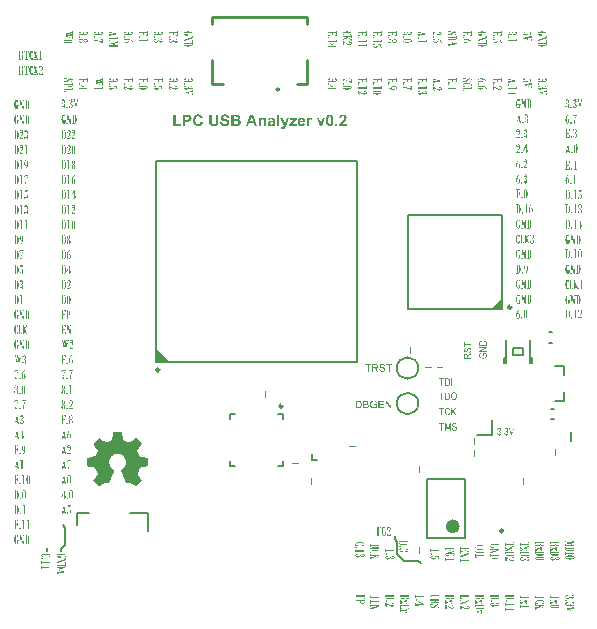
<source format=gto>
G04*
G04 #@! TF.GenerationSoftware,Altium Limited,Altium Designer,19.1.6 (110)*
G04*
G04 Layer_Color=65535*
%FSLAX25Y25*%
%MOIN*%
G70*
G01*
G75*
%ADD10C,0.00984*%
%ADD11C,0.00500*%
%ADD12C,0.02362*%
%ADD13C,0.01000*%
%ADD14C,0.00787*%
%ADD15C,0.00400*%
G36*
X110236Y137795D02*
X114173Y133858D01*
X110236D01*
Y137795D01*
D02*
G37*
G36*
X222632Y151575D02*
X225591Y154533D01*
Y151575D01*
X222632D01*
D02*
G37*
G36*
X170466Y242719D02*
X169809D01*
Y242787D01*
X169812D01*
X169823D01*
X169836Y242791D01*
X169857Y242794D01*
X169881Y242798D01*
X169912Y242805D01*
X169977Y242818D01*
X170050Y242839D01*
X170122Y242863D01*
X170191Y242894D01*
X170221Y242911D01*
X170249Y242928D01*
X170256Y242932D01*
X170273Y242949D01*
X170294Y242970D01*
X170321Y243004D01*
X170349Y243045D01*
X170369Y243097D01*
X170387Y243155D01*
X170394Y243224D01*
Y243510D01*
X169114D01*
Y243289D01*
X169117Y243266D01*
X169124Y243234D01*
X169134Y243200D01*
X169152Y243162D01*
X169172Y243128D01*
X169200Y243093D01*
X169203Y243090D01*
X169217Y243080D01*
X169234Y243066D01*
X169258Y243049D01*
X169289Y243035D01*
X169327Y243021D01*
X169368Y243011D01*
X169417Y243007D01*
X169534D01*
Y242939D01*
X168577D01*
Y243004D01*
X168605D01*
X168608D01*
X168615D01*
X168625D01*
X168636D01*
X168674Y243007D01*
X168718Y243014D01*
X168766Y243025D01*
X168818Y243038D01*
X168870Y243059D01*
X168918Y243087D01*
X168925Y243090D01*
X168938Y243100D01*
X168956Y243117D01*
X168980Y243142D01*
X169000Y243173D01*
X169021Y243210D01*
X169035Y243252D01*
X169038Y243300D01*
Y243510D01*
X167559D01*
Y243255D01*
X167562Y243238D01*
X167569Y243200D01*
X167580Y243152D01*
X167600Y243097D01*
X167631Y243042D01*
X167652Y243018D01*
X167676Y242990D01*
X167700Y242966D01*
X167731Y242946D01*
X167734D01*
X167738Y242942D01*
X167748Y242935D01*
X167762Y242928D01*
X167783Y242918D01*
X167803Y242908D01*
X167831Y242894D01*
X167862Y242880D01*
X167896Y242866D01*
X167937Y242853D01*
X167982Y242839D01*
X168030Y242825D01*
X168082Y242811D01*
X168137Y242798D01*
X168199Y242784D01*
X168264Y242774D01*
Y242705D01*
X167490D01*
Y244098D01*
X167559D01*
Y243895D01*
X170394D01*
Y244098D01*
X170466D01*
Y242719D01*
D02*
G37*
G36*
X167752Y242406D02*
X167776Y242399D01*
X167803Y242392D01*
X167834Y242378D01*
X167862Y242357D01*
X167893Y242333D01*
X167896Y242330D01*
X167906Y242319D01*
X167917Y242302D01*
X167934Y242282D01*
X167948Y242254D01*
X167958Y242223D01*
X167968Y242189D01*
X167972Y242151D01*
Y242134D01*
X167968Y242113D01*
X167961Y242089D01*
X167951Y242061D01*
X167937Y242031D01*
X167920Y242003D01*
X167893Y241972D01*
X167889Y241969D01*
X167879Y241958D01*
X167862Y241948D01*
X167841Y241931D01*
X167817Y241917D01*
X167786Y241907D01*
X167752Y241896D01*
X167714Y241893D01*
X167710D01*
X167697D01*
X167676Y241896D01*
X167652Y241903D01*
X167621Y241914D01*
X167593Y241927D01*
X167562Y241945D01*
X167531Y241972D01*
X167528Y241975D01*
X167521Y241986D01*
X167507Y242003D01*
X167497Y242024D01*
X167483Y242048D01*
X167470Y242079D01*
X167463Y242113D01*
X167459Y242151D01*
Y242168D01*
X167463Y242189D01*
X167470Y242213D01*
X167476Y242240D01*
X167490Y242271D01*
X167507Y242302D01*
X167531Y242333D01*
X167535Y242337D01*
X167545Y242343D01*
X167562Y242357D01*
X167583Y242371D01*
X167611Y242385D01*
X167641Y242399D01*
X167676Y242406D01*
X167714Y242409D01*
X167717D01*
X167731D01*
X167752Y242406D01*
D02*
G37*
G36*
X170424Y241191D02*
X170428Y241160D01*
Y241122D01*
X170435Y241081D01*
X170445Y240988D01*
X170486Y240772D01*
Y240709D01*
X167559D01*
Y240396D01*
X167490D01*
Y241373D01*
X167559D01*
Y241064D01*
X170356D01*
Y241380D01*
X170424D01*
Y241191D01*
D02*
G37*
G36*
X170486Y239052D02*
Y238955D01*
X168302D01*
Y238701D01*
X168563D01*
Y238632D01*
X167972D01*
Y238701D01*
X168233D01*
Y238955D01*
X167559D01*
Y238656D01*
X167490D01*
Y239609D01*
X167559D01*
Y239310D01*
X168233D01*
Y240094D01*
X168302D01*
X170486Y239052D01*
D02*
G37*
G36*
X174131Y244091D02*
X174189D01*
X174258Y244088D01*
X174337Y244081D01*
X174420Y244074D01*
X174506Y244067D01*
X174595Y244057D01*
X174778Y244029D01*
X174867Y244008D01*
X174953Y243988D01*
X175036Y243964D01*
X175111Y243936D01*
X175115Y243933D01*
X175129Y243929D01*
X175146Y243919D01*
X175173Y243905D01*
X175201Y243888D01*
X175235Y243864D01*
X175270Y243840D01*
X175308Y243809D01*
X175342Y243775D01*
X175376Y243733D01*
X175411Y243689D01*
X175438Y243640D01*
X175466Y243589D01*
X175483Y243530D01*
X175497Y243468D01*
X175500Y243400D01*
Y243393D01*
X175497Y243372D01*
X175490Y243345D01*
X175479Y243307D01*
X175459Y243266D01*
X175428Y243221D01*
X175411Y243200D01*
X175387Y243176D01*
X175363Y243155D01*
X175332Y243135D01*
X175335Y243131D01*
X175342Y243124D01*
X175356Y243114D01*
X175373Y243097D01*
X175414Y243069D01*
X175438Y243052D01*
X175466Y243042D01*
Y242970D01*
X174743D01*
Y243042D01*
X174747D01*
X174761Y243045D01*
X174778Y243049D01*
X174802Y243056D01*
X174833Y243062D01*
X174864Y243069D01*
X174902Y243080D01*
X174943Y243090D01*
X175029Y243111D01*
X175115Y243138D01*
X175197Y243169D01*
X175232Y243183D01*
X175266Y243200D01*
X175270D01*
X175273Y243203D01*
X175294Y243214D01*
X175321Y243234D01*
X175352Y243259D01*
X175383Y243286D01*
X175407Y243320D01*
X175428Y243358D01*
X175431Y243379D01*
X175435Y243400D01*
Y243403D01*
X175431Y243420D01*
X175428Y243441D01*
X175418Y243468D01*
X175404Y243499D01*
X175380Y243530D01*
X175349Y243565D01*
X175304Y243596D01*
X175297Y243599D01*
X175280Y243606D01*
X175252Y243620D01*
X175211Y243634D01*
X175160Y243647D01*
X175101Y243661D01*
X175032Y243668D01*
X174953Y243671D01*
X172985D01*
X172982D01*
X172975D01*
X172965D01*
X172951D01*
X172913Y243668D01*
X172869Y243661D01*
X172813Y243651D01*
X172758Y243637D01*
X172703Y243620D01*
X172652Y243592D01*
X172645Y243589D01*
X172631Y243579D01*
X172611Y243561D01*
X172587Y243537D01*
X172562Y243506D01*
X172542Y243472D01*
X172528Y243434D01*
X172521Y243389D01*
Y243382D01*
X172525Y243365D01*
X172531Y243338D01*
X172545Y243303D01*
X172566Y243266D01*
X172600Y243224D01*
X172624Y243207D01*
X172648Y243186D01*
X172676Y243169D01*
X172710Y243152D01*
X172714D01*
X172721Y243148D01*
X172731Y243145D01*
X172748Y243138D01*
X172765Y243131D01*
X172793Y243121D01*
X172824Y243111D01*
X172858Y243100D01*
X172896Y243090D01*
X172941Y243080D01*
X172992Y243066D01*
X173044Y243056D01*
X173106Y243042D01*
X173171Y243032D01*
X173240Y243018D01*
X173316Y243007D01*
Y242939D01*
X172490D01*
Y243007D01*
X172494D01*
X172504Y243014D01*
X172518Y243021D01*
X172535Y243032D01*
X172580Y243062D01*
X172624Y243100D01*
X172621D01*
X172617Y243107D01*
X172600Y243121D01*
X172573Y243148D01*
X172542Y243183D01*
X172511Y243224D01*
X172487Y243276D01*
X172466Y243331D01*
X172463Y243362D01*
X172459Y243393D01*
Y243407D01*
X172463Y243427D01*
X172466Y243451D01*
X172473Y243479D01*
X172480Y243513D01*
X172494Y243548D01*
X172507Y243589D01*
X172528Y243630D01*
X172555Y243675D01*
X172587Y243716D01*
X172628Y243761D01*
X172672Y243806D01*
X172724Y243843D01*
X172786Y243885D01*
X172855Y243919D01*
X172858Y243922D01*
X172872Y243926D01*
X172896Y243936D01*
X172931Y243947D01*
X172972Y243960D01*
X173020Y243974D01*
X173082Y243991D01*
X173151Y244005D01*
X173226Y244022D01*
X173312Y244039D01*
X173409Y244053D01*
X173512Y244067D01*
X173625Y244077D01*
X173746Y244088D01*
X173877Y244091D01*
X174014Y244094D01*
X174018D01*
X174021D01*
X174031D01*
X174045D01*
X174083D01*
X174131Y244091D01*
D02*
G37*
G36*
X175466Y242024D02*
X175393D01*
Y242189D01*
X174042D01*
Y242178D01*
X175235Y241432D01*
X175242Y241428D01*
X175256Y241422D01*
X175283Y241415D01*
X175318Y241411D01*
X175321D01*
X175328D01*
X175342Y241415D01*
X175356Y241422D01*
X175369Y241432D01*
X175383Y241446D01*
X175390Y241463D01*
X175393Y241490D01*
Y241563D01*
X175466D01*
Y241081D01*
X175393D01*
Y241098D01*
X175390Y241115D01*
X175387Y241136D01*
X175373Y241184D01*
X175363Y241208D01*
X175345Y241229D01*
X175342Y241232D01*
X175332Y241239D01*
X175314Y241256D01*
X175301Y241267D01*
X175283Y241277D01*
X175263Y241294D01*
X175235Y241312D01*
X175208Y241332D01*
X175173Y241356D01*
X175136Y241380D01*
X175091Y241411D01*
X175039Y241442D01*
X174984Y241480D01*
X174289Y241924D01*
X172559Y241129D01*
Y240971D01*
X172490D01*
Y241700D01*
X172559D01*
Y241535D01*
X173976Y242178D01*
Y242189D01*
X172559D01*
Y242024D01*
X172490D01*
Y242777D01*
X172559D01*
Y242574D01*
X175393D01*
Y242777D01*
X175466D01*
Y242024D01*
D02*
G37*
G36*
X172700Y240823D02*
X172710Y240816D01*
X172724Y240806D01*
X172745Y240795D01*
X172765Y240778D01*
X172820Y240744D01*
X172882Y240703D01*
X172958Y240651D01*
X173037Y240599D01*
X173120Y240544D01*
X173292Y240431D01*
X173374Y240376D01*
X173457Y240324D01*
X173529Y240276D01*
X173594Y240235D01*
X173653Y240200D01*
X173673Y240187D01*
X173694Y240173D01*
X173698D01*
X173705Y240166D01*
X173715Y240163D01*
X173729Y240152D01*
X173746Y240142D01*
X173770Y240132D01*
X173825Y240104D01*
X173890Y240073D01*
X173966Y240042D01*
X174048Y240008D01*
X174138Y239977D01*
X174141D01*
X174148Y239973D01*
X174162Y239970D01*
X174183Y239963D01*
X174207Y239960D01*
X174234Y239953D01*
X174265Y239946D01*
X174303Y239935D01*
X174341Y239929D01*
X174382Y239922D01*
X174478Y239912D01*
X174582Y239901D01*
X174692Y239898D01*
X174695D01*
X174709D01*
X174730D01*
X174754D01*
X174788Y239901D01*
X174822D01*
X174864Y239905D01*
X174908Y239908D01*
X174998Y239915D01*
X175091Y239929D01*
X175132Y239939D01*
X175173Y239949D01*
X175211Y239960D01*
X175246Y239973D01*
X175249D01*
X175252Y239977D01*
X175273Y239987D01*
X175301Y240008D01*
X175332Y240039D01*
X175363Y240077D01*
X175387Y240125D01*
X175407Y240187D01*
X175411Y240221D01*
X175414Y240259D01*
Y240280D01*
X175407Y240307D01*
X175400Y240338D01*
X175387Y240379D01*
X175366Y240421D01*
X175335Y240469D01*
X175297Y240517D01*
X175290Y240524D01*
X175277Y240538D01*
X175252Y240558D01*
X175222Y240582D01*
X175184Y240606D01*
X175142Y240627D01*
X175094Y240641D01*
X175046Y240648D01*
X175043D01*
X175039D01*
X175029Y240644D01*
X175019Y240637D01*
X175008Y240630D01*
X175001Y240617D01*
X174991Y240596D01*
X174988Y240572D01*
Y240562D01*
X174984Y240551D01*
X174981Y240538D01*
X174967Y240500D01*
X174950Y240458D01*
X174919Y240417D01*
X174881Y240379D01*
X174857Y240366D01*
X174829Y240355D01*
X174795Y240348D01*
X174761Y240345D01*
X174757D01*
X174747D01*
X174730Y240348D01*
X174709Y240352D01*
X174681Y240359D01*
X174657Y240372D01*
X174630Y240386D01*
X174602Y240407D01*
X174599Y240410D01*
X174592Y240417D01*
X174582Y240431D01*
X174571Y240448D01*
X174558Y240472D01*
X174547Y240496D01*
X174540Y240527D01*
X174537Y240558D01*
Y240575D01*
X174540Y240596D01*
X174547Y240623D01*
X174558Y240651D01*
X174571Y240682D01*
X174589Y240713D01*
X174616Y240740D01*
X174619Y240744D01*
X174630Y240751D01*
X174647Y240761D01*
X174671Y240775D01*
X174702Y240789D01*
X174736Y240799D01*
X174774Y240806D01*
X174819Y240809D01*
X174822D01*
X174833D01*
X174847D01*
X174867Y240806D01*
X174891Y240802D01*
X174922Y240799D01*
X174988Y240785D01*
X175063Y240765D01*
X175146Y240734D01*
X175184Y240713D01*
X175225Y240689D01*
X175263Y240661D01*
X175301Y240630D01*
X175304Y240627D01*
X175308Y240623D01*
X175318Y240613D01*
X175332Y240599D01*
X175345Y240579D01*
X175363Y240558D01*
X175380Y240534D01*
X175400Y240507D01*
X175435Y240438D01*
X175466Y240359D01*
X175479Y240314D01*
X175490Y240269D01*
X175493Y240218D01*
X175497Y240166D01*
Y240135D01*
X175493Y240114D01*
X175490Y240090D01*
X175486Y240059D01*
X175469Y239991D01*
X175445Y239915D01*
X175428Y239877D01*
X175407Y239836D01*
X175383Y239798D01*
X175352Y239760D01*
X175321Y239726D01*
X175283Y239691D01*
X175280Y239688D01*
X175273Y239684D01*
X175263Y239674D01*
X175246Y239664D01*
X175225Y239650D01*
X175197Y239636D01*
X175166Y239622D01*
X175136Y239605D01*
X175094Y239588D01*
X175053Y239574D01*
X175008Y239561D01*
X174960Y239547D01*
X174905Y239536D01*
X174850Y239526D01*
X174788Y239523D01*
X174726Y239519D01*
X174719D01*
X174702D01*
X174671Y239523D01*
X174630Y239526D01*
X174582Y239536D01*
X174520Y239547D01*
X174454Y239564D01*
X174379Y239585D01*
X174296Y239612D01*
X174207Y239650D01*
X174114Y239691D01*
X174014Y239743D01*
X173914Y239805D01*
X173808Y239874D01*
X173701Y239956D01*
X173591Y240049D01*
X173588Y240053D01*
X173574Y240063D01*
X173557Y240080D01*
X173529Y240104D01*
X173498Y240132D01*
X173457Y240166D01*
X173416Y240204D01*
X173364Y240245D01*
X173312Y240290D01*
X173254Y240335D01*
X173192Y240383D01*
X173127Y240434D01*
X172989Y240534D01*
X172845Y240634D01*
Y239822D01*
X172848Y239798D01*
X172851Y239767D01*
X172862Y239736D01*
X172872Y239702D01*
X172889Y239674D01*
X172910Y239650D01*
X172913Y239647D01*
X172924Y239640D01*
X172941Y239633D01*
X172965Y239622D01*
X172992Y239609D01*
X173030Y239598D01*
X173078Y239592D01*
X173130Y239585D01*
Y239512D01*
X172490Y239581D01*
Y240830D01*
X172690D01*
X172693D01*
X172700Y240823D01*
D02*
G37*
G36*
X180466Y242719D02*
X179809D01*
Y242787D01*
X179812D01*
X179823D01*
X179836Y242791D01*
X179857Y242794D01*
X179881Y242798D01*
X179912Y242805D01*
X179977Y242818D01*
X180050Y242839D01*
X180122Y242863D01*
X180191Y242894D01*
X180221Y242911D01*
X180249Y242928D01*
X180256Y242932D01*
X180273Y242949D01*
X180294Y242970D01*
X180321Y243004D01*
X180349Y243045D01*
X180369Y243097D01*
X180387Y243155D01*
X180394Y243224D01*
Y243510D01*
X179114D01*
Y243289D01*
X179117Y243266D01*
X179124Y243234D01*
X179135Y243200D01*
X179152Y243162D01*
X179172Y243128D01*
X179200Y243093D01*
X179203Y243090D01*
X179217Y243080D01*
X179234Y243066D01*
X179258Y243049D01*
X179289Y243035D01*
X179327Y243021D01*
X179368Y243011D01*
X179417Y243007D01*
X179534D01*
Y242939D01*
X178577D01*
Y243004D01*
X178605D01*
X178608D01*
X178615D01*
X178625D01*
X178636D01*
X178674Y243007D01*
X178718Y243014D01*
X178766Y243025D01*
X178818Y243038D01*
X178870Y243059D01*
X178918Y243087D01*
X178925Y243090D01*
X178938Y243100D01*
X178956Y243117D01*
X178980Y243142D01*
X179000Y243173D01*
X179021Y243210D01*
X179035Y243252D01*
X179038Y243300D01*
Y243510D01*
X177559D01*
Y243255D01*
X177562Y243238D01*
X177569Y243200D01*
X177580Y243152D01*
X177600Y243097D01*
X177631Y243042D01*
X177652Y243018D01*
X177676Y242990D01*
X177700Y242966D01*
X177731Y242946D01*
X177734D01*
X177738Y242942D01*
X177748Y242935D01*
X177762Y242928D01*
X177783Y242918D01*
X177803Y242908D01*
X177831Y242894D01*
X177862Y242880D01*
X177896Y242866D01*
X177937Y242853D01*
X177982Y242839D01*
X178030Y242825D01*
X178082Y242811D01*
X178137Y242798D01*
X178199Y242784D01*
X178264Y242774D01*
Y242705D01*
X177490D01*
Y244098D01*
X177559D01*
Y243895D01*
X180394D01*
Y244098D01*
X180466D01*
Y242719D01*
D02*
G37*
G36*
X177752Y242406D02*
X177776Y242399D01*
X177803Y242392D01*
X177834Y242378D01*
X177862Y242357D01*
X177893Y242333D01*
X177896Y242330D01*
X177906Y242319D01*
X177917Y242302D01*
X177934Y242282D01*
X177948Y242254D01*
X177958Y242223D01*
X177968Y242189D01*
X177972Y242151D01*
Y242134D01*
X177968Y242113D01*
X177961Y242089D01*
X177951Y242061D01*
X177937Y242031D01*
X177920Y242003D01*
X177893Y241972D01*
X177889Y241969D01*
X177879Y241958D01*
X177862Y241948D01*
X177841Y241931D01*
X177817Y241917D01*
X177786Y241907D01*
X177752Y241896D01*
X177714Y241893D01*
X177710D01*
X177697D01*
X177676Y241896D01*
X177652Y241903D01*
X177621Y241914D01*
X177593Y241927D01*
X177562Y241945D01*
X177531Y241972D01*
X177528Y241975D01*
X177521Y241986D01*
X177507Y242003D01*
X177497Y242024D01*
X177483Y242048D01*
X177470Y242079D01*
X177463Y242113D01*
X177459Y242151D01*
Y242168D01*
X177463Y242189D01*
X177470Y242213D01*
X177476Y242240D01*
X177490Y242271D01*
X177507Y242302D01*
X177531Y242333D01*
X177535Y242337D01*
X177545Y242343D01*
X177562Y242357D01*
X177583Y242371D01*
X177611Y242385D01*
X177641Y242399D01*
X177676Y242406D01*
X177714Y242409D01*
X177717D01*
X177731D01*
X177752Y242406D01*
D02*
G37*
G36*
X180424Y241191D02*
X180428Y241160D01*
Y241122D01*
X180435Y241081D01*
X180445Y240988D01*
X180486Y240772D01*
Y240709D01*
X177559D01*
Y240396D01*
X177490D01*
Y241373D01*
X177559D01*
Y241064D01*
X180356D01*
Y241380D01*
X180424D01*
Y241191D01*
D02*
G37*
G36*
Y239609D02*
X180428Y239578D01*
Y239540D01*
X180435Y239499D01*
X180445Y239406D01*
X180486Y239189D01*
Y239127D01*
X177559D01*
Y238814D01*
X177490D01*
Y239791D01*
X177559D01*
Y239481D01*
X180356D01*
Y239798D01*
X180424D01*
Y239609D01*
D02*
G37*
G36*
X185466Y242719D02*
X184809D01*
Y242787D01*
X184812D01*
X184822D01*
X184836Y242791D01*
X184857Y242794D01*
X184881Y242798D01*
X184912Y242805D01*
X184977Y242818D01*
X185049Y242839D01*
X185122Y242863D01*
X185191Y242894D01*
X185222Y242911D01*
X185249Y242928D01*
X185256Y242932D01*
X185273Y242949D01*
X185294Y242970D01*
X185321Y243004D01*
X185349Y243045D01*
X185369Y243097D01*
X185387Y243155D01*
X185394Y243224D01*
Y243510D01*
X184114D01*
Y243289D01*
X184117Y243266D01*
X184124Y243234D01*
X184134Y243200D01*
X184152Y243162D01*
X184172Y243128D01*
X184200Y243093D01*
X184203Y243090D01*
X184217Y243080D01*
X184234Y243066D01*
X184258Y243049D01*
X184289Y243035D01*
X184327Y243021D01*
X184368Y243011D01*
X184417Y243007D01*
X184534D01*
Y242939D01*
X183577D01*
Y243004D01*
X183605D01*
X183608D01*
X183615D01*
X183625D01*
X183636D01*
X183674Y243007D01*
X183718Y243014D01*
X183766Y243025D01*
X183818Y243038D01*
X183870Y243059D01*
X183918Y243087D01*
X183925Y243090D01*
X183938Y243100D01*
X183956Y243117D01*
X183980Y243142D01*
X184000Y243173D01*
X184021Y243210D01*
X184035Y243252D01*
X184038Y243300D01*
Y243510D01*
X182559D01*
Y243255D01*
X182562Y243238D01*
X182569Y243200D01*
X182580Y243152D01*
X182600Y243097D01*
X182631Y243042D01*
X182652Y243018D01*
X182676Y242990D01*
X182700Y242966D01*
X182731Y242946D01*
X182734D01*
X182738Y242942D01*
X182748Y242935D01*
X182762Y242928D01*
X182783Y242918D01*
X182803Y242908D01*
X182831Y242894D01*
X182862Y242880D01*
X182896Y242866D01*
X182937Y242853D01*
X182982Y242839D01*
X183030Y242825D01*
X183082Y242811D01*
X183137Y242798D01*
X183199Y242784D01*
X183264Y242774D01*
Y242705D01*
X182490D01*
Y244098D01*
X182559D01*
Y243895D01*
X185394D01*
Y244098D01*
X185466D01*
Y242719D01*
D02*
G37*
G36*
X182752Y242406D02*
X182776Y242399D01*
X182803Y242392D01*
X182834Y242378D01*
X182862Y242357D01*
X182893Y242333D01*
X182896Y242330D01*
X182906Y242319D01*
X182917Y242302D01*
X182934Y242282D01*
X182948Y242254D01*
X182958Y242223D01*
X182968Y242189D01*
X182972Y242151D01*
Y242134D01*
X182968Y242113D01*
X182961Y242089D01*
X182951Y242061D01*
X182937Y242031D01*
X182920Y242003D01*
X182893Y241972D01*
X182889Y241969D01*
X182879Y241958D01*
X182862Y241948D01*
X182841Y241931D01*
X182817Y241917D01*
X182786Y241907D01*
X182752Y241896D01*
X182714Y241893D01*
X182710D01*
X182697D01*
X182676Y241896D01*
X182652Y241903D01*
X182621Y241914D01*
X182593Y241927D01*
X182562Y241945D01*
X182531Y241972D01*
X182528Y241975D01*
X182521Y241986D01*
X182507Y242003D01*
X182497Y242024D01*
X182483Y242048D01*
X182469Y242079D01*
X182463Y242113D01*
X182459Y242151D01*
Y242168D01*
X182463Y242189D01*
X182469Y242213D01*
X182476Y242240D01*
X182490Y242271D01*
X182507Y242302D01*
X182531Y242333D01*
X182535Y242337D01*
X182545Y242343D01*
X182562Y242357D01*
X182583Y242371D01*
X182611Y242385D01*
X182641Y242399D01*
X182676Y242406D01*
X182714Y242409D01*
X182717D01*
X182731D01*
X182752Y242406D01*
D02*
G37*
G36*
X185424Y241191D02*
X185428Y241160D01*
Y241122D01*
X185435Y241081D01*
X185445Y240988D01*
X185486Y240772D01*
Y240709D01*
X182559D01*
Y240396D01*
X182490D01*
Y241373D01*
X182559D01*
Y241064D01*
X185356D01*
Y241380D01*
X185424D01*
Y241191D01*
D02*
G37*
G36*
X183017Y239987D02*
X183044Y239984D01*
X183071Y239973D01*
X183106Y239963D01*
X183137Y239946D01*
X183164Y239925D01*
X183168Y239922D01*
X183175Y239915D01*
X183188Y239898D01*
X183202Y239880D01*
X183213Y239856D01*
X183226Y239829D01*
X183233Y239798D01*
X183237Y239763D01*
Y239746D01*
X183233Y239729D01*
X183230Y239705D01*
X183223Y239681D01*
X183213Y239653D01*
X183199Y239626D01*
X183178Y239602D01*
X183175Y239598D01*
X183168Y239592D01*
X183154Y239581D01*
X183137Y239571D01*
X183116Y239561D01*
X183092Y239550D01*
X183065Y239543D01*
X183034Y239540D01*
X183027D01*
X183010Y239543D01*
X182982Y239547D01*
X182951Y239557D01*
X182913Y239574D01*
X182875Y239602D01*
X182838Y239636D01*
X182807Y239684D01*
Y239688D01*
X182800Y239695D01*
X182786Y239715D01*
X182765Y239739D01*
X182752Y239746D01*
X182741Y239750D01*
X182738D01*
X182731D01*
X182717Y239746D01*
X182703Y239739D01*
X182683Y239729D01*
X182659Y239712D01*
X182635Y239691D01*
X182611Y239660D01*
X182607Y239657D01*
X182600Y239643D01*
X182590Y239626D01*
X182576Y239605D01*
X182562Y239578D01*
X182552Y239547D01*
X182545Y239512D01*
X182542Y239478D01*
Y239461D01*
X182545Y239440D01*
X182552Y239413D01*
X182566Y239382D01*
X182580Y239347D01*
X182604Y239310D01*
X182635Y239272D01*
X182673Y239234D01*
X182721Y239196D01*
X182779Y239161D01*
X182851Y239131D01*
X182893Y239117D01*
X182934Y239103D01*
X182982Y239093D01*
X183034Y239082D01*
X183089Y239075D01*
X183147Y239069D01*
X183209Y239065D01*
X183274D01*
X183281D01*
X183295D01*
X183323D01*
X183354D01*
X183395Y239069D01*
X183440D01*
X183491Y239072D01*
X183546Y239075D01*
X183663Y239089D01*
X183777Y239106D01*
X183835Y239117D01*
X183887Y239131D01*
X183935Y239144D01*
X183976Y239161D01*
X183980D01*
X183987Y239165D01*
X183997Y239172D01*
X184011Y239179D01*
X184042Y239203D01*
X184083Y239237D01*
X184121Y239282D01*
X184155Y239337D01*
X184165Y239368D01*
X184176Y239402D01*
X184183Y239440D01*
X184186Y239481D01*
Y239499D01*
X184183Y239519D01*
X184179Y239543D01*
X184172Y239574D01*
X184162Y239609D01*
X184148Y239647D01*
X184128Y239684D01*
Y239688D01*
X184124Y239691D01*
X184117Y239708D01*
X184107Y239733D01*
X184104Y239760D01*
Y239763D01*
X184107Y239774D01*
X184121Y239784D01*
X184128Y239788D01*
X184141D01*
X185301Y239753D01*
X185304D01*
X185314D01*
X185328Y239750D01*
X185345Y239746D01*
X185363Y239739D01*
X185376Y239729D01*
X185387Y239715D01*
X185390Y239698D01*
Y239003D01*
X185394Y238989D01*
X185397Y238955D01*
X185404Y238914D01*
X185418Y238876D01*
X185438Y238838D01*
X185449Y238824D01*
X185462Y238814D01*
X185479Y238807D01*
X185500Y238804D01*
Y238735D01*
X185497D01*
X185479D01*
X185455Y238738D01*
X185428Y238742D01*
X185390Y238745D01*
X185352Y238752D01*
X185266Y238776D01*
X185222Y238793D01*
X185180Y238811D01*
X185142Y238835D01*
X185105Y238866D01*
X185077Y238897D01*
X185053Y238934D01*
X185039Y238979D01*
X185032Y239031D01*
Y239688D01*
X184207Y239705D01*
X184210Y239698D01*
X184217Y239681D01*
X184231Y239653D01*
X184245Y239616D01*
X184255Y239567D01*
X184269Y239509D01*
X184275Y239447D01*
X184279Y239375D01*
Y239347D01*
X184275Y239327D01*
X184272Y239303D01*
X184265Y239272D01*
X184248Y239203D01*
X184234Y239165D01*
X184217Y239127D01*
X184200Y239086D01*
X184176Y239045D01*
X184145Y239003D01*
X184114Y238962D01*
X184076Y238924D01*
X184031Y238886D01*
X184028Y238883D01*
X184021Y238876D01*
X184007Y238869D01*
X183987Y238855D01*
X183963Y238842D01*
X183932Y238824D01*
X183897Y238804D01*
X183859Y238787D01*
X183815Y238769D01*
X183766Y238749D01*
X183715Y238732D01*
X183660Y238718D01*
X183598Y238704D01*
X183533Y238694D01*
X183467Y238690D01*
X183395Y238687D01*
X183391D01*
X183378D01*
X183354D01*
X183326Y238690D01*
X183288Y238694D01*
X183247Y238697D01*
X183202Y238704D01*
X183154Y238714D01*
X183044Y238738D01*
X182989Y238756D01*
X182931Y238776D01*
X182875Y238800D01*
X182820Y238831D01*
X182769Y238862D01*
X182717Y238900D01*
X182714Y238903D01*
X182707Y238910D01*
X182693Y238921D01*
X182676Y238938D01*
X182659Y238959D01*
X182635Y238986D01*
X182614Y239014D01*
X182590Y239048D01*
X182566Y239086D01*
X182542Y239127D01*
X182518Y239172D01*
X182501Y239224D01*
X182483Y239275D01*
X182469Y239330D01*
X182463Y239389D01*
X182459Y239451D01*
Y239471D01*
X182463Y239488D01*
Y239506D01*
X182469Y239530D01*
X182480Y239581D01*
X182501Y239640D01*
X182528Y239705D01*
X182569Y239770D01*
X182597Y239801D01*
X182624Y239832D01*
X182628D01*
X182631Y239839D01*
X182641Y239846D01*
X182652Y239856D01*
X182686Y239884D01*
X182731Y239912D01*
X182783Y239939D01*
X182841Y239967D01*
X182906Y239984D01*
X182941Y239987D01*
X182975Y239991D01*
X182982D01*
X182996D01*
X183017Y239987D01*
D02*
G37*
G36*
X190466Y242719D02*
X189809D01*
Y242787D01*
X189812D01*
X189822D01*
X189836Y242791D01*
X189857Y242794D01*
X189881Y242798D01*
X189912Y242805D01*
X189977Y242818D01*
X190050Y242839D01*
X190122Y242863D01*
X190191Y242894D01*
X190222Y242911D01*
X190249Y242928D01*
X190256Y242932D01*
X190273Y242949D01*
X190294Y242970D01*
X190321Y243004D01*
X190349Y243045D01*
X190369Y243097D01*
X190387Y243155D01*
X190393Y243224D01*
Y243510D01*
X189114D01*
Y243289D01*
X189117Y243266D01*
X189124Y243234D01*
X189135Y243200D01*
X189152Y243162D01*
X189172Y243128D01*
X189200Y243093D01*
X189203Y243090D01*
X189217Y243080D01*
X189234Y243066D01*
X189258Y243049D01*
X189289Y243035D01*
X189327Y243021D01*
X189368Y243011D01*
X189417Y243007D01*
X189533D01*
Y242939D01*
X188577D01*
Y243004D01*
X188605D01*
X188608D01*
X188615D01*
X188625D01*
X188636D01*
X188673Y243007D01*
X188718Y243014D01*
X188766Y243025D01*
X188818Y243038D01*
X188870Y243059D01*
X188918Y243087D01*
X188925Y243090D01*
X188938Y243100D01*
X188956Y243117D01*
X188980Y243142D01*
X189000Y243173D01*
X189021Y243210D01*
X189035Y243252D01*
X189038Y243300D01*
Y243510D01*
X187559D01*
Y243255D01*
X187562Y243238D01*
X187569Y243200D01*
X187580Y243152D01*
X187600Y243097D01*
X187631Y243042D01*
X187652Y243018D01*
X187676Y242990D01*
X187700Y242966D01*
X187731Y242946D01*
X187734D01*
X187738Y242942D01*
X187748Y242935D01*
X187762Y242928D01*
X187783Y242918D01*
X187803Y242908D01*
X187831Y242894D01*
X187862Y242880D01*
X187896Y242866D01*
X187937Y242853D01*
X187982Y242839D01*
X188030Y242825D01*
X188082Y242811D01*
X188137Y242798D01*
X188199Y242784D01*
X188264Y242774D01*
Y242705D01*
X187490D01*
Y244098D01*
X187559D01*
Y243895D01*
X190393D01*
Y244098D01*
X190466D01*
Y242719D01*
D02*
G37*
G36*
X187752Y242406D02*
X187776Y242399D01*
X187803Y242392D01*
X187834Y242378D01*
X187862Y242357D01*
X187893Y242333D01*
X187896Y242330D01*
X187906Y242319D01*
X187917Y242302D01*
X187934Y242282D01*
X187948Y242254D01*
X187958Y242223D01*
X187968Y242189D01*
X187972Y242151D01*
Y242134D01*
X187968Y242113D01*
X187961Y242089D01*
X187951Y242061D01*
X187937Y242031D01*
X187920Y242003D01*
X187893Y241972D01*
X187889Y241969D01*
X187879Y241958D01*
X187862Y241948D01*
X187841Y241931D01*
X187817Y241917D01*
X187786Y241907D01*
X187752Y241896D01*
X187714Y241893D01*
X187710D01*
X187697D01*
X187676Y241896D01*
X187652Y241903D01*
X187621Y241914D01*
X187593Y241927D01*
X187562Y241945D01*
X187531Y241972D01*
X187528Y241975D01*
X187521Y241986D01*
X187507Y242003D01*
X187497Y242024D01*
X187483Y242048D01*
X187469Y242079D01*
X187463Y242113D01*
X187459Y242151D01*
Y242168D01*
X187463Y242189D01*
X187469Y242213D01*
X187476Y242240D01*
X187490Y242271D01*
X187507Y242302D01*
X187531Y242333D01*
X187535Y242337D01*
X187545Y242343D01*
X187562Y242357D01*
X187583Y242371D01*
X187611Y242385D01*
X187642Y242399D01*
X187676Y242406D01*
X187714Y242409D01*
X187717D01*
X187731D01*
X187752Y242406D01*
D02*
G37*
G36*
X188323Y241563D02*
X188357Y241559D01*
X188398Y241552D01*
X188450Y241542D01*
X188505Y241525D01*
X188563Y241504D01*
X188622Y241480D01*
X188687Y241449D01*
X188749Y241408D01*
X188811Y241363D01*
X188873Y241308D01*
X188932Y241243D01*
X188983Y241171D01*
X189031Y241085D01*
X189035Y241088D01*
X189042Y241102D01*
X189055Y241126D01*
X189076Y241150D01*
X189100Y241184D01*
X189131Y241222D01*
X189169Y241260D01*
X189210Y241298D01*
X189258Y241339D01*
X189313Y241377D01*
X189375Y241415D01*
X189441Y241446D01*
X189513Y241473D01*
X189592Y241497D01*
X189678Y241511D01*
X189771Y241514D01*
X189774D01*
X189785D01*
X189802D01*
X189822Y241511D01*
X189850Y241508D01*
X189877Y241504D01*
X189912Y241501D01*
X189950Y241494D01*
X190032Y241473D01*
X190118Y241442D01*
X190163Y241422D01*
X190204Y241398D01*
X190246Y241373D01*
X190287Y241342D01*
X190290Y241339D01*
X190297Y241336D01*
X190307Y241325D01*
X190321Y241312D01*
X190335Y241294D01*
X190352Y241274D01*
X190393Y241226D01*
X190431Y241164D01*
X190466Y241091D01*
X190476Y241054D01*
X190486Y241012D01*
X190493Y240971D01*
X190497Y240926D01*
Y240902D01*
X190493Y240885D01*
X190490Y240864D01*
X190486Y240840D01*
X190469Y240785D01*
X190445Y240720D01*
X190428Y240685D01*
X190407Y240648D01*
X190383Y240613D01*
X190352Y240579D01*
X190321Y240544D01*
X190283Y240510D01*
X190280Y240507D01*
X190273Y240503D01*
X190263Y240493D01*
X190246Y240482D01*
X190225Y240469D01*
X190201Y240455D01*
X190173Y240438D01*
X190142Y240421D01*
X190105Y240407D01*
X190067Y240390D01*
X189977Y240362D01*
X189881Y240341D01*
X189826Y240338D01*
X189771Y240335D01*
X189764D01*
X189750D01*
X189723Y240338D01*
X189688Y240341D01*
X189647Y240348D01*
X189599Y240359D01*
X189544Y240369D01*
X189489Y240390D01*
X189427Y240410D01*
X189368Y240438D01*
X189306Y240476D01*
X189245Y240517D01*
X189186Y240565D01*
X189131Y240623D01*
X189076Y240689D01*
X189031Y240765D01*
X189028Y240758D01*
X189021Y240744D01*
X189007Y240720D01*
X188987Y240689D01*
X188959Y240651D01*
X188928Y240613D01*
X188890Y240568D01*
X188849Y240524D01*
X188797Y240479D01*
X188742Y240434D01*
X188680Y240393D01*
X188612Y240359D01*
X188536Y240328D01*
X188453Y240304D01*
X188367Y240290D01*
X188271Y240283D01*
X188268D01*
X188257D01*
X188237D01*
X188213Y240286D01*
X188185Y240290D01*
X188151Y240293D01*
X188113Y240300D01*
X188072Y240307D01*
X187982Y240331D01*
X187882Y240366D01*
X187834Y240386D01*
X187786Y240410D01*
X187738Y240441D01*
X187693Y240476D01*
X187690Y240479D01*
X187683Y240486D01*
X187672Y240496D01*
X187655Y240510D01*
X187638Y240527D01*
X187621Y240551D01*
X187576Y240603D01*
X187535Y240672D01*
X187497Y240747D01*
X187480Y240789D01*
X187469Y240833D01*
X187463Y240878D01*
X187459Y240926D01*
Y240950D01*
X187463Y240967D01*
X187466Y240992D01*
X187473Y241016D01*
X187490Y241078D01*
X187518Y241146D01*
X187535Y241184D01*
X187559Y241222D01*
X187586Y241260D01*
X187617Y241298D01*
X187652Y241336D01*
X187693Y241373D01*
X187697Y241377D01*
X187703Y241380D01*
X187717Y241391D01*
X187734Y241404D01*
X187759Y241418D01*
X187786Y241435D01*
X187817Y241453D01*
X187855Y241470D01*
X187896Y241487D01*
X187937Y241504D01*
X187986Y241521D01*
X188037Y241535D01*
X188147Y241559D01*
X188209Y241563D01*
X188271Y241566D01*
X188278D01*
X188295D01*
X188323Y241563D01*
D02*
G37*
G36*
X193017Y244094D02*
X193044Y244091D01*
X193071Y244081D01*
X193103Y244070D01*
X193133Y244053D01*
X193161Y244033D01*
X193164Y244029D01*
X193171Y244022D01*
X193185Y244008D01*
X193199Y243988D01*
X193213Y243964D01*
X193226Y243940D01*
X193233Y243909D01*
X193237Y243874D01*
Y243857D01*
X193233Y243840D01*
X193230Y243816D01*
X193223Y243792D01*
X193209Y243764D01*
X193195Y243737D01*
X193175Y243713D01*
X193171Y243709D01*
X193164Y243702D01*
X193151Y243692D01*
X193133Y243682D01*
X193113Y243671D01*
X193085Y243661D01*
X193054Y243654D01*
X193020Y243651D01*
X193013D01*
X192999Y243654D01*
X192975Y243658D01*
X192944Y243668D01*
X192913Y243685D01*
X192875Y243713D01*
X192841Y243747D01*
X192807Y243795D01*
Y243799D01*
X192800Y243806D01*
X192783Y243826D01*
X192762Y243850D01*
X192752Y243857D01*
X192741Y243861D01*
X192738D01*
X192731D01*
X192717Y243857D01*
X192700Y243850D01*
X192676Y243836D01*
X192655Y243823D01*
X192628Y243799D01*
X192604Y243768D01*
X192600Y243764D01*
X192593Y243751D01*
X192583Y243730D01*
X192569Y243706D01*
X192555Y243675D01*
X192545Y243637D01*
X192538Y243596D01*
X192535Y243554D01*
Y243534D01*
X192538Y243520D01*
X192542Y243482D01*
X192555Y243434D01*
X192573Y243386D01*
X192600Y243334D01*
X192641Y243289D01*
X192666Y243272D01*
X192693Y243255D01*
X192697D01*
X192700Y243252D01*
X192710Y243248D01*
X192724Y243241D01*
X192741Y243234D01*
X192762Y243228D01*
X192786Y243221D01*
X192814Y243214D01*
X192848Y243207D01*
X192882Y243200D01*
X192924Y243193D01*
X192968Y243186D01*
X193017Y243179D01*
X193071Y243176D01*
X193127Y243173D01*
X193189D01*
X193192D01*
X193199D01*
X193209D01*
X193226D01*
X193247Y243176D01*
X193268D01*
X193323Y243179D01*
X193388Y243190D01*
X193460Y243200D01*
X193539Y243217D01*
X193622Y243238D01*
X193701Y243266D01*
X193780Y243300D01*
X193852Y243341D01*
X193918Y243393D01*
X193973Y243451D01*
X193997Y243486D01*
X194014Y243520D01*
X194031Y243558D01*
X194042Y243599D01*
X194049Y243644D01*
X194052Y243692D01*
Y243806D01*
X194121D01*
Y243720D01*
X194124Y243692D01*
X194131Y243661D01*
X194138Y243623D01*
X194152Y243579D01*
X194172Y243534D01*
X194196Y243486D01*
X194231Y243437D01*
X194269Y243393D01*
X194320Y243348D01*
X194379Y243310D01*
X194448Y243279D01*
X194530Y243252D01*
X194623Y243238D01*
X194675Y243231D01*
X194730D01*
X194733D01*
X194747D01*
X194764D01*
X194788D01*
X194819Y243234D01*
X194850D01*
X194888Y243238D01*
X194929D01*
X195015Y243248D01*
X195101Y243259D01*
X195184Y243276D01*
X195218Y243286D01*
X195253Y243300D01*
X195256D01*
X195259Y243303D01*
X195280Y243314D01*
X195304Y243331D01*
X195335Y243358D01*
X195366Y243393D01*
X195394Y243437D01*
X195411Y243489D01*
X195414Y243520D01*
X195418Y243554D01*
Y243572D01*
X195414Y243592D01*
X195411Y243616D01*
X195400Y243647D01*
X195390Y243678D01*
X195373Y243713D01*
X195349Y243747D01*
X195345Y243751D01*
X195338Y243761D01*
X195325Y243775D01*
X195308Y243788D01*
X195287Y243806D01*
X195263Y243819D01*
X195239Y243830D01*
X195215Y243833D01*
X195211D01*
X195201Y243826D01*
X195194Y243819D01*
X195184Y243809D01*
X195173Y243795D01*
X195163Y243778D01*
X195160Y243775D01*
X195156Y243764D01*
X195149Y243754D01*
X195139Y243737D01*
X195111Y243702D01*
X195098Y243689D01*
X195080Y243675D01*
X195077D01*
X195074Y243671D01*
X195063Y243665D01*
X195050Y243661D01*
X195032Y243654D01*
X195015Y243651D01*
X194964Y243647D01*
X194960D01*
X194950D01*
X194933Y243651D01*
X194908Y243654D01*
X194884Y243661D01*
X194860Y243671D01*
X194836Y243685D01*
X194812Y243706D01*
X194809Y243709D01*
X194805Y243716D01*
X194795Y243730D01*
X194785Y243747D01*
X194774Y243768D01*
X194767Y243795D01*
X194761Y243823D01*
X194757Y243857D01*
Y243871D01*
X194761Y243888D01*
X194764Y243912D01*
X194771Y243936D01*
X194785Y243960D01*
X194798Y243988D01*
X194819Y244012D01*
X194823Y244015D01*
X194829Y244022D01*
X194847Y244029D01*
X194864Y244039D01*
X194888Y244053D01*
X194915Y244060D01*
X194950Y244067D01*
X194984Y244070D01*
X194988D01*
X194994D01*
X195005D01*
X195019Y244067D01*
X195053Y244060D01*
X195101Y244050D01*
X195156Y244029D01*
X195218Y244002D01*
X195277Y243960D01*
X195308Y243936D01*
X195338Y243909D01*
X195342Y243905D01*
X195345Y243902D01*
X195352Y243892D01*
X195363Y243878D01*
X195376Y243864D01*
X195390Y243843D01*
X195418Y243792D01*
X195445Y243730D01*
X195473Y243654D01*
X195490Y243565D01*
X195497Y243517D01*
Y243437D01*
X195493Y243420D01*
X195490Y243396D01*
X195486Y243369D01*
X195473Y243307D01*
X195452Y243234D01*
X195418Y243162D01*
X195397Y243124D01*
X195369Y243090D01*
X195342Y243056D01*
X195308Y243025D01*
X195304Y243021D01*
X195301Y243018D01*
X195287Y243011D01*
X195273Y242997D01*
X195256Y242987D01*
X195235Y242973D01*
X195208Y242956D01*
X195180Y242942D01*
X195111Y242911D01*
X195029Y242884D01*
X194936Y242866D01*
X194884Y242863D01*
X194833Y242860D01*
X194829D01*
X194819D01*
X194805D01*
X194785Y242863D01*
X194764D01*
X194733Y242866D01*
X194668Y242880D01*
X194595Y242897D01*
X194516Y242928D01*
X194434Y242966D01*
X194396Y242994D01*
X194358Y243021D01*
X194355Y243025D01*
X194351Y243028D01*
X194341Y243038D01*
X194327Y243052D01*
X194310Y243066D01*
X194293Y243087D01*
X194272Y243111D01*
X194251Y243138D01*
X194231Y243169D01*
X194210Y243207D01*
X194186Y243245D01*
X194165Y243286D01*
X194145Y243334D01*
X194124Y243382D01*
X194107Y243434D01*
X194093Y243493D01*
X194083D01*
Y243489D01*
X194079Y243479D01*
Y243461D01*
X194073Y243441D01*
X194066Y243413D01*
X194059Y243382D01*
X194049Y243348D01*
X194035Y243310D01*
X194000Y243231D01*
X193980Y243186D01*
X193952Y243145D01*
X193925Y243104D01*
X193894Y243062D01*
X193856Y243025D01*
X193815Y242987D01*
X193811Y242983D01*
X193804Y242980D01*
X193790Y242970D01*
X193773Y242956D01*
X193753Y242942D01*
X193725Y242925D01*
X193694Y242908D01*
X193660Y242891D01*
X193622Y242873D01*
X193581Y242856D01*
X193491Y242825D01*
X193388Y242801D01*
X193333Y242798D01*
X193274Y242794D01*
X193271D01*
X193257D01*
X193240D01*
X193216Y242798D01*
X193185Y242801D01*
X193151Y242805D01*
X193109Y242811D01*
X193068Y242818D01*
X192975Y242842D01*
X192924Y242860D01*
X192875Y242877D01*
X192827Y242901D01*
X192779Y242928D01*
X192731Y242959D01*
X192686Y242994D01*
X192683Y242997D01*
X192676Y243004D01*
X192666Y243014D01*
X192652Y243028D01*
X192635Y243049D01*
X192614Y243073D01*
X192593Y243100D01*
X192573Y243135D01*
X192552Y243169D01*
X192531Y243207D01*
X192511Y243252D01*
X192494Y243296D01*
X192480Y243345D01*
X192470Y243400D01*
X192463Y243455D01*
X192459Y243513D01*
Y243537D01*
X192463Y243558D01*
Y243579D01*
X192466Y243603D01*
X192480Y243665D01*
X192497Y243730D01*
X192525Y243802D01*
X192566Y243871D01*
X192590Y243905D01*
X192617Y243936D01*
X192621D01*
X192624Y243943D01*
X192645Y243960D01*
X192679Y243988D01*
X192721Y244015D01*
X192776Y244046D01*
X192838Y244074D01*
X192906Y244091D01*
X192941Y244094D01*
X192979Y244098D01*
X192982D01*
X192996D01*
X193017Y244094D01*
D02*
G37*
G36*
X192752Y242478D02*
X192776Y242471D01*
X192803Y242464D01*
X192834Y242450D01*
X192862Y242429D01*
X192893Y242406D01*
X192896Y242402D01*
X192906Y242392D01*
X192917Y242374D01*
X192934Y242354D01*
X192948Y242326D01*
X192958Y242295D01*
X192968Y242261D01*
X192972Y242223D01*
Y242206D01*
X192968Y242185D01*
X192961Y242161D01*
X192951Y242134D01*
X192937Y242103D01*
X192920Y242075D01*
X192893Y242044D01*
X192889Y242041D01*
X192879Y242031D01*
X192862Y242020D01*
X192841Y242003D01*
X192817Y241989D01*
X192786Y241979D01*
X192752Y241969D01*
X192714Y241965D01*
X192710D01*
X192697D01*
X192676Y241969D01*
X192652Y241975D01*
X192621Y241986D01*
X192593Y242000D01*
X192562Y242017D01*
X192531Y242044D01*
X192528Y242048D01*
X192521Y242058D01*
X192507Y242075D01*
X192497Y242096D01*
X192483Y242120D01*
X192470Y242151D01*
X192463Y242185D01*
X192459Y242223D01*
Y242240D01*
X192463Y242261D01*
X192470Y242285D01*
X192476Y242313D01*
X192490Y242343D01*
X192507Y242374D01*
X192531Y242406D01*
X192535Y242409D01*
X192545Y242416D01*
X192562Y242429D01*
X192583Y242443D01*
X192611Y242457D01*
X192641Y242471D01*
X192676Y242478D01*
X192714Y242481D01*
X192717D01*
X192731D01*
X192752Y242478D01*
D02*
G37*
G36*
X194090Y241628D02*
X194152D01*
X194224Y241621D01*
X194303Y241618D01*
X194386Y241611D01*
X194475Y241604D01*
X194568Y241590D01*
X194757Y241563D01*
X194850Y241545D01*
X194939Y241521D01*
X195022Y241497D01*
X195101Y241470D01*
X195105Y241466D01*
X195118Y241463D01*
X195139Y241453D01*
X195163Y241439D01*
X195194Y241422D01*
X195225Y241401D01*
X195263Y241377D01*
X195301Y241349D01*
X195335Y241318D01*
X195373Y241284D01*
X195404Y241246D01*
X195435Y241201D01*
X195459Y241157D01*
X195480Y241109D01*
X195493Y241054D01*
X195497Y240999D01*
Y240985D01*
X195493Y240967D01*
X195490Y240947D01*
X195486Y240919D01*
X195476Y240892D01*
X195462Y240858D01*
X195449Y240823D01*
X195428Y240785D01*
X195400Y240744D01*
X195369Y240706D01*
X195332Y240665D01*
X195283Y240627D01*
X195232Y240589D01*
X195170Y240555D01*
X195101Y240524D01*
X195098Y240520D01*
X195084Y240517D01*
X195060Y240510D01*
X195029Y240496D01*
X194988Y240486D01*
X194936Y240472D01*
X194878Y240455D01*
X194812Y240441D01*
X194737Y240424D01*
X194650Y240410D01*
X194558Y240396D01*
X194458Y240383D01*
X194348Y240372D01*
X194231Y240366D01*
X194104Y240362D01*
X193969Y240359D01*
X193966D01*
X193963D01*
X193952D01*
X193938D01*
X193921D01*
X193901D01*
X193849Y240362D01*
X193787D01*
X193718Y240366D01*
X193639Y240372D01*
X193553Y240379D01*
X193464Y240390D01*
X193374Y240400D01*
X193185Y240427D01*
X193096Y240448D01*
X193006Y240469D01*
X192920Y240496D01*
X192844Y240524D01*
X192841Y240527D01*
X192827Y240531D01*
X192810Y240541D01*
X192783Y240555D01*
X192755Y240572D01*
X192721Y240593D01*
X192686Y240617D01*
X192652Y240644D01*
X192614Y240675D01*
X192580Y240709D01*
X192545Y240751D01*
X192518Y240792D01*
X192490Y240837D01*
X192473Y240888D01*
X192459Y240940D01*
X192456Y240999D01*
Y241012D01*
X192459Y241029D01*
X192463Y241050D01*
X192466Y241074D01*
X192476Y241105D01*
X192487Y241140D01*
X192504Y241174D01*
X192525Y241212D01*
X192552Y241250D01*
X192583Y241287D01*
X192621Y241329D01*
X192666Y241367D01*
X192717Y241404D01*
X192776Y241439D01*
X192844Y241470D01*
X192848D01*
X192862Y241477D01*
X192886Y241483D01*
X192917Y241494D01*
X192958Y241508D01*
X193006Y241521D01*
X193065Y241535D01*
X193133Y241549D01*
X193209Y241566D01*
X193292Y241580D01*
X193385Y241594D01*
X193484Y241607D01*
X193594Y241618D01*
X193711Y241625D01*
X193835Y241628D01*
X193969Y241631D01*
X193973D01*
X193976D01*
X193987D01*
X194000D01*
X194021D01*
X194042D01*
X194090Y241628D01*
D02*
G37*
G36*
X238017Y228465D02*
X238044Y228461D01*
X238071Y228451D01*
X238103Y228440D01*
X238133Y228423D01*
X238161Y228403D01*
X238164Y228399D01*
X238171Y228392D01*
X238185Y228379D01*
X238199Y228358D01*
X238213Y228334D01*
X238226Y228310D01*
X238233Y228279D01*
X238237Y228244D01*
Y228227D01*
X238233Y228210D01*
X238230Y228186D01*
X238223Y228162D01*
X238209Y228134D01*
X238195Y228107D01*
X238175Y228083D01*
X238171Y228079D01*
X238164Y228072D01*
X238151Y228062D01*
X238133Y228052D01*
X238113Y228041D01*
X238085Y228031D01*
X238054Y228024D01*
X238020Y228021D01*
X238013D01*
X237999Y228024D01*
X237975Y228028D01*
X237944Y228038D01*
X237913Y228055D01*
X237875Y228083D01*
X237841Y228117D01*
X237807Y228165D01*
Y228169D01*
X237800Y228175D01*
X237783Y228196D01*
X237762Y228220D01*
X237752Y228227D01*
X237741Y228231D01*
X237738D01*
X237731D01*
X237717Y228227D01*
X237700Y228220D01*
X237676Y228206D01*
X237655Y228193D01*
X237628Y228169D01*
X237604Y228138D01*
X237600Y228134D01*
X237593Y228120D01*
X237583Y228100D01*
X237569Y228076D01*
X237556Y228045D01*
X237545Y228007D01*
X237538Y227966D01*
X237535Y227924D01*
Y227904D01*
X237538Y227890D01*
X237542Y227852D01*
X237556Y227804D01*
X237573Y227756D01*
X237600Y227704D01*
X237642Y227660D01*
X237666Y227642D01*
X237693Y227625D01*
X237697D01*
X237700Y227622D01*
X237710Y227618D01*
X237724Y227611D01*
X237741Y227605D01*
X237762Y227598D01*
X237786Y227591D01*
X237813Y227584D01*
X237848Y227577D01*
X237882Y227570D01*
X237924Y227563D01*
X237968Y227556D01*
X238017Y227549D01*
X238071Y227546D01*
X238127Y227543D01*
X238189D01*
X238192D01*
X238199D01*
X238209D01*
X238226D01*
X238247Y227546D01*
X238268D01*
X238323Y227549D01*
X238388Y227560D01*
X238460Y227570D01*
X238539Y227587D01*
X238622Y227608D01*
X238701Y227635D01*
X238780Y227670D01*
X238852Y227711D01*
X238918Y227763D01*
X238973Y227821D01*
X238997Y227856D01*
X239014Y227890D01*
X239031Y227928D01*
X239042Y227969D01*
X239049Y228014D01*
X239052Y228062D01*
Y228175D01*
X239121D01*
Y228089D01*
X239124Y228062D01*
X239131Y228031D01*
X239138Y227993D01*
X239152Y227948D01*
X239172Y227904D01*
X239196Y227856D01*
X239231Y227807D01*
X239269Y227763D01*
X239320Y227718D01*
X239379Y227680D01*
X239447Y227649D01*
X239530Y227622D01*
X239623Y227608D01*
X239675Y227601D01*
X239730D01*
X239733D01*
X239747D01*
X239764D01*
X239788D01*
X239819Y227605D01*
X239850D01*
X239888Y227608D01*
X239929D01*
X240015Y227618D01*
X240101Y227629D01*
X240184Y227646D01*
X240218Y227656D01*
X240252Y227670D01*
X240256D01*
X240259Y227673D01*
X240280Y227684D01*
X240304Y227701D01*
X240335Y227728D01*
X240366Y227763D01*
X240393Y227807D01*
X240411Y227859D01*
X240414Y227890D01*
X240418Y227924D01*
Y227942D01*
X240414Y227962D01*
X240411Y227986D01*
X240400Y228017D01*
X240390Y228048D01*
X240373Y228083D01*
X240349Y228117D01*
X240345Y228120D01*
X240338Y228131D01*
X240325Y228145D01*
X240307Y228158D01*
X240287Y228175D01*
X240263Y228189D01*
X240239Y228200D01*
X240215Y228203D01*
X240211D01*
X240201Y228196D01*
X240194Y228189D01*
X240184Y228179D01*
X240173Y228165D01*
X240163Y228148D01*
X240160Y228145D01*
X240156Y228134D01*
X240149Y228124D01*
X240139Y228107D01*
X240111Y228072D01*
X240098Y228059D01*
X240080Y228045D01*
X240077D01*
X240074Y228041D01*
X240063Y228034D01*
X240050Y228031D01*
X240032Y228024D01*
X240015Y228021D01*
X239964Y228017D01*
X239960D01*
X239950D01*
X239933Y228021D01*
X239909Y228024D01*
X239884Y228031D01*
X239860Y228041D01*
X239836Y228055D01*
X239812Y228076D01*
X239809Y228079D01*
X239805Y228086D01*
X239795Y228100D01*
X239785Y228117D01*
X239774Y228138D01*
X239767Y228165D01*
X239761Y228193D01*
X239757Y228227D01*
Y228241D01*
X239761Y228258D01*
X239764Y228282D01*
X239771Y228306D01*
X239785Y228330D01*
X239798Y228358D01*
X239819Y228382D01*
X239823Y228385D01*
X239829Y228392D01*
X239847Y228399D01*
X239864Y228409D01*
X239888Y228423D01*
X239915Y228430D01*
X239950Y228437D01*
X239984Y228440D01*
X239988D01*
X239995D01*
X240005D01*
X240019Y228437D01*
X240053Y228430D01*
X240101Y228420D01*
X240156Y228399D01*
X240218Y228372D01*
X240277Y228330D01*
X240307Y228306D01*
X240338Y228279D01*
X240342Y228275D01*
X240345Y228272D01*
X240352Y228261D01*
X240363Y228248D01*
X240376Y228234D01*
X240390Y228213D01*
X240418Y228162D01*
X240445Y228100D01*
X240473Y228024D01*
X240490Y227935D01*
X240497Y227887D01*
Y227807D01*
X240493Y227790D01*
X240490Y227766D01*
X240486Y227739D01*
X240473Y227677D01*
X240452Y227605D01*
X240418Y227532D01*
X240397Y227494D01*
X240369Y227460D01*
X240342Y227426D01*
X240307Y227395D01*
X240304Y227391D01*
X240301Y227388D01*
X240287Y227381D01*
X240273Y227367D01*
X240256Y227357D01*
X240235Y227343D01*
X240208Y227326D01*
X240180Y227312D01*
X240111Y227281D01*
X240029Y227254D01*
X239936Y227236D01*
X239884Y227233D01*
X239833Y227229D01*
X239829D01*
X239819D01*
X239805D01*
X239785Y227233D01*
X239764D01*
X239733Y227236D01*
X239668Y227250D01*
X239595Y227267D01*
X239516Y227298D01*
X239434Y227336D01*
X239396Y227364D01*
X239358Y227391D01*
X239355Y227395D01*
X239351Y227398D01*
X239341Y227408D01*
X239327Y227422D01*
X239310Y227436D01*
X239293Y227457D01*
X239272Y227481D01*
X239251Y227508D01*
X239231Y227539D01*
X239210Y227577D01*
X239186Y227615D01*
X239165Y227656D01*
X239145Y227704D01*
X239124Y227752D01*
X239107Y227804D01*
X239093Y227863D01*
X239083D01*
Y227859D01*
X239079Y227849D01*
Y227832D01*
X239073Y227811D01*
X239066Y227783D01*
X239059Y227752D01*
X239049Y227718D01*
X239035Y227680D01*
X239000Y227601D01*
X238980Y227556D01*
X238952Y227515D01*
X238925Y227474D01*
X238894Y227432D01*
X238856Y227395D01*
X238815Y227357D01*
X238811Y227353D01*
X238804Y227350D01*
X238790Y227340D01*
X238773Y227326D01*
X238753Y227312D01*
X238725Y227295D01*
X238694Y227278D01*
X238660Y227260D01*
X238622Y227243D01*
X238581Y227226D01*
X238491Y227195D01*
X238388Y227171D01*
X238333Y227168D01*
X238275Y227164D01*
X238271D01*
X238257D01*
X238240D01*
X238216Y227168D01*
X238185Y227171D01*
X238151Y227174D01*
X238109Y227181D01*
X238068Y227188D01*
X237975Y227212D01*
X237924Y227229D01*
X237875Y227247D01*
X237827Y227271D01*
X237779Y227298D01*
X237731Y227329D01*
X237686Y227364D01*
X237683Y227367D01*
X237676Y227374D01*
X237666Y227384D01*
X237652Y227398D01*
X237635Y227419D01*
X237614Y227443D01*
X237593Y227470D01*
X237573Y227505D01*
X237552Y227539D01*
X237531Y227577D01*
X237511Y227622D01*
X237494Y227666D01*
X237480Y227715D01*
X237470Y227770D01*
X237463Y227825D01*
X237459Y227883D01*
Y227907D01*
X237463Y227928D01*
Y227948D01*
X237466Y227973D01*
X237480Y228034D01*
X237497Y228100D01*
X237525Y228172D01*
X237566Y228241D01*
X237590Y228275D01*
X237617Y228306D01*
X237621D01*
X237624Y228313D01*
X237645Y228330D01*
X237679Y228358D01*
X237721Y228385D01*
X237776Y228416D01*
X237838Y228444D01*
X237906Y228461D01*
X237941Y228465D01*
X237979Y228468D01*
X237982D01*
X237996D01*
X238017Y228465D01*
D02*
G37*
G36*
X237752Y226848D02*
X237776Y226841D01*
X237803Y226834D01*
X237834Y226820D01*
X237862Y226800D01*
X237893Y226775D01*
X237896Y226772D01*
X237906Y226762D01*
X237917Y226745D01*
X237934Y226724D01*
X237948Y226696D01*
X237958Y226665D01*
X237968Y226631D01*
X237972Y226593D01*
Y226576D01*
X237968Y226555D01*
X237961Y226531D01*
X237951Y226504D01*
X237937Y226473D01*
X237920Y226445D01*
X237893Y226414D01*
X237889Y226411D01*
X237879Y226400D01*
X237862Y226390D01*
X237841Y226373D01*
X237817Y226359D01*
X237786Y226349D01*
X237752Y226339D01*
X237714Y226335D01*
X237710D01*
X237697D01*
X237676Y226339D01*
X237652Y226345D01*
X237621Y226356D01*
X237593Y226370D01*
X237562Y226387D01*
X237531Y226414D01*
X237528Y226418D01*
X237521Y226428D01*
X237507Y226445D01*
X237497Y226466D01*
X237483Y226490D01*
X237470Y226521D01*
X237463Y226555D01*
X237459Y226593D01*
Y226610D01*
X237463Y226631D01*
X237470Y226655D01*
X237476Y226683D01*
X237490Y226713D01*
X237507Y226745D01*
X237531Y226775D01*
X237535Y226779D01*
X237545Y226786D01*
X237562Y226800D01*
X237583Y226813D01*
X237611Y226827D01*
X237642Y226841D01*
X237676Y226848D01*
X237714Y226851D01*
X237717D01*
X237731D01*
X237752Y226848D01*
D02*
G37*
G36*
X238017Y226012D02*
X238044Y226008D01*
X238071Y225998D01*
X238103Y225988D01*
X238133Y225971D01*
X238161Y225950D01*
X238164Y225946D01*
X238171Y225939D01*
X238185Y225926D01*
X238199Y225905D01*
X238213Y225881D01*
X238226Y225857D01*
X238233Y225826D01*
X238237Y225792D01*
Y225774D01*
X238233Y225757D01*
X238230Y225733D01*
X238223Y225709D01*
X238209Y225681D01*
X238195Y225654D01*
X238175Y225630D01*
X238171Y225626D01*
X238164Y225620D01*
X238151Y225609D01*
X238133Y225599D01*
X238113Y225589D01*
X238085Y225578D01*
X238054Y225571D01*
X238020Y225568D01*
X238013D01*
X237999Y225571D01*
X237975Y225575D01*
X237944Y225585D01*
X237913Y225602D01*
X237875Y225630D01*
X237841Y225664D01*
X237807Y225712D01*
Y225716D01*
X237800Y225723D01*
X237783Y225743D01*
X237762Y225767D01*
X237752Y225774D01*
X237741Y225778D01*
X237738D01*
X237731D01*
X237717Y225774D01*
X237700Y225767D01*
X237676Y225754D01*
X237655Y225740D01*
X237628Y225716D01*
X237604Y225685D01*
X237600Y225681D01*
X237593Y225668D01*
X237583Y225647D01*
X237569Y225623D01*
X237556Y225592D01*
X237545Y225554D01*
X237538Y225513D01*
X237535Y225472D01*
Y225451D01*
X237538Y225437D01*
X237542Y225399D01*
X237556Y225351D01*
X237573Y225303D01*
X237600Y225252D01*
X237642Y225207D01*
X237666Y225190D01*
X237693Y225172D01*
X237697D01*
X237700Y225169D01*
X237710Y225166D01*
X237724Y225159D01*
X237741Y225152D01*
X237762Y225145D01*
X237786Y225138D01*
X237813Y225131D01*
X237848Y225124D01*
X237882Y225117D01*
X237924Y225111D01*
X237968Y225104D01*
X238017Y225097D01*
X238071Y225093D01*
X238127Y225090D01*
X238189D01*
X238192D01*
X238199D01*
X238209D01*
X238226D01*
X238247Y225093D01*
X238268D01*
X238323Y225097D01*
X238388Y225107D01*
X238460Y225117D01*
X238539Y225135D01*
X238622Y225155D01*
X238701Y225183D01*
X238780Y225217D01*
X238852Y225258D01*
X238918Y225310D01*
X238973Y225368D01*
X238997Y225403D01*
X239014Y225437D01*
X239031Y225475D01*
X239042Y225516D01*
X239049Y225561D01*
X239052Y225609D01*
Y225723D01*
X239121D01*
Y225637D01*
X239124Y225609D01*
X239131Y225578D01*
X239138Y225540D01*
X239152Y225496D01*
X239172Y225451D01*
X239196Y225403D01*
X239231Y225355D01*
X239269Y225310D01*
X239320Y225265D01*
X239379Y225227D01*
X239447Y225197D01*
X239530Y225169D01*
X239623Y225155D01*
X239675Y225148D01*
X239730D01*
X239733D01*
X239747D01*
X239764D01*
X239788D01*
X239819Y225152D01*
X239850D01*
X239888Y225155D01*
X239929D01*
X240015Y225166D01*
X240101Y225176D01*
X240184Y225193D01*
X240218Y225203D01*
X240252Y225217D01*
X240256D01*
X240259Y225221D01*
X240280Y225231D01*
X240304Y225248D01*
X240335Y225276D01*
X240366Y225310D01*
X240393Y225355D01*
X240411Y225406D01*
X240414Y225437D01*
X240418Y225472D01*
Y225489D01*
X240414Y225510D01*
X240411Y225534D01*
X240400Y225565D01*
X240390Y225595D01*
X240373Y225630D01*
X240349Y225664D01*
X240345Y225668D01*
X240338Y225678D01*
X240325Y225692D01*
X240307Y225706D01*
X240287Y225723D01*
X240263Y225737D01*
X240239Y225747D01*
X240215Y225750D01*
X240211D01*
X240201Y225743D01*
X240194Y225737D01*
X240184Y225726D01*
X240173Y225712D01*
X240163Y225695D01*
X240160Y225692D01*
X240156Y225681D01*
X240149Y225671D01*
X240139Y225654D01*
X240111Y225620D01*
X240098Y225606D01*
X240080Y225592D01*
X240077D01*
X240074Y225589D01*
X240063Y225582D01*
X240050Y225578D01*
X240032Y225571D01*
X240015Y225568D01*
X239964Y225565D01*
X239960D01*
X239950D01*
X239933Y225568D01*
X239909Y225571D01*
X239884Y225578D01*
X239860Y225589D01*
X239836Y225602D01*
X239812Y225623D01*
X239809Y225626D01*
X239805Y225633D01*
X239795Y225647D01*
X239785Y225664D01*
X239774Y225685D01*
X239767Y225712D01*
X239761Y225740D01*
X239757Y225774D01*
Y225788D01*
X239761Y225805D01*
X239764Y225829D01*
X239771Y225853D01*
X239785Y225878D01*
X239798Y225905D01*
X239819Y225929D01*
X239823Y225933D01*
X239829Y225939D01*
X239847Y225946D01*
X239864Y225957D01*
X239888Y225971D01*
X239915Y225977D01*
X239950Y225984D01*
X239984Y225988D01*
X239988D01*
X239995D01*
X240005D01*
X240019Y225984D01*
X240053Y225977D01*
X240101Y225967D01*
X240156Y225946D01*
X240218Y225919D01*
X240277Y225878D01*
X240307Y225853D01*
X240338Y225826D01*
X240342Y225823D01*
X240345Y225819D01*
X240352Y225809D01*
X240363Y225795D01*
X240376Y225781D01*
X240390Y225761D01*
X240418Y225709D01*
X240445Y225647D01*
X240473Y225571D01*
X240490Y225482D01*
X240497Y225434D01*
Y225355D01*
X240493Y225338D01*
X240490Y225313D01*
X240486Y225286D01*
X240473Y225224D01*
X240452Y225152D01*
X240418Y225079D01*
X240397Y225042D01*
X240369Y225007D01*
X240342Y224973D01*
X240307Y224942D01*
X240304Y224939D01*
X240301Y224935D01*
X240287Y224928D01*
X240273Y224914D01*
X240256Y224904D01*
X240235Y224890D01*
X240208Y224873D01*
X240180Y224859D01*
X240111Y224828D01*
X240029Y224801D01*
X239936Y224784D01*
X239884Y224780D01*
X239833Y224777D01*
X239829D01*
X239819D01*
X239805D01*
X239785Y224780D01*
X239764D01*
X239733Y224784D01*
X239668Y224797D01*
X239595Y224815D01*
X239516Y224846D01*
X239434Y224883D01*
X239396Y224911D01*
X239358Y224939D01*
X239355Y224942D01*
X239351Y224945D01*
X239341Y224956D01*
X239327Y224969D01*
X239310Y224983D01*
X239293Y225004D01*
X239272Y225028D01*
X239251Y225055D01*
X239231Y225086D01*
X239210Y225124D01*
X239186Y225162D01*
X239165Y225203D01*
X239145Y225252D01*
X239124Y225300D01*
X239107Y225351D01*
X239093Y225410D01*
X239083D01*
Y225406D01*
X239079Y225396D01*
Y225379D01*
X239073Y225358D01*
X239066Y225331D01*
X239059Y225300D01*
X239049Y225265D01*
X239035Y225227D01*
X239000Y225148D01*
X238980Y225104D01*
X238952Y225062D01*
X238925Y225021D01*
X238894Y224980D01*
X238856Y224942D01*
X238815Y224904D01*
X238811Y224901D01*
X238804Y224897D01*
X238790Y224887D01*
X238773Y224873D01*
X238753Y224859D01*
X238725Y224842D01*
X238694Y224825D01*
X238660Y224808D01*
X238622Y224791D01*
X238581Y224773D01*
X238491Y224742D01*
X238388Y224718D01*
X238333Y224715D01*
X238275Y224711D01*
X238271D01*
X238257D01*
X238240D01*
X238216Y224715D01*
X238185Y224718D01*
X238151Y224722D01*
X238109Y224729D01*
X238068Y224735D01*
X237975Y224760D01*
X237924Y224777D01*
X237875Y224794D01*
X237827Y224818D01*
X237779Y224846D01*
X237731Y224877D01*
X237686Y224911D01*
X237683Y224914D01*
X237676Y224921D01*
X237666Y224932D01*
X237652Y224945D01*
X237635Y224966D01*
X237614Y224990D01*
X237593Y225018D01*
X237573Y225052D01*
X237552Y225086D01*
X237531Y225124D01*
X237511Y225169D01*
X237494Y225214D01*
X237480Y225262D01*
X237470Y225317D01*
X237463Y225372D01*
X237459Y225430D01*
Y225454D01*
X237463Y225475D01*
Y225496D01*
X237466Y225520D01*
X237480Y225582D01*
X237497Y225647D01*
X237525Y225719D01*
X237566Y225788D01*
X237590Y225823D01*
X237617Y225853D01*
X237621D01*
X237624Y225860D01*
X237645Y225878D01*
X237679Y225905D01*
X237721Y225933D01*
X237776Y225964D01*
X237838Y225991D01*
X237906Y226008D01*
X237941Y226012D01*
X237979Y226015D01*
X237982D01*
X237996D01*
X238017Y226012D01*
D02*
G37*
G36*
X240466Y223803D02*
X240393D01*
Y223996D01*
X238333Y223556D01*
X240136Y223191D01*
X240139D01*
X240149Y223187D01*
X240163D01*
X240184Y223184D01*
X240222Y223181D01*
X240239Y223177D01*
X240252D01*
X240259D01*
X240273Y223181D01*
X240297Y223184D01*
X240325Y223194D01*
X240349Y223212D01*
X240373Y223239D01*
X240387Y223277D01*
X240393Y223298D01*
Y223432D01*
X240466D01*
Y222826D01*
X240393D01*
Y222895D01*
X240390Y222916D01*
X240380Y222943D01*
X240363Y222981D01*
X240352Y222998D01*
X240335Y223015D01*
X240314Y223036D01*
X240294Y223053D01*
X240263Y223067D01*
X240232Y223084D01*
X240194Y223095D01*
X240153Y223105D01*
X237452Y223655D01*
Y223741D01*
X240393Y224388D01*
Y224574D01*
X240466D01*
Y223803D01*
D02*
G37*
G36*
X233016Y228465D02*
X233044Y228461D01*
X233071Y228451D01*
X233106Y228440D01*
X233137Y228423D01*
X233164Y228403D01*
X233168Y228399D01*
X233175Y228392D01*
X233189Y228375D01*
X233202Y228358D01*
X233213Y228334D01*
X233226Y228306D01*
X233233Y228275D01*
X233237Y228241D01*
Y228224D01*
X233233Y228206D01*
X233230Y228182D01*
X233223Y228158D01*
X233213Y228131D01*
X233199Y228103D01*
X233178Y228079D01*
X233175Y228076D01*
X233168Y228069D01*
X233154Y228059D01*
X233137Y228048D01*
X233116Y228038D01*
X233092Y228028D01*
X233065Y228021D01*
X233034Y228017D01*
X233027D01*
X233010Y228021D01*
X232982Y228024D01*
X232951Y228034D01*
X232913Y228052D01*
X232875Y228079D01*
X232838Y228114D01*
X232807Y228162D01*
Y228165D01*
X232800Y228172D01*
X232786Y228193D01*
X232765Y228217D01*
X232752Y228224D01*
X232741Y228227D01*
X232738D01*
X232731D01*
X232717Y228224D01*
X232703Y228217D01*
X232683Y228206D01*
X232659Y228189D01*
X232635Y228169D01*
X232611Y228138D01*
X232607Y228134D01*
X232600Y228120D01*
X232590Y228103D01*
X232576Y228083D01*
X232562Y228055D01*
X232552Y228024D01*
X232545Y227990D01*
X232542Y227955D01*
Y227938D01*
X232545Y227918D01*
X232552Y227890D01*
X232566Y227859D01*
X232580Y227825D01*
X232604Y227787D01*
X232635Y227749D01*
X232673Y227711D01*
X232721Y227673D01*
X232779Y227639D01*
X232851Y227608D01*
X232893Y227594D01*
X232934Y227580D01*
X232982Y227570D01*
X233034Y227560D01*
X233089Y227553D01*
X233147Y227546D01*
X233209Y227542D01*
X233275D01*
X233281D01*
X233295D01*
X233323D01*
X233354D01*
X233395Y227546D01*
X233440D01*
X233491Y227549D01*
X233546Y227553D01*
X233663Y227567D01*
X233777Y227584D01*
X233835Y227594D01*
X233887Y227608D01*
X233935Y227622D01*
X233976Y227639D01*
X233980D01*
X233987Y227642D01*
X233997Y227649D01*
X234011Y227656D01*
X234042Y227680D01*
X234083Y227715D01*
X234121Y227759D01*
X234155Y227814D01*
X234165Y227845D01*
X234176Y227880D01*
X234183Y227918D01*
X234186Y227959D01*
Y227976D01*
X234183Y227997D01*
X234179Y228021D01*
X234172Y228052D01*
X234162Y228086D01*
X234148Y228124D01*
X234128Y228162D01*
Y228165D01*
X234124Y228169D01*
X234117Y228186D01*
X234107Y228210D01*
X234103Y228237D01*
Y228241D01*
X234107Y228251D01*
X234121Y228261D01*
X234128Y228265D01*
X234141D01*
X235301Y228231D01*
X235304D01*
X235314D01*
X235328Y228227D01*
X235345Y228224D01*
X235363Y228217D01*
X235376Y228206D01*
X235387Y228193D01*
X235390Y228175D01*
Y227481D01*
X235394Y227467D01*
X235397Y227432D01*
X235404Y227391D01*
X235418Y227353D01*
X235438Y227315D01*
X235449Y227302D01*
X235462Y227291D01*
X235479Y227285D01*
X235500Y227281D01*
Y227212D01*
X235497D01*
X235479D01*
X235455Y227216D01*
X235428Y227219D01*
X235390Y227223D01*
X235352Y227229D01*
X235266Y227254D01*
X235222Y227271D01*
X235180Y227288D01*
X235142Y227312D01*
X235105Y227343D01*
X235077Y227374D01*
X235053Y227412D01*
X235039Y227457D01*
X235032Y227508D01*
Y228165D01*
X234207Y228182D01*
X234210Y228175D01*
X234217Y228158D01*
X234231Y228131D01*
X234245Y228093D01*
X234255Y228045D01*
X234269Y227986D01*
X234276Y227924D01*
X234279Y227852D01*
Y227825D01*
X234276Y227804D01*
X234272Y227780D01*
X234265Y227749D01*
X234248Y227680D01*
X234234Y227642D01*
X234217Y227605D01*
X234200Y227563D01*
X234176Y227522D01*
X234145Y227481D01*
X234114Y227439D01*
X234076Y227401D01*
X234031Y227364D01*
X234028Y227360D01*
X234021Y227353D01*
X234007Y227346D01*
X233987Y227333D01*
X233962Y227319D01*
X233931Y227302D01*
X233897Y227281D01*
X233859Y227264D01*
X233815Y227247D01*
X233766Y227226D01*
X233715Y227209D01*
X233660Y227195D01*
X233598Y227181D01*
X233533Y227171D01*
X233467Y227168D01*
X233395Y227164D01*
X233391D01*
X233378D01*
X233354D01*
X233326Y227168D01*
X233288Y227171D01*
X233247Y227174D01*
X233202Y227181D01*
X233154Y227192D01*
X233044Y227216D01*
X232989Y227233D01*
X232930Y227254D01*
X232875Y227278D01*
X232820Y227309D01*
X232769Y227340D01*
X232717Y227377D01*
X232714Y227381D01*
X232707Y227388D01*
X232693Y227398D01*
X232676Y227415D01*
X232659Y227436D01*
X232635Y227463D01*
X232614Y227491D01*
X232590Y227525D01*
X232566Y227563D01*
X232542Y227605D01*
X232518Y227649D01*
X232501Y227701D01*
X232483Y227752D01*
X232470Y227807D01*
X232463Y227866D01*
X232459Y227928D01*
Y227948D01*
X232463Y227966D01*
Y227983D01*
X232470Y228007D01*
X232480Y228059D01*
X232501Y228117D01*
X232528Y228182D01*
X232569Y228248D01*
X232597Y228279D01*
X232624Y228310D01*
X232628D01*
X232631Y228317D01*
X232642Y228323D01*
X232652Y228334D01*
X232686Y228361D01*
X232731Y228389D01*
X232783Y228416D01*
X232841Y228444D01*
X232906Y228461D01*
X232941Y228465D01*
X232975Y228468D01*
X232982D01*
X232996D01*
X233016Y228465D01*
D02*
G37*
G36*
X235466Y226256D02*
X235394D01*
Y226449D01*
X233333Y226008D01*
X235136Y225644D01*
X235139D01*
X235149Y225640D01*
X235163D01*
X235184Y225637D01*
X235222Y225633D01*
X235239Y225630D01*
X235252D01*
X235259D01*
X235273Y225633D01*
X235297Y225637D01*
X235325Y225647D01*
X235349Y225664D01*
X235373Y225692D01*
X235387Y225730D01*
X235394Y225750D01*
Y225885D01*
X235466D01*
Y225279D01*
X235394D01*
Y225348D01*
X235390Y225368D01*
X235380Y225396D01*
X235363Y225434D01*
X235352Y225451D01*
X235335Y225468D01*
X235314Y225489D01*
X235294Y225506D01*
X235263Y225520D01*
X235232Y225537D01*
X235194Y225547D01*
X235153Y225558D01*
X232452Y226108D01*
Y226194D01*
X235394Y226841D01*
Y227027D01*
X235466D01*
Y226256D01*
D02*
G37*
G36*
X227559Y228399D02*
X227562Y228379D01*
X227573Y228347D01*
X227590Y228313D01*
X227600Y228296D01*
X227617Y228275D01*
X227635Y228258D01*
X227659Y228241D01*
X227686Y228224D01*
X227717Y228210D01*
X227755Y228196D01*
X227796Y228186D01*
X230507Y227639D01*
Y227549D01*
X227559Y226903D01*
Y226717D01*
X227490D01*
Y227487D01*
X227559D01*
Y227295D01*
X228323Y227460D01*
Y227997D01*
X228316D01*
X228299Y228000D01*
X228271Y228007D01*
X228233Y228014D01*
X228188Y228024D01*
X228137Y228034D01*
X228085Y228045D01*
X228030Y228055D01*
X227917Y228076D01*
X227865Y228086D01*
X227817Y228096D01*
X227776Y228103D01*
X227741Y228110D01*
X227714Y228114D01*
X227700D01*
X227693D01*
X227679Y228110D01*
X227655Y228107D01*
X227631Y228096D01*
X227604Y228076D01*
X227580Y228052D01*
X227566Y228014D01*
X227559Y227993D01*
Y227859D01*
X227490D01*
Y228465D01*
X227559D01*
Y228399D01*
D02*
G37*
G36*
X227752Y226535D02*
X227776Y226528D01*
X227803Y226521D01*
X227834Y226507D01*
X227862Y226486D01*
X227893Y226462D01*
X227896Y226459D01*
X227906Y226449D01*
X227917Y226431D01*
X227934Y226411D01*
X227948Y226383D01*
X227958Y226352D01*
X227968Y226318D01*
X227972Y226280D01*
Y226263D01*
X227968Y226242D01*
X227961Y226218D01*
X227951Y226191D01*
X227937Y226160D01*
X227920Y226132D01*
X227893Y226101D01*
X227889Y226098D01*
X227879Y226087D01*
X227862Y226077D01*
X227841Y226060D01*
X227817Y226046D01*
X227786Y226036D01*
X227752Y226026D01*
X227714Y226022D01*
X227710D01*
X227697D01*
X227676Y226026D01*
X227652Y226032D01*
X227621Y226043D01*
X227593Y226057D01*
X227562Y226074D01*
X227531Y226101D01*
X227528Y226105D01*
X227521Y226115D01*
X227507Y226132D01*
X227497Y226153D01*
X227483Y226177D01*
X227469Y226208D01*
X227463Y226242D01*
X227459Y226280D01*
Y226297D01*
X227463Y226318D01*
X227469Y226342D01*
X227476Y226370D01*
X227490Y226400D01*
X227507Y226431D01*
X227531Y226462D01*
X227535Y226466D01*
X227545Y226473D01*
X227562Y226486D01*
X227583Y226500D01*
X227611Y226514D01*
X227642Y226528D01*
X227676Y226535D01*
X227714Y226538D01*
X227717D01*
X227731D01*
X227752Y226535D01*
D02*
G37*
G36*
X230424Y225320D02*
X230428Y225289D01*
Y225252D01*
X230435Y225210D01*
X230445Y225117D01*
X230486Y224901D01*
Y224839D01*
X227559D01*
Y224526D01*
X227490D01*
Y225503D01*
X227559D01*
Y225193D01*
X230356D01*
Y225510D01*
X230424D01*
Y225320D01*
D02*
G37*
G36*
X230486Y223181D02*
Y223084D01*
X228302D01*
Y222830D01*
X228563D01*
Y222761D01*
X227972D01*
Y222830D01*
X228233D01*
Y223084D01*
X227559D01*
Y222785D01*
X227490D01*
Y223738D01*
X227559D01*
Y223439D01*
X228233D01*
Y224223D01*
X228302D01*
X230486Y223181D01*
D02*
G37*
G36*
X225466Y227088D02*
X224809D01*
Y227157D01*
X224812D01*
X224822D01*
X224836Y227161D01*
X224857Y227164D01*
X224881Y227168D01*
X224912Y227174D01*
X224977Y227188D01*
X225049Y227209D01*
X225122Y227233D01*
X225191Y227264D01*
X225221Y227281D01*
X225249Y227298D01*
X225256Y227302D01*
X225273Y227319D01*
X225294Y227340D01*
X225321Y227374D01*
X225349Y227415D01*
X225369Y227467D01*
X225387Y227525D01*
X225394Y227594D01*
Y227880D01*
X224114D01*
Y227660D01*
X224117Y227635D01*
X224124Y227605D01*
X224134Y227570D01*
X224152Y227532D01*
X224172Y227498D01*
X224200Y227463D01*
X224203Y227460D01*
X224217Y227450D01*
X224234Y227436D01*
X224258Y227419D01*
X224289Y227405D01*
X224327Y227391D01*
X224368Y227381D01*
X224417Y227377D01*
X224534D01*
Y227309D01*
X223577D01*
Y227374D01*
X223605D01*
X223608D01*
X223615D01*
X223625D01*
X223636D01*
X223674Y227377D01*
X223718Y227384D01*
X223766Y227395D01*
X223818Y227408D01*
X223870Y227429D01*
X223918Y227457D01*
X223925Y227460D01*
X223938Y227470D01*
X223956Y227487D01*
X223980Y227512D01*
X224000Y227543D01*
X224021Y227580D01*
X224035Y227622D01*
X224038Y227670D01*
Y227880D01*
X222559D01*
Y227625D01*
X222562Y227608D01*
X222569Y227570D01*
X222580Y227522D01*
X222600Y227467D01*
X222631Y227412D01*
X222652Y227388D01*
X222676Y227360D01*
X222700Y227336D01*
X222731Y227315D01*
X222734D01*
X222738Y227312D01*
X222748Y227305D01*
X222762Y227298D01*
X222783Y227288D01*
X222803Y227278D01*
X222831Y227264D01*
X222862Y227250D01*
X222896Y227236D01*
X222937Y227223D01*
X222982Y227209D01*
X223030Y227195D01*
X223082Y227181D01*
X223137Y227168D01*
X223199Y227154D01*
X223264Y227144D01*
Y227075D01*
X222490D01*
Y228468D01*
X222559D01*
Y228265D01*
X225394D01*
Y228468D01*
X225466D01*
Y227088D01*
D02*
G37*
G36*
X222752Y226775D02*
X222776Y226769D01*
X222803Y226762D01*
X222834Y226748D01*
X222862Y226727D01*
X222893Y226703D01*
X222896Y226700D01*
X222906Y226689D01*
X222917Y226672D01*
X222934Y226652D01*
X222948Y226624D01*
X222958Y226593D01*
X222968Y226559D01*
X222972Y226521D01*
Y226504D01*
X222968Y226483D01*
X222961Y226459D01*
X222951Y226431D01*
X222937Y226400D01*
X222920Y226373D01*
X222893Y226342D01*
X222889Y226339D01*
X222879Y226328D01*
X222862Y226318D01*
X222841Y226301D01*
X222817Y226287D01*
X222786Y226277D01*
X222752Y226266D01*
X222714Y226263D01*
X222710D01*
X222697D01*
X222676Y226266D01*
X222652Y226273D01*
X222621Y226284D01*
X222593Y226297D01*
X222562Y226314D01*
X222531Y226342D01*
X222528Y226345D01*
X222521Y226356D01*
X222507Y226373D01*
X222497Y226394D01*
X222483Y226418D01*
X222469Y226449D01*
X222463Y226483D01*
X222459Y226521D01*
Y226538D01*
X222463Y226559D01*
X222469Y226583D01*
X222476Y226610D01*
X222490Y226641D01*
X222507Y226672D01*
X222531Y226703D01*
X222535Y226707D01*
X222545Y226713D01*
X222562Y226727D01*
X222583Y226741D01*
X222611Y226755D01*
X222641Y226769D01*
X222676Y226775D01*
X222714Y226779D01*
X222717D01*
X222731D01*
X222752Y226775D01*
D02*
G37*
G36*
X222700Y225939D02*
X222710Y225933D01*
X222724Y225922D01*
X222745Y225912D01*
X222765Y225895D01*
X222820Y225860D01*
X222882Y225819D01*
X222958Y225767D01*
X223037Y225716D01*
X223120Y225661D01*
X223292Y225547D01*
X223374Y225492D01*
X223457Y225441D01*
X223529Y225393D01*
X223594Y225351D01*
X223653Y225317D01*
X223674Y225303D01*
X223694Y225289D01*
X223698D01*
X223705Y225283D01*
X223715Y225279D01*
X223729Y225269D01*
X223746Y225258D01*
X223770Y225248D01*
X223825Y225221D01*
X223890Y225190D01*
X223966Y225159D01*
X224048Y225124D01*
X224138Y225093D01*
X224141D01*
X224148Y225090D01*
X224162Y225086D01*
X224183Y225079D01*
X224207Y225076D01*
X224234Y225069D01*
X224265Y225062D01*
X224303Y225052D01*
X224341Y225045D01*
X224382Y225038D01*
X224479Y225028D01*
X224582Y225018D01*
X224692Y225014D01*
X224695D01*
X224709D01*
X224730D01*
X224754D01*
X224788Y225018D01*
X224822D01*
X224864Y225021D01*
X224908Y225025D01*
X224998Y225031D01*
X225091Y225045D01*
X225132Y225055D01*
X225173Y225066D01*
X225211Y225076D01*
X225246Y225090D01*
X225249D01*
X225253Y225093D01*
X225273Y225104D01*
X225301Y225124D01*
X225332Y225155D01*
X225363Y225193D01*
X225387Y225241D01*
X225407Y225303D01*
X225411Y225338D01*
X225414Y225375D01*
Y225396D01*
X225407Y225424D01*
X225400Y225454D01*
X225387Y225496D01*
X225366Y225537D01*
X225335Y225585D01*
X225297Y225633D01*
X225290Y225640D01*
X225277Y225654D01*
X225253Y225675D01*
X225221Y225699D01*
X225184Y225723D01*
X225142Y225743D01*
X225094Y225757D01*
X225046Y225764D01*
X225043D01*
X225039D01*
X225029Y225761D01*
X225019Y225754D01*
X225008Y225747D01*
X225001Y225733D01*
X224991Y225712D01*
X224988Y225688D01*
Y225678D01*
X224984Y225668D01*
X224981Y225654D01*
X224967Y225616D01*
X224950Y225575D01*
X224919Y225534D01*
X224881Y225496D01*
X224857Y225482D01*
X224829Y225472D01*
X224795Y225465D01*
X224761Y225461D01*
X224757D01*
X224747D01*
X224730Y225465D01*
X224709Y225468D01*
X224681Y225475D01*
X224657Y225489D01*
X224630Y225503D01*
X224602Y225523D01*
X224599Y225527D01*
X224592Y225534D01*
X224582Y225547D01*
X224571Y225565D01*
X224558Y225589D01*
X224547Y225613D01*
X224540Y225644D01*
X224537Y225675D01*
Y225692D01*
X224540Y225712D01*
X224547Y225740D01*
X224558Y225767D01*
X224571Y225799D01*
X224589Y225829D01*
X224616Y225857D01*
X224620Y225860D01*
X224630Y225867D01*
X224647Y225878D01*
X224671Y225891D01*
X224702Y225905D01*
X224736Y225915D01*
X224774Y225922D01*
X224819Y225926D01*
X224822D01*
X224833D01*
X224847D01*
X224867Y225922D01*
X224891Y225919D01*
X224922Y225915D01*
X224988Y225902D01*
X225063Y225881D01*
X225146Y225850D01*
X225184Y225829D01*
X225225Y225805D01*
X225263Y225778D01*
X225301Y225747D01*
X225304Y225743D01*
X225307Y225740D01*
X225318Y225730D01*
X225332Y225716D01*
X225345Y225695D01*
X225363Y225675D01*
X225380Y225651D01*
X225400Y225623D01*
X225435Y225554D01*
X225466Y225475D01*
X225480Y225430D01*
X225490Y225386D01*
X225493Y225334D01*
X225497Y225283D01*
Y225252D01*
X225493Y225231D01*
X225490Y225207D01*
X225486Y225176D01*
X225469Y225107D01*
X225445Y225031D01*
X225428Y224993D01*
X225407Y224952D01*
X225383Y224914D01*
X225352Y224877D01*
X225321Y224842D01*
X225283Y224808D01*
X225280Y224804D01*
X225273Y224801D01*
X225263Y224791D01*
X225246Y224780D01*
X225225Y224766D01*
X225197Y224753D01*
X225167Y224739D01*
X225135Y224722D01*
X225094Y224705D01*
X225053Y224691D01*
X225008Y224677D01*
X224960Y224663D01*
X224905Y224653D01*
X224850Y224643D01*
X224788Y224639D01*
X224726Y224636D01*
X224719D01*
X224702D01*
X224671Y224639D01*
X224630Y224643D01*
X224582Y224653D01*
X224520Y224663D01*
X224454Y224680D01*
X224379Y224701D01*
X224296Y224729D01*
X224207Y224766D01*
X224114Y224808D01*
X224014Y224859D01*
X223914Y224921D01*
X223808Y224990D01*
X223701Y225073D01*
X223591Y225166D01*
X223587Y225169D01*
X223574Y225179D01*
X223557Y225197D01*
X223529Y225221D01*
X223498Y225248D01*
X223457Y225283D01*
X223415Y225320D01*
X223364Y225362D01*
X223312Y225406D01*
X223254Y225451D01*
X223192Y225499D01*
X223127Y225551D01*
X222989Y225651D01*
X222845Y225750D01*
Y224939D01*
X222848Y224914D01*
X222851Y224883D01*
X222862Y224852D01*
X222872Y224818D01*
X222889Y224791D01*
X222910Y224766D01*
X222913Y224763D01*
X222924Y224756D01*
X222941Y224749D01*
X222965Y224739D01*
X222992Y224725D01*
X223030Y224715D01*
X223078Y224708D01*
X223130Y224701D01*
Y224629D01*
X222490Y224698D01*
Y225946D01*
X222690D01*
X222693D01*
X222700Y225939D01*
D02*
G37*
G36*
X218739Y228461D02*
X218787D01*
X218846Y228458D01*
X218914Y228451D01*
X218993Y228440D01*
X219076Y228430D01*
X219169Y228416D01*
X219262Y228399D01*
X219361Y228379D01*
X219461Y228351D01*
X219561Y228320D01*
X219661Y228286D01*
X219757Y228244D01*
X219850Y228196D01*
X219857Y228193D01*
X219871Y228182D01*
X219895Y228169D01*
X219929Y228145D01*
X219967Y228117D01*
X220012Y228083D01*
X220063Y228045D01*
X220115Y227997D01*
X220170Y227945D01*
X220225Y227887D01*
X220277Y227825D01*
X220332Y227752D01*
X220380Y227677D01*
X220425Y227598D01*
X220466Y227508D01*
X220500Y227415D01*
X220425D01*
X220421Y227422D01*
X220411Y227443D01*
X220390Y227470D01*
X220363Y227512D01*
X220325Y227560D01*
X220277Y227611D01*
X220218Y227670D01*
X220149Y227728D01*
X220067Y227787D01*
X219974Y227845D01*
X219867Y227900D01*
X219809Y227928D01*
X219747Y227952D01*
X219681Y227976D01*
X219609Y227997D01*
X219537Y228017D01*
X219461Y228034D01*
X219379Y228048D01*
X219296Y228062D01*
X219207Y228069D01*
X219114Y228076D01*
X219104Y228069D01*
X219107Y228065D01*
X219110Y228062D01*
X219134Y228041D01*
X219165Y228007D01*
X219200Y227966D01*
X219234Y227914D01*
X219265Y227856D01*
X219289Y227790D01*
X219293Y227759D01*
X219296Y227725D01*
Y227704D01*
X219293Y227687D01*
X219289Y227670D01*
X219282Y227646D01*
X219265Y227594D01*
X219251Y227563D01*
X219238Y227532D01*
X219217Y227501D01*
X219193Y227470D01*
X219165Y227436D01*
X219131Y227405D01*
X219097Y227371D01*
X219052Y227340D01*
X219049Y227336D01*
X219042Y227333D01*
X219028Y227326D01*
X219007Y227312D01*
X218983Y227302D01*
X218956Y227288D01*
X218921Y227271D01*
X218883Y227257D01*
X218842Y227240D01*
X218797Y227226D01*
X218746Y227212D01*
X218694Y227199D01*
X218636Y227188D01*
X218577Y227181D01*
X218512Y227178D01*
X218446Y227174D01*
X218443D01*
X218429D01*
X218405D01*
X218378Y227178D01*
X218340Y227181D01*
X218299Y227185D01*
X218250Y227188D01*
X218199Y227199D01*
X218089Y227219D01*
X217972Y227254D01*
X217910Y227274D01*
X217851Y227298D01*
X217796Y227326D01*
X217741Y227360D01*
X217738Y227364D01*
X217731Y227367D01*
X217714Y227377D01*
X217697Y227395D01*
X217676Y227412D01*
X217652Y227432D01*
X217628Y227460D01*
X217600Y227487D01*
X217549Y227553D01*
X217504Y227632D01*
X217487Y227673D01*
X217473Y227721D01*
X217463Y227766D01*
X217459Y227818D01*
Y227832D01*
X217463Y227845D01*
X217466Y227866D01*
X217470Y227890D01*
X217476Y227918D01*
X217487Y227948D01*
X217500Y227983D01*
X217518Y228021D01*
X217542Y228059D01*
X217569Y228096D01*
X217600Y228134D01*
X217638Y228175D01*
X217683Y228213D01*
X217734Y228251D01*
X217793Y228286D01*
X217796Y228289D01*
X217810Y228292D01*
X217827Y228303D01*
X217855Y228313D01*
X217886Y228327D01*
X217927Y228341D01*
X217975Y228358D01*
X218027Y228375D01*
X218089Y228392D01*
X218154Y228409D01*
X218226Y228423D01*
X218305Y228437D01*
X218388Y228447D01*
X218477Y228458D01*
X218570Y228461D01*
X218670Y228465D01*
X218673D01*
X218677D01*
X218687D01*
X218701D01*
X218739Y228461D01*
D02*
G37*
G36*
X217752Y226858D02*
X217776Y226851D01*
X217803Y226844D01*
X217834Y226831D01*
X217862Y226810D01*
X217893Y226786D01*
X217896Y226782D01*
X217906Y226772D01*
X217917Y226755D01*
X217934Y226734D01*
X217948Y226707D01*
X217958Y226676D01*
X217968Y226641D01*
X217972Y226603D01*
Y226586D01*
X217968Y226566D01*
X217961Y226541D01*
X217951Y226514D01*
X217937Y226483D01*
X217920Y226455D01*
X217893Y226425D01*
X217889Y226421D01*
X217879Y226411D01*
X217862Y226400D01*
X217841Y226383D01*
X217817Y226370D01*
X217786Y226359D01*
X217752Y226349D01*
X217714Y226345D01*
X217710D01*
X217697D01*
X217676Y226349D01*
X217652Y226356D01*
X217621Y226366D01*
X217593Y226380D01*
X217562Y226397D01*
X217531Y226425D01*
X217528Y226428D01*
X217521Y226438D01*
X217507Y226455D01*
X217497Y226476D01*
X217483Y226500D01*
X217470Y226531D01*
X217463Y226566D01*
X217459Y226603D01*
Y226621D01*
X217463Y226641D01*
X217470Y226665D01*
X217476Y226693D01*
X217490Y226724D01*
X217507Y226755D01*
X217531Y226786D01*
X217535Y226789D01*
X217545Y226796D01*
X217562Y226810D01*
X217583Y226824D01*
X217611Y226837D01*
X217641Y226851D01*
X217676Y226858D01*
X217714Y226861D01*
X217717D01*
X217731D01*
X217752Y226858D01*
D02*
G37*
G36*
X218739Y226008D02*
X218787D01*
X218846Y226005D01*
X218914Y225998D01*
X218993Y225988D01*
X219076Y225977D01*
X219169Y225964D01*
X219262Y225946D01*
X219361Y225926D01*
X219461Y225898D01*
X219561Y225867D01*
X219661Y225833D01*
X219757Y225792D01*
X219850Y225743D01*
X219857Y225740D01*
X219871Y225730D01*
X219895Y225716D01*
X219929Y225692D01*
X219967Y225664D01*
X220012Y225630D01*
X220063Y225592D01*
X220115Y225544D01*
X220170Y225492D01*
X220225Y225434D01*
X220277Y225372D01*
X220332Y225300D01*
X220380Y225224D01*
X220425Y225145D01*
X220466Y225055D01*
X220500Y224963D01*
X220425D01*
X220421Y224969D01*
X220411Y224990D01*
X220390Y225018D01*
X220363Y225059D01*
X220325Y225107D01*
X220277Y225159D01*
X220218Y225217D01*
X220149Y225276D01*
X220067Y225334D01*
X219974Y225393D01*
X219867Y225448D01*
X219809Y225475D01*
X219747Y225499D01*
X219681Y225523D01*
X219609Y225544D01*
X219537Y225565D01*
X219461Y225582D01*
X219379Y225595D01*
X219296Y225609D01*
X219207Y225616D01*
X219114Y225623D01*
X219104Y225616D01*
X219107Y225613D01*
X219110Y225609D01*
X219134Y225589D01*
X219165Y225554D01*
X219200Y225513D01*
X219234Y225461D01*
X219265Y225403D01*
X219289Y225338D01*
X219293Y225307D01*
X219296Y225272D01*
Y225252D01*
X219293Y225234D01*
X219289Y225217D01*
X219282Y225193D01*
X219265Y225141D01*
X219251Y225111D01*
X219238Y225079D01*
X219217Y225049D01*
X219193Y225018D01*
X219165Y224983D01*
X219131Y224952D01*
X219097Y224918D01*
X219052Y224887D01*
X219049Y224883D01*
X219042Y224880D01*
X219028Y224873D01*
X219007Y224859D01*
X218983Y224849D01*
X218956Y224835D01*
X218921Y224818D01*
X218883Y224804D01*
X218842Y224787D01*
X218797Y224773D01*
X218746Y224760D01*
X218694Y224746D01*
X218636Y224735D01*
X218577Y224729D01*
X218512Y224725D01*
X218446Y224722D01*
X218443D01*
X218429D01*
X218405D01*
X218378Y224725D01*
X218340Y224729D01*
X218299Y224732D01*
X218250Y224735D01*
X218199Y224746D01*
X218089Y224766D01*
X217972Y224801D01*
X217910Y224821D01*
X217851Y224846D01*
X217796Y224873D01*
X217741Y224907D01*
X217738Y224911D01*
X217731Y224914D01*
X217714Y224925D01*
X217697Y224942D01*
X217676Y224959D01*
X217652Y224980D01*
X217628Y225007D01*
X217600Y225035D01*
X217549Y225100D01*
X217504Y225179D01*
X217487Y225221D01*
X217473Y225269D01*
X217463Y225313D01*
X217459Y225365D01*
Y225379D01*
X217463Y225393D01*
X217466Y225413D01*
X217470Y225437D01*
X217476Y225465D01*
X217487Y225496D01*
X217500Y225530D01*
X217518Y225568D01*
X217542Y225606D01*
X217569Y225644D01*
X217600Y225681D01*
X217638Y225723D01*
X217683Y225761D01*
X217734Y225799D01*
X217793Y225833D01*
X217796Y225836D01*
X217810Y225840D01*
X217827Y225850D01*
X217855Y225860D01*
X217886Y225874D01*
X217927Y225888D01*
X217975Y225905D01*
X218027Y225922D01*
X218089Y225939D01*
X218154Y225957D01*
X218226Y225971D01*
X218305Y225984D01*
X218388Y225995D01*
X218477Y226005D01*
X218570Y226008D01*
X218670Y226012D01*
X218673D01*
X218677D01*
X218687D01*
X218701D01*
X218739Y226008D01*
D02*
G37*
G36*
X214829Y228465D02*
X214857Y228461D01*
X214891Y228458D01*
X214929Y228454D01*
X214970Y228447D01*
X215056Y228427D01*
X215146Y228396D01*
X215191Y228375D01*
X215232Y228351D01*
X215273Y228327D01*
X215311Y228296D01*
X215314Y228292D01*
X215318Y228289D01*
X215328Y228279D01*
X215342Y228265D01*
X215356Y228248D01*
X215369Y228227D01*
X215407Y228175D01*
X215442Y228114D01*
X215469Y228041D01*
X215493Y227955D01*
X215497Y227911D01*
X215500Y227863D01*
Y227838D01*
X215493Y227807D01*
X215486Y227770D01*
X215476Y227721D01*
X215455Y227670D01*
X215431Y227611D01*
X215397Y227549D01*
X215393Y227546D01*
X215390Y227536D01*
X215380Y227522D01*
X215373Y227505D01*
X215352Y227470D01*
X215349Y227453D01*
X215345Y227439D01*
Y227436D01*
X215349Y227426D01*
X215352Y227412D01*
X215359Y227395D01*
X215369Y227381D01*
X215390Y227367D01*
X215414Y227357D01*
X215449Y227353D01*
X215466D01*
Y227285D01*
X214651D01*
Y227353D01*
X214654D01*
X214668Y227357D01*
X214688Y227360D01*
X214712Y227364D01*
X214747Y227371D01*
X214781Y227377D01*
X214823Y227388D01*
X214867Y227398D01*
X214960Y227422D01*
X215056Y227457D01*
X215149Y227494D01*
X215194Y227519D01*
X215232Y227542D01*
X215235D01*
X215242Y227549D01*
X215249Y227556D01*
X215263Y227567D01*
X215294Y227594D01*
X215332Y227632D01*
X215369Y227680D01*
X215400Y227732D01*
X215414Y227763D01*
X215424Y227794D01*
X215428Y227825D01*
X215431Y227859D01*
Y227880D01*
X215424Y227900D01*
X215418Y227928D01*
X215404Y227962D01*
X215387Y227997D01*
X215359Y228031D01*
X215321Y228062D01*
X215318Y228065D01*
X215301Y228076D01*
X215280Y228089D01*
X215246Y228103D01*
X215208Y228117D01*
X215160Y228131D01*
X215105Y228141D01*
X215043Y228145D01*
X215039D01*
X215032D01*
X215022D01*
X215008D01*
X214970Y228141D01*
X214922Y228134D01*
X214867Y228124D01*
X214805Y228110D01*
X214743Y228089D01*
X214678Y228062D01*
X214675D01*
X214671Y228059D01*
X214661Y228052D01*
X214647Y228045D01*
X214633Y228034D01*
X214613Y228021D01*
X214564Y227990D01*
X214503Y227945D01*
X214427Y227890D01*
X214344Y227821D01*
X214300Y227780D01*
X214251Y227739D01*
X214248Y227735D01*
X214234Y227725D01*
X214217Y227708D01*
X214190Y227684D01*
X214159Y227656D01*
X214124Y227625D01*
X214083Y227591D01*
X214038Y227556D01*
X213942Y227477D01*
X213839Y227401D01*
X213735Y227333D01*
X213684Y227302D01*
X213636Y227274D01*
X213632D01*
X213625Y227267D01*
X213612Y227260D01*
X213591Y227254D01*
X213570Y227243D01*
X213543Y227233D01*
X213512Y227219D01*
X213477Y227205D01*
X213402Y227181D01*
X213316Y227161D01*
X213223Y227147D01*
X213130Y227140D01*
X213127D01*
X213116D01*
X213103D01*
X213082Y227144D01*
X213058Y227147D01*
X213030Y227150D01*
X212961Y227161D01*
X212886Y227185D01*
X212807Y227216D01*
X212765Y227236D01*
X212724Y227260D01*
X212686Y227288D01*
X212648Y227319D01*
X212645Y227322D01*
X212642Y227326D01*
X212631Y227336D01*
X212617Y227353D01*
X212604Y227371D01*
X212590Y227391D01*
X212573Y227419D01*
X212556Y227450D01*
X212535Y227481D01*
X212518Y227519D01*
X212504Y227560D01*
X212490Y227605D01*
X212476Y227653D01*
X212466Y227704D01*
X212463Y227759D01*
X212459Y227818D01*
Y227835D01*
X212463Y227849D01*
X212466Y227883D01*
X212476Y227928D01*
X212494Y227979D01*
X212518Y228038D01*
X212552Y228100D01*
X212597Y228162D01*
X212600Y228165D01*
X212607Y228172D01*
X212614Y228186D01*
X212624Y228200D01*
X212645Y228231D01*
X212648Y228244D01*
X212652Y228258D01*
Y228261D01*
X212648Y228275D01*
X212645Y228296D01*
X212631Y228317D01*
X212614Y228341D01*
X212583Y228361D01*
X212545Y228379D01*
X212518Y228385D01*
X212490Y228389D01*
Y228458D01*
X213416D01*
Y228389D01*
X213412D01*
X213398Y228385D01*
X213374Y228382D01*
X213343Y228379D01*
X213309Y228372D01*
X213268Y228365D01*
X213223Y228354D01*
X213171Y228344D01*
X213065Y228313D01*
X212955Y228275D01*
X212851Y228231D01*
X212800Y228203D01*
X212755Y228175D01*
X212752Y228172D01*
X212745Y228169D01*
X212734Y228158D01*
X212721Y228148D01*
X212683Y228114D01*
X212642Y228069D01*
X212597Y228014D01*
X212562Y227952D01*
X212545Y227921D01*
X212535Y227887D01*
X212528Y227852D01*
X212525Y227814D01*
Y227807D01*
X212528Y227787D01*
X212531Y227759D01*
X212538Y227721D01*
X212552Y227684D01*
X212569Y227642D01*
X212597Y227601D01*
X212631Y227567D01*
X212638Y227563D01*
X212652Y227553D01*
X212676Y227539D01*
X212710Y227522D01*
X212755Y227508D01*
X212807Y227494D01*
X212869Y227484D01*
X212937Y227481D01*
X212941D01*
X212948D01*
X212958D01*
X212975D01*
X212996Y227484D01*
X213017Y227487D01*
X213071Y227494D01*
X213137Y227508D01*
X213209Y227529D01*
X213288Y227560D01*
X213367Y227598D01*
X213371D01*
X213378Y227605D01*
X213388Y227611D01*
X213405Y227618D01*
X213426Y227632D01*
X213453Y227649D01*
X213481Y227666D01*
X213512Y227691D01*
X213550Y227715D01*
X213587Y227742D01*
X213632Y227777D01*
X213677Y227811D01*
X213725Y227849D01*
X213777Y227893D01*
X213828Y227938D01*
X213883Y227990D01*
X213887Y227993D01*
X213894Y228000D01*
X213911Y228014D01*
X213928Y228031D01*
X213952Y228052D01*
X213980Y228076D01*
X214042Y228131D01*
X214117Y228189D01*
X214196Y228248D01*
X214279Y228306D01*
X214358Y228354D01*
X214362D01*
X214368Y228358D01*
X214379Y228365D01*
X214392Y228372D01*
X214413Y228382D01*
X214434Y228389D01*
X214489Y228409D01*
X214551Y228433D01*
X214619Y228451D01*
X214695Y228465D01*
X214771Y228468D01*
X214774D01*
X214788D01*
X214805D01*
X214829Y228465D01*
D02*
G37*
G36*
X214131Y226886D02*
X214190D01*
X214258Y226882D01*
X214337Y226875D01*
X214420Y226868D01*
X214506Y226861D01*
X214595Y226851D01*
X214778Y226824D01*
X214867Y226803D01*
X214953Y226782D01*
X215036Y226758D01*
X215111Y226731D01*
X215115Y226727D01*
X215129Y226724D01*
X215146Y226713D01*
X215173Y226700D01*
X215201Y226682D01*
X215235Y226659D01*
X215270Y226634D01*
X215307Y226603D01*
X215342Y226569D01*
X215376Y226528D01*
X215411Y226483D01*
X215438Y226435D01*
X215466Y226383D01*
X215483Y226325D01*
X215497Y226263D01*
X215500Y226194D01*
Y226187D01*
X215497Y226167D01*
X215490Y226139D01*
X215479Y226101D01*
X215459Y226060D01*
X215428Y226015D01*
X215411Y225994D01*
X215387Y225971D01*
X215363Y225950D01*
X215332Y225929D01*
X215335Y225926D01*
X215342Y225919D01*
X215356Y225909D01*
X215373Y225891D01*
X215414Y225864D01*
X215438Y225847D01*
X215466Y225836D01*
Y225764D01*
X214743D01*
Y225836D01*
X214747D01*
X214761Y225840D01*
X214778Y225843D01*
X214802Y225850D01*
X214833Y225857D01*
X214864Y225864D01*
X214902Y225874D01*
X214943Y225885D01*
X215029Y225905D01*
X215115Y225933D01*
X215197Y225964D01*
X215232Y225977D01*
X215266Y225994D01*
X215270D01*
X215273Y225998D01*
X215294Y226008D01*
X215321Y226029D01*
X215352Y226053D01*
X215383Y226080D01*
X215407Y226115D01*
X215428Y226153D01*
X215431Y226173D01*
X215435Y226194D01*
Y226198D01*
X215431Y226215D01*
X215428Y226235D01*
X215418Y226263D01*
X215404Y226294D01*
X215380Y226325D01*
X215349Y226359D01*
X215304Y226390D01*
X215297Y226394D01*
X215280Y226400D01*
X215252Y226414D01*
X215211Y226428D01*
X215160Y226442D01*
X215101Y226455D01*
X215032Y226462D01*
X214953Y226466D01*
X212985D01*
X212982D01*
X212975D01*
X212965D01*
X212951D01*
X212913Y226462D01*
X212869Y226455D01*
X212813Y226445D01*
X212758Y226431D01*
X212703Y226414D01*
X212652Y226387D01*
X212645Y226383D01*
X212631Y226373D01*
X212611Y226356D01*
X212586Y226332D01*
X212562Y226301D01*
X212542Y226266D01*
X212528Y226228D01*
X212521Y226184D01*
Y226177D01*
X212525Y226160D01*
X212531Y226132D01*
X212545Y226098D01*
X212566Y226060D01*
X212600Y226019D01*
X212624Y226001D01*
X212648Y225981D01*
X212676Y225964D01*
X212710Y225946D01*
X212714D01*
X212721Y225943D01*
X212731Y225939D01*
X212748Y225933D01*
X212765Y225926D01*
X212793Y225915D01*
X212824Y225905D01*
X212858Y225895D01*
X212896Y225885D01*
X212941Y225874D01*
X212992Y225860D01*
X213044Y225850D01*
X213106Y225836D01*
X213171Y225826D01*
X213240Y225812D01*
X213316Y225802D01*
Y225733D01*
X212490D01*
Y225802D01*
X212494D01*
X212504Y225809D01*
X212518Y225816D01*
X212535Y225826D01*
X212580Y225857D01*
X212624Y225895D01*
X212621D01*
X212617Y225902D01*
X212600Y225915D01*
X212573Y225943D01*
X212542Y225977D01*
X212511Y226019D01*
X212487Y226070D01*
X212466Y226125D01*
X212463Y226156D01*
X212459Y226187D01*
Y226201D01*
X212463Y226222D01*
X212466Y226246D01*
X212473Y226273D01*
X212480Y226308D01*
X212494Y226342D01*
X212507Y226383D01*
X212528Y226425D01*
X212556Y226469D01*
X212586Y226511D01*
X212628Y226555D01*
X212672Y226600D01*
X212724Y226638D01*
X212786Y226679D01*
X212855Y226713D01*
X212858Y226717D01*
X212872Y226720D01*
X212896Y226731D01*
X212930Y226741D01*
X212972Y226755D01*
X213020Y226769D01*
X213082Y226786D01*
X213151Y226800D01*
X213226Y226817D01*
X213312Y226834D01*
X213409Y226848D01*
X213512Y226861D01*
X213625Y226872D01*
X213746Y226882D01*
X213877Y226886D01*
X214014Y226889D01*
X214018D01*
X214021D01*
X214031D01*
X214045D01*
X214083D01*
X214131Y226886D01*
D02*
G37*
G36*
X215466Y224780D02*
X215393D01*
Y224983D01*
X212559D01*
Y224852D01*
X212562Y224835D01*
X212569Y224797D01*
X212583Y224746D01*
X212604Y224691D01*
X212635Y224636D01*
X212655Y224608D01*
X212683Y224581D01*
X212710Y224557D01*
X212741Y224533D01*
X212745D01*
X212752Y224526D01*
X212762Y224522D01*
X212776Y224512D01*
X212796Y224505D01*
X212820Y224495D01*
X212848Y224481D01*
X212882Y224467D01*
X212920Y224457D01*
X212961Y224443D01*
X213010Y224429D01*
X213061Y224416D01*
X213116Y224405D01*
X213178Y224392D01*
X213244Y224381D01*
X213316Y224374D01*
Y224302D01*
X212490Y224312D01*
Y225571D01*
X212559D01*
Y225368D01*
X215393D01*
Y225571D01*
X215466D01*
Y224780D01*
D02*
G37*
G36*
X210466Y227088D02*
X209809D01*
Y227157D01*
X209812D01*
X209823D01*
X209836Y227161D01*
X209857Y227164D01*
X209881Y227168D01*
X209912Y227174D01*
X209977Y227188D01*
X210050Y227209D01*
X210122Y227233D01*
X210191Y227264D01*
X210222Y227281D01*
X210249Y227298D01*
X210256Y227302D01*
X210273Y227319D01*
X210294Y227340D01*
X210321Y227374D01*
X210349Y227415D01*
X210369Y227467D01*
X210387Y227525D01*
X210394Y227594D01*
Y227880D01*
X209114D01*
Y227660D01*
X209117Y227635D01*
X209124Y227605D01*
X209135Y227570D01*
X209152Y227532D01*
X209172Y227498D01*
X209200Y227463D01*
X209203Y227460D01*
X209217Y227450D01*
X209234Y227436D01*
X209258Y227419D01*
X209289Y227405D01*
X209327Y227391D01*
X209368Y227381D01*
X209417Y227377D01*
X209534D01*
Y227309D01*
X208577D01*
Y227374D01*
X208605D01*
X208608D01*
X208615D01*
X208625D01*
X208636D01*
X208674Y227377D01*
X208718Y227384D01*
X208766Y227395D01*
X208818Y227408D01*
X208870Y227429D01*
X208918Y227457D01*
X208925Y227460D01*
X208938Y227470D01*
X208956Y227487D01*
X208980Y227512D01*
X209000Y227542D01*
X209021Y227580D01*
X209035Y227622D01*
X209038Y227670D01*
Y227880D01*
X207559D01*
Y227625D01*
X207562Y227608D01*
X207569Y227570D01*
X207580Y227522D01*
X207600Y227467D01*
X207631Y227412D01*
X207652Y227388D01*
X207676Y227360D01*
X207700Y227336D01*
X207731Y227315D01*
X207734D01*
X207738Y227312D01*
X207748Y227305D01*
X207762Y227298D01*
X207783Y227288D01*
X207803Y227278D01*
X207831Y227264D01*
X207862Y227250D01*
X207896Y227236D01*
X207937Y227223D01*
X207982Y227209D01*
X208030Y227195D01*
X208082Y227181D01*
X208137Y227168D01*
X208199Y227154D01*
X208264Y227144D01*
Y227075D01*
X207490D01*
Y228468D01*
X207559D01*
Y228265D01*
X210394D01*
Y228468D01*
X210466D01*
Y227088D01*
D02*
G37*
G36*
X207752Y226775D02*
X207776Y226769D01*
X207803Y226762D01*
X207834Y226748D01*
X207862Y226727D01*
X207893Y226703D01*
X207896Y226700D01*
X207906Y226689D01*
X207917Y226672D01*
X207934Y226652D01*
X207948Y226624D01*
X207958Y226593D01*
X207968Y226559D01*
X207972Y226521D01*
Y226504D01*
X207968Y226483D01*
X207961Y226459D01*
X207951Y226431D01*
X207937Y226400D01*
X207920Y226373D01*
X207893Y226342D01*
X207889Y226339D01*
X207879Y226328D01*
X207862Y226318D01*
X207841Y226301D01*
X207817Y226287D01*
X207786Y226277D01*
X207752Y226266D01*
X207714Y226263D01*
X207710D01*
X207697D01*
X207676Y226266D01*
X207652Y226273D01*
X207621Y226284D01*
X207593Y226297D01*
X207562Y226314D01*
X207531Y226342D01*
X207528Y226345D01*
X207521Y226356D01*
X207507Y226373D01*
X207497Y226394D01*
X207483Y226418D01*
X207470Y226449D01*
X207463Y226483D01*
X207459Y226521D01*
Y226538D01*
X207463Y226559D01*
X207470Y226583D01*
X207476Y226610D01*
X207490Y226641D01*
X207507Y226672D01*
X207531Y226703D01*
X207535Y226707D01*
X207545Y226713D01*
X207562Y226727D01*
X207583Y226741D01*
X207611Y226755D01*
X207642Y226769D01*
X207676Y226775D01*
X207714Y226779D01*
X207717D01*
X207731D01*
X207752Y226775D01*
D02*
G37*
G36*
X210486Y225004D02*
Y224907D01*
X208302D01*
Y224653D01*
X208563D01*
Y224584D01*
X207972D01*
Y224653D01*
X208233D01*
Y224907D01*
X207559D01*
Y224608D01*
X207490D01*
Y225561D01*
X207559D01*
Y225262D01*
X208233D01*
Y226046D01*
X208302D01*
X210486Y225004D01*
D02*
G37*
G36*
X202559Y228399D02*
X202562Y228379D01*
X202573Y228347D01*
X202590Y228313D01*
X202600Y228296D01*
X202617Y228275D01*
X202635Y228258D01*
X202659Y228241D01*
X202686Y228224D01*
X202717Y228210D01*
X202755Y228196D01*
X202796Y228186D01*
X205507Y227639D01*
Y227549D01*
X202559Y226903D01*
Y226717D01*
X202490D01*
Y227487D01*
X202559D01*
Y227295D01*
X203323Y227460D01*
Y227997D01*
X203316D01*
X203299Y228000D01*
X203271Y228007D01*
X203233Y228014D01*
X203188Y228024D01*
X203137Y228034D01*
X203085Y228045D01*
X203030Y228055D01*
X202917Y228076D01*
X202865Y228086D01*
X202817Y228096D01*
X202776Y228103D01*
X202741Y228110D01*
X202714Y228114D01*
X202700D01*
X202693D01*
X202679Y228110D01*
X202655Y228107D01*
X202631Y228096D01*
X202604Y228076D01*
X202580Y228052D01*
X202566Y228014D01*
X202559Y227993D01*
Y227859D01*
X202490D01*
Y228465D01*
X202559D01*
Y228399D01*
D02*
G37*
G36*
X202752Y226535D02*
X202776Y226528D01*
X202803Y226521D01*
X202834Y226507D01*
X202862Y226486D01*
X202893Y226462D01*
X202896Y226459D01*
X202906Y226449D01*
X202917Y226431D01*
X202934Y226411D01*
X202948Y226383D01*
X202958Y226352D01*
X202968Y226318D01*
X202972Y226280D01*
Y226263D01*
X202968Y226242D01*
X202961Y226218D01*
X202951Y226191D01*
X202937Y226160D01*
X202920Y226132D01*
X202893Y226101D01*
X202889Y226098D01*
X202879Y226087D01*
X202862Y226077D01*
X202841Y226060D01*
X202817Y226046D01*
X202786Y226036D01*
X202752Y226026D01*
X202714Y226022D01*
X202710D01*
X202697D01*
X202676Y226026D01*
X202652Y226032D01*
X202621Y226043D01*
X202593Y226057D01*
X202562Y226074D01*
X202531Y226101D01*
X202528Y226105D01*
X202521Y226115D01*
X202507Y226132D01*
X202497Y226153D01*
X202483Y226177D01*
X202469Y226208D01*
X202463Y226242D01*
X202459Y226280D01*
Y226297D01*
X202463Y226318D01*
X202469Y226342D01*
X202476Y226370D01*
X202490Y226400D01*
X202507Y226431D01*
X202531Y226462D01*
X202535Y226466D01*
X202545Y226473D01*
X202562Y226486D01*
X202583Y226500D01*
X202611Y226514D01*
X202642Y226528D01*
X202676Y226535D01*
X202714Y226538D01*
X202717D01*
X202731D01*
X202752Y226535D01*
D02*
G37*
G36*
X202700Y225699D02*
X202710Y225692D01*
X202724Y225681D01*
X202745Y225671D01*
X202765Y225654D01*
X202820Y225620D01*
X202882Y225578D01*
X202958Y225527D01*
X203037Y225475D01*
X203120Y225420D01*
X203292Y225307D01*
X203374Y225252D01*
X203457Y225200D01*
X203529Y225152D01*
X203594Y225111D01*
X203653Y225076D01*
X203674Y225062D01*
X203694Y225048D01*
X203698D01*
X203705Y225042D01*
X203715Y225038D01*
X203729Y225028D01*
X203746Y225018D01*
X203770Y225007D01*
X203825Y224980D01*
X203890Y224949D01*
X203966Y224918D01*
X204048Y224883D01*
X204138Y224852D01*
X204141D01*
X204148Y224849D01*
X204162Y224846D01*
X204183Y224839D01*
X204207Y224835D01*
X204234Y224828D01*
X204265Y224821D01*
X204303Y224811D01*
X204341Y224804D01*
X204382Y224797D01*
X204479Y224787D01*
X204582Y224777D01*
X204692Y224773D01*
X204695D01*
X204709D01*
X204730D01*
X204754D01*
X204788Y224777D01*
X204822D01*
X204864Y224780D01*
X204908Y224784D01*
X204998Y224791D01*
X205091Y224804D01*
X205132Y224815D01*
X205173Y224825D01*
X205211Y224835D01*
X205246Y224849D01*
X205249D01*
X205253Y224852D01*
X205273Y224863D01*
X205301Y224883D01*
X205332Y224914D01*
X205363Y224952D01*
X205387Y225000D01*
X205407Y225062D01*
X205411Y225097D01*
X205414Y225134D01*
Y225155D01*
X205407Y225183D01*
X205400Y225214D01*
X205387Y225255D01*
X205366Y225296D01*
X205335Y225344D01*
X205297Y225393D01*
X205290Y225399D01*
X205277Y225413D01*
X205253Y225434D01*
X205222Y225458D01*
X205184Y225482D01*
X205142Y225503D01*
X205094Y225516D01*
X205046Y225523D01*
X205043D01*
X205039D01*
X205029Y225520D01*
X205019Y225513D01*
X205008Y225506D01*
X205001Y225492D01*
X204991Y225472D01*
X204988Y225448D01*
Y225437D01*
X204984Y225427D01*
X204981Y225413D01*
X204967Y225375D01*
X204950Y225334D01*
X204919Y225293D01*
X204881Y225255D01*
X204857Y225241D01*
X204829Y225231D01*
X204795Y225224D01*
X204761Y225221D01*
X204757D01*
X204747D01*
X204730Y225224D01*
X204709Y225227D01*
X204681Y225234D01*
X204657Y225248D01*
X204630Y225262D01*
X204602Y225283D01*
X204599Y225286D01*
X204592Y225293D01*
X204582Y225307D01*
X204571Y225324D01*
X204558Y225348D01*
X204547Y225372D01*
X204540Y225403D01*
X204537Y225434D01*
Y225451D01*
X204540Y225472D01*
X204547Y225499D01*
X204558Y225527D01*
X204571Y225558D01*
X204589Y225589D01*
X204616Y225616D01*
X204620Y225620D01*
X204630Y225626D01*
X204647Y225637D01*
X204671Y225651D01*
X204702Y225664D01*
X204736Y225675D01*
X204774Y225681D01*
X204819Y225685D01*
X204822D01*
X204833D01*
X204847D01*
X204867Y225681D01*
X204891Y225678D01*
X204922Y225675D01*
X204988Y225661D01*
X205063Y225640D01*
X205146Y225609D01*
X205184Y225589D01*
X205225Y225565D01*
X205263Y225537D01*
X205301Y225506D01*
X205304Y225503D01*
X205308Y225499D01*
X205318Y225489D01*
X205332Y225475D01*
X205345Y225454D01*
X205363Y225434D01*
X205380Y225410D01*
X205400Y225382D01*
X205435Y225313D01*
X205466Y225234D01*
X205480Y225190D01*
X205490Y225145D01*
X205493Y225093D01*
X205497Y225042D01*
Y225011D01*
X205493Y224990D01*
X205490Y224966D01*
X205486Y224935D01*
X205469Y224866D01*
X205445Y224791D01*
X205428Y224753D01*
X205407Y224711D01*
X205383Y224674D01*
X205352Y224636D01*
X205321Y224601D01*
X205283Y224567D01*
X205280Y224564D01*
X205273Y224560D01*
X205263Y224550D01*
X205246Y224539D01*
X205225Y224526D01*
X205197Y224512D01*
X205167Y224498D01*
X205135Y224481D01*
X205094Y224464D01*
X205053Y224450D01*
X205008Y224436D01*
X204960Y224423D01*
X204905Y224412D01*
X204850Y224402D01*
X204788Y224398D01*
X204726Y224395D01*
X204719D01*
X204702D01*
X204671Y224398D01*
X204630Y224402D01*
X204582Y224412D01*
X204520Y224423D01*
X204454Y224440D01*
X204379Y224460D01*
X204296Y224488D01*
X204207Y224526D01*
X204114Y224567D01*
X204014Y224619D01*
X203914Y224680D01*
X203808Y224749D01*
X203701Y224832D01*
X203591Y224925D01*
X203588Y224928D01*
X203574Y224939D01*
X203557Y224956D01*
X203529Y224980D01*
X203498Y225007D01*
X203457Y225042D01*
X203415Y225079D01*
X203364Y225121D01*
X203312Y225166D01*
X203254Y225210D01*
X203192Y225258D01*
X203127Y225310D01*
X202989Y225410D01*
X202845Y225510D01*
Y224698D01*
X202848Y224674D01*
X202851Y224643D01*
X202862Y224612D01*
X202872Y224577D01*
X202889Y224550D01*
X202910Y224526D01*
X202913Y224522D01*
X202924Y224515D01*
X202941Y224509D01*
X202965Y224498D01*
X202992Y224484D01*
X203030Y224474D01*
X203078Y224467D01*
X203130Y224460D01*
Y224388D01*
X202490Y224457D01*
Y225706D01*
X202690D01*
X202693D01*
X202700Y225699D01*
D02*
G37*
G36*
X200466Y227088D02*
X199809D01*
Y227157D01*
X199812D01*
X199822D01*
X199836Y227161D01*
X199857Y227164D01*
X199881Y227168D01*
X199912Y227174D01*
X199977Y227188D01*
X200049Y227209D01*
X200122Y227233D01*
X200191Y227264D01*
X200221Y227281D01*
X200249Y227298D01*
X200256Y227302D01*
X200273Y227319D01*
X200294Y227340D01*
X200321Y227374D01*
X200349Y227415D01*
X200369Y227467D01*
X200387Y227525D01*
X200394Y227594D01*
Y227880D01*
X199114D01*
Y227660D01*
X199117Y227635D01*
X199124Y227605D01*
X199135Y227570D01*
X199152Y227532D01*
X199172Y227498D01*
X199200Y227463D01*
X199203Y227460D01*
X199217Y227450D01*
X199234Y227436D01*
X199258Y227419D01*
X199289Y227405D01*
X199327Y227391D01*
X199368Y227381D01*
X199417Y227377D01*
X199533D01*
Y227309D01*
X198577D01*
Y227374D01*
X198605D01*
X198608D01*
X198615D01*
X198625D01*
X198636D01*
X198673Y227377D01*
X198718Y227384D01*
X198766Y227395D01*
X198818Y227408D01*
X198870Y227429D01*
X198918Y227457D01*
X198925Y227460D01*
X198938Y227470D01*
X198956Y227487D01*
X198980Y227512D01*
X199000Y227543D01*
X199021Y227580D01*
X199035Y227622D01*
X199038Y227670D01*
Y227880D01*
X197559D01*
Y227625D01*
X197562Y227608D01*
X197569Y227570D01*
X197580Y227522D01*
X197600Y227467D01*
X197631Y227412D01*
X197652Y227388D01*
X197676Y227360D01*
X197700Y227336D01*
X197731Y227315D01*
X197734D01*
X197738Y227312D01*
X197748Y227305D01*
X197762Y227298D01*
X197783Y227288D01*
X197803Y227278D01*
X197831Y227264D01*
X197862Y227250D01*
X197896Y227236D01*
X197937Y227223D01*
X197982Y227209D01*
X198030Y227195D01*
X198082Y227181D01*
X198137Y227168D01*
X198199Y227154D01*
X198264Y227144D01*
Y227075D01*
X197490D01*
Y228468D01*
X197559D01*
Y228265D01*
X200394D01*
Y228468D01*
X200466D01*
Y227088D01*
D02*
G37*
G36*
X197752Y226775D02*
X197776Y226769D01*
X197803Y226762D01*
X197834Y226748D01*
X197862Y226727D01*
X197893Y226703D01*
X197896Y226700D01*
X197906Y226689D01*
X197917Y226672D01*
X197934Y226652D01*
X197948Y226624D01*
X197958Y226593D01*
X197968Y226559D01*
X197972Y226521D01*
Y226504D01*
X197968Y226483D01*
X197961Y226459D01*
X197951Y226431D01*
X197937Y226400D01*
X197920Y226373D01*
X197893Y226342D01*
X197889Y226339D01*
X197879Y226328D01*
X197862Y226318D01*
X197841Y226301D01*
X197817Y226287D01*
X197786Y226277D01*
X197752Y226266D01*
X197714Y226263D01*
X197710D01*
X197697D01*
X197676Y226266D01*
X197652Y226273D01*
X197621Y226284D01*
X197593Y226297D01*
X197562Y226314D01*
X197531Y226342D01*
X197528Y226345D01*
X197521Y226356D01*
X197507Y226373D01*
X197497Y226394D01*
X197483Y226418D01*
X197469Y226449D01*
X197463Y226483D01*
X197459Y226521D01*
Y226538D01*
X197463Y226559D01*
X197469Y226583D01*
X197476Y226610D01*
X197490Y226641D01*
X197507Y226672D01*
X197531Y226703D01*
X197535Y226707D01*
X197545Y226713D01*
X197562Y226727D01*
X197583Y226741D01*
X197611Y226755D01*
X197642Y226769D01*
X197676Y226775D01*
X197714Y226779D01*
X197717D01*
X197731D01*
X197752Y226775D01*
D02*
G37*
G36*
X200425Y225561D02*
X200428Y225530D01*
Y225492D01*
X200435Y225451D01*
X200445Y225358D01*
X200486Y225141D01*
Y225079D01*
X197559D01*
Y224766D01*
X197490D01*
Y225743D01*
X197559D01*
Y225434D01*
X200356D01*
Y225750D01*
X200425D01*
Y225561D01*
D02*
G37*
G36*
X198017Y224357D02*
X198044Y224354D01*
X198072Y224343D01*
X198102Y224333D01*
X198133Y224316D01*
X198161Y224295D01*
X198164Y224292D01*
X198171Y224285D01*
X198185Y224271D01*
X198199Y224251D01*
X198213Y224226D01*
X198226Y224202D01*
X198233Y224171D01*
X198237Y224137D01*
Y224120D01*
X198233Y224103D01*
X198230Y224078D01*
X198223Y224054D01*
X198209Y224027D01*
X198195Y223999D01*
X198175Y223975D01*
X198171Y223972D01*
X198164Y223965D01*
X198151Y223955D01*
X198133Y223944D01*
X198113Y223934D01*
X198085Y223924D01*
X198054Y223917D01*
X198020Y223913D01*
X198013D01*
X197999Y223917D01*
X197975Y223920D01*
X197944Y223931D01*
X197913Y223948D01*
X197875Y223975D01*
X197841Y224010D01*
X197807Y224058D01*
Y224061D01*
X197800Y224068D01*
X197783Y224089D01*
X197762Y224113D01*
X197752Y224120D01*
X197741Y224123D01*
X197738D01*
X197731D01*
X197717Y224120D01*
X197700Y224113D01*
X197676Y224099D01*
X197655Y224085D01*
X197628Y224061D01*
X197604Y224030D01*
X197600Y224027D01*
X197593Y224013D01*
X197583Y223992D01*
X197569Y223968D01*
X197555Y223937D01*
X197545Y223900D01*
X197538Y223858D01*
X197535Y223817D01*
Y223796D01*
X197538Y223783D01*
X197542Y223745D01*
X197555Y223697D01*
X197573Y223649D01*
X197600Y223597D01*
X197642Y223552D01*
X197666Y223535D01*
X197693Y223518D01*
X197697D01*
X197700Y223514D01*
X197710Y223511D01*
X197724Y223504D01*
X197741Y223497D01*
X197762Y223490D01*
X197786Y223483D01*
X197813Y223477D01*
X197848Y223470D01*
X197882Y223463D01*
X197924Y223456D01*
X197968Y223449D01*
X198017Y223442D01*
X198072Y223439D01*
X198127Y223435D01*
X198188D01*
X198192D01*
X198199D01*
X198209D01*
X198226D01*
X198247Y223439D01*
X198268D01*
X198323Y223442D01*
X198388Y223452D01*
X198460Y223463D01*
X198539Y223480D01*
X198622Y223501D01*
X198701Y223528D01*
X198780Y223563D01*
X198852Y223604D01*
X198918Y223655D01*
X198973Y223714D01*
X198997Y223748D01*
X199014Y223783D01*
X199031Y223820D01*
X199042Y223862D01*
X199048Y223906D01*
X199052Y223955D01*
Y224068D01*
X199121D01*
Y223982D01*
X199124Y223955D01*
X199131Y223924D01*
X199138Y223886D01*
X199152Y223841D01*
X199172Y223796D01*
X199196Y223748D01*
X199231Y223700D01*
X199269Y223655D01*
X199320Y223611D01*
X199379Y223573D01*
X199448Y223542D01*
X199530Y223514D01*
X199623Y223501D01*
X199675Y223494D01*
X199730D01*
X199733D01*
X199747D01*
X199764D01*
X199788D01*
X199819Y223497D01*
X199850D01*
X199888Y223501D01*
X199929D01*
X200015Y223511D01*
X200101Y223521D01*
X200184Y223538D01*
X200218Y223549D01*
X200253Y223563D01*
X200256D01*
X200259Y223566D01*
X200280Y223576D01*
X200304Y223593D01*
X200335Y223621D01*
X200366Y223655D01*
X200394Y223700D01*
X200411Y223752D01*
X200414Y223783D01*
X200418Y223817D01*
Y223834D01*
X200414Y223855D01*
X200411Y223879D01*
X200400Y223910D01*
X200390Y223941D01*
X200373Y223975D01*
X200349Y224010D01*
X200345Y224013D01*
X200339Y224023D01*
X200325Y224037D01*
X200307Y224051D01*
X200287Y224068D01*
X200263Y224082D01*
X200239Y224092D01*
X200215Y224096D01*
X200211D01*
X200201Y224089D01*
X200194Y224082D01*
X200184Y224072D01*
X200173Y224058D01*
X200163Y224041D01*
X200160Y224037D01*
X200156Y224027D01*
X200149Y224017D01*
X200139Y223999D01*
X200111Y223965D01*
X200098Y223951D01*
X200080Y223937D01*
X200077D01*
X200074Y223934D01*
X200063Y223927D01*
X200049Y223924D01*
X200032Y223917D01*
X200015Y223913D01*
X199963Y223910D01*
X199960D01*
X199950D01*
X199933Y223913D01*
X199908Y223917D01*
X199884Y223924D01*
X199860Y223934D01*
X199836Y223948D01*
X199812Y223968D01*
X199809Y223972D01*
X199805Y223979D01*
X199795Y223992D01*
X199785Y224010D01*
X199774Y224030D01*
X199767Y224058D01*
X199761Y224085D01*
X199757Y224120D01*
Y224133D01*
X199761Y224151D01*
X199764Y224175D01*
X199771Y224199D01*
X199785Y224223D01*
X199798Y224251D01*
X199819Y224275D01*
X199822Y224278D01*
X199829Y224285D01*
X199847Y224292D01*
X199864Y224302D01*
X199888Y224316D01*
X199915Y224323D01*
X199950Y224330D01*
X199984Y224333D01*
X199988D01*
X199995D01*
X200005D01*
X200019Y224330D01*
X200053Y224323D01*
X200101Y224312D01*
X200156Y224292D01*
X200218Y224264D01*
X200277Y224223D01*
X200307Y224199D01*
X200339Y224171D01*
X200342Y224168D01*
X200345Y224165D01*
X200352Y224154D01*
X200363Y224140D01*
X200376Y224127D01*
X200390Y224106D01*
X200418Y224054D01*
X200445Y223992D01*
X200473Y223917D01*
X200490Y223827D01*
X200497Y223779D01*
Y223700D01*
X200493Y223683D01*
X200490Y223659D01*
X200486Y223631D01*
X200473Y223569D01*
X200452Y223497D01*
X200418Y223425D01*
X200397Y223387D01*
X200369Y223353D01*
X200342Y223318D01*
X200307Y223287D01*
X200304Y223284D01*
X200301Y223280D01*
X200287Y223273D01*
X200273Y223260D01*
X200256Y223249D01*
X200235Y223236D01*
X200208Y223218D01*
X200180Y223205D01*
X200111Y223174D01*
X200029Y223146D01*
X199936Y223129D01*
X199884Y223126D01*
X199833Y223122D01*
X199829D01*
X199819D01*
X199805D01*
X199785Y223126D01*
X199764D01*
X199733Y223129D01*
X199668Y223143D01*
X199595Y223160D01*
X199516Y223191D01*
X199434Y223229D01*
X199396Y223256D01*
X199358Y223284D01*
X199355Y223287D01*
X199351Y223291D01*
X199341Y223301D01*
X199327Y223315D01*
X199310Y223329D01*
X199293Y223349D01*
X199272Y223373D01*
X199251Y223401D01*
X199231Y223432D01*
X199210Y223470D01*
X199186Y223507D01*
X199165Y223549D01*
X199145Y223597D01*
X199124Y223645D01*
X199107Y223697D01*
X199093Y223755D01*
X199083D01*
Y223752D01*
X199079Y223741D01*
Y223724D01*
X199073Y223704D01*
X199066Y223676D01*
X199059Y223645D01*
X199048Y223611D01*
X199035Y223573D01*
X199000Y223494D01*
X198980Y223449D01*
X198952Y223408D01*
X198925Y223366D01*
X198894Y223325D01*
X198856Y223287D01*
X198815Y223249D01*
X198811Y223246D01*
X198804Y223243D01*
X198791Y223232D01*
X198773Y223218D01*
X198753Y223205D01*
X198725Y223187D01*
X198694Y223170D01*
X198660Y223153D01*
X198622Y223136D01*
X198581Y223119D01*
X198491Y223088D01*
X198388Y223064D01*
X198333Y223060D01*
X198275Y223057D01*
X198271D01*
X198257D01*
X198240D01*
X198216Y223060D01*
X198185Y223064D01*
X198151Y223067D01*
X198109Y223074D01*
X198068Y223081D01*
X197975Y223105D01*
X197924Y223122D01*
X197875Y223139D01*
X197827Y223163D01*
X197779Y223191D01*
X197731Y223222D01*
X197686Y223256D01*
X197683Y223260D01*
X197676Y223267D01*
X197666Y223277D01*
X197652Y223291D01*
X197635Y223311D01*
X197614Y223335D01*
X197593Y223363D01*
X197573Y223397D01*
X197552Y223432D01*
X197531Y223470D01*
X197511Y223514D01*
X197494Y223559D01*
X197480Y223607D01*
X197469Y223662D01*
X197463Y223717D01*
X197459Y223776D01*
Y223800D01*
X197463Y223820D01*
Y223841D01*
X197466Y223865D01*
X197480Y223927D01*
X197497Y223992D01*
X197525Y224065D01*
X197566Y224133D01*
X197590Y224168D01*
X197617Y224199D01*
X197621D01*
X197624Y224206D01*
X197645Y224223D01*
X197679Y224251D01*
X197721Y224278D01*
X197776Y224309D01*
X197838Y224337D01*
X197906Y224354D01*
X197941Y224357D01*
X197979Y224361D01*
X197982D01*
X197996D01*
X198017Y224357D01*
D02*
G37*
G36*
X195466Y227088D02*
X194809D01*
Y227157D01*
X194812D01*
X194823D01*
X194836Y227161D01*
X194857Y227164D01*
X194881Y227168D01*
X194912Y227174D01*
X194977Y227188D01*
X195050Y227209D01*
X195122Y227233D01*
X195191Y227264D01*
X195221Y227281D01*
X195249Y227298D01*
X195256Y227302D01*
X195273Y227319D01*
X195294Y227340D01*
X195321Y227374D01*
X195349Y227415D01*
X195369Y227467D01*
X195387Y227525D01*
X195394Y227594D01*
Y227880D01*
X194114D01*
Y227660D01*
X194117Y227635D01*
X194124Y227605D01*
X194134Y227570D01*
X194152Y227532D01*
X194172Y227498D01*
X194200Y227463D01*
X194203Y227460D01*
X194217Y227450D01*
X194234Y227436D01*
X194258Y227419D01*
X194289Y227405D01*
X194327Y227391D01*
X194368Y227381D01*
X194417Y227377D01*
X194534D01*
Y227309D01*
X193577D01*
Y227374D01*
X193605D01*
X193608D01*
X193615D01*
X193625D01*
X193636D01*
X193674Y227377D01*
X193718Y227384D01*
X193766Y227395D01*
X193818Y227408D01*
X193870Y227429D01*
X193918Y227457D01*
X193925Y227460D01*
X193938Y227470D01*
X193956Y227487D01*
X193980Y227512D01*
X194000Y227543D01*
X194021Y227580D01*
X194035Y227622D01*
X194038Y227670D01*
Y227880D01*
X192559D01*
Y227625D01*
X192562Y227608D01*
X192569Y227570D01*
X192580Y227522D01*
X192600Y227467D01*
X192631Y227412D01*
X192652Y227388D01*
X192676Y227360D01*
X192700Y227336D01*
X192731Y227315D01*
X192734D01*
X192738Y227312D01*
X192748Y227305D01*
X192762Y227298D01*
X192783Y227288D01*
X192803Y227278D01*
X192831Y227264D01*
X192862Y227250D01*
X192896Y227236D01*
X192937Y227223D01*
X192982Y227209D01*
X193030Y227195D01*
X193082Y227181D01*
X193137Y227168D01*
X193199Y227154D01*
X193264Y227144D01*
Y227075D01*
X192490D01*
Y228468D01*
X192559D01*
Y228265D01*
X195394D01*
Y228468D01*
X195466D01*
Y227088D01*
D02*
G37*
G36*
X192752Y226775D02*
X192776Y226769D01*
X192803Y226762D01*
X192834Y226748D01*
X192862Y226727D01*
X192893Y226703D01*
X192896Y226700D01*
X192906Y226689D01*
X192917Y226672D01*
X192934Y226652D01*
X192948Y226624D01*
X192958Y226593D01*
X192968Y226559D01*
X192972Y226521D01*
Y226504D01*
X192968Y226483D01*
X192961Y226459D01*
X192951Y226431D01*
X192937Y226400D01*
X192920Y226373D01*
X192893Y226342D01*
X192889Y226339D01*
X192879Y226328D01*
X192862Y226318D01*
X192841Y226301D01*
X192817Y226287D01*
X192786Y226277D01*
X192752Y226266D01*
X192714Y226263D01*
X192710D01*
X192697D01*
X192676Y226266D01*
X192652Y226273D01*
X192621Y226284D01*
X192593Y226297D01*
X192562Y226314D01*
X192531Y226342D01*
X192528Y226345D01*
X192521Y226356D01*
X192507Y226373D01*
X192497Y226394D01*
X192483Y226418D01*
X192470Y226449D01*
X192463Y226483D01*
X192459Y226521D01*
Y226538D01*
X192463Y226559D01*
X192470Y226583D01*
X192476Y226610D01*
X192490Y226641D01*
X192507Y226672D01*
X192531Y226703D01*
X192535Y226707D01*
X192545Y226713D01*
X192562Y226727D01*
X192583Y226741D01*
X192611Y226755D01*
X192641Y226769D01*
X192676Y226775D01*
X192714Y226779D01*
X192717D01*
X192731D01*
X192752Y226775D01*
D02*
G37*
G36*
X195452Y225809D02*
Y224546D01*
X195387D01*
X194957Y224739D01*
X194953D01*
X194946Y224742D01*
X194936Y224749D01*
X194919Y224756D01*
X194898Y224763D01*
X194874Y224777D01*
X194847Y224787D01*
X194812Y224801D01*
X194740Y224832D01*
X194654Y224870D01*
X194561Y224907D01*
X194458Y224949D01*
X194454D01*
X194444Y224952D01*
X194430Y224959D01*
X194410Y224966D01*
X194386Y224976D01*
X194358Y224990D01*
X194324Y225000D01*
X194289Y225014D01*
X194210Y225045D01*
X194128Y225079D01*
X194042Y225114D01*
X193956Y225145D01*
X193952D01*
X193945Y225148D01*
X193935Y225152D01*
X193918Y225159D01*
X193901Y225166D01*
X193877Y225172D01*
X193825Y225190D01*
X193763Y225210D01*
X193698Y225231D01*
X193632Y225252D01*
X193567Y225272D01*
X193563D01*
X193560Y225276D01*
X193539Y225279D01*
X193508Y225286D01*
X193471Y225293D01*
X193426Y225303D01*
X193381Y225310D01*
X193340Y225313D01*
X193299Y225317D01*
X193292D01*
X193271D01*
X193244Y225313D01*
X193202Y225310D01*
X193154Y225303D01*
X193103Y225293D01*
X193044Y225279D01*
X192985Y225262D01*
X192982D01*
X192975Y225258D01*
X192965Y225255D01*
X192951Y225252D01*
X192913Y225241D01*
X192869Y225227D01*
X192820Y225214D01*
X192772Y225203D01*
X192724Y225197D01*
X192686Y225193D01*
X192683D01*
X192669D01*
X192652Y225197D01*
X192628Y225200D01*
X192600Y225207D01*
X192573Y225221D01*
X192545Y225234D01*
X192518Y225255D01*
X192514Y225258D01*
X192507Y225265D01*
X192497Y225279D01*
X192487Y225296D01*
X192476Y225320D01*
X192466Y225348D01*
X192459Y225379D01*
X192456Y225413D01*
Y225430D01*
X192459Y225451D01*
X192466Y225475D01*
X192473Y225503D01*
X192487Y225530D01*
X192504Y225558D01*
X192528Y225582D01*
X192531Y225585D01*
X192542Y225592D01*
X192559Y225602D01*
X192580Y225613D01*
X192611Y225623D01*
X192645Y225633D01*
X192686Y225640D01*
X192731Y225644D01*
X192734D01*
X192745D01*
X192759D01*
X192783Y225640D01*
X192810Y225637D01*
X192844Y225633D01*
X192882Y225626D01*
X192930Y225616D01*
X192982Y225606D01*
X193041Y225592D01*
X193103Y225575D01*
X193175Y225554D01*
X193250Y225530D01*
X193330Y225503D01*
X193419Y225472D01*
X193512Y225434D01*
X195101Y224773D01*
Y225599D01*
X195098Y225626D01*
X195091Y225657D01*
X195080Y225692D01*
X195067Y225726D01*
X195050Y225754D01*
X195022Y225778D01*
X195019Y225781D01*
X195008Y225785D01*
X194988Y225795D01*
X194957Y225809D01*
X194919Y225826D01*
X194867Y225843D01*
X194805Y225864D01*
X194733Y225885D01*
Y225960D01*
X195452Y225809D01*
D02*
G37*
G36*
X190466Y227088D02*
X189809D01*
Y227157D01*
X189812D01*
X189822D01*
X189836Y227161D01*
X189857Y227164D01*
X189881Y227168D01*
X189912Y227174D01*
X189977Y227188D01*
X190050Y227209D01*
X190122Y227233D01*
X190191Y227264D01*
X190222Y227281D01*
X190249Y227298D01*
X190256Y227302D01*
X190273Y227319D01*
X190294Y227340D01*
X190321Y227374D01*
X190349Y227415D01*
X190369Y227467D01*
X190387Y227525D01*
X190393Y227594D01*
Y227880D01*
X189114D01*
Y227660D01*
X189117Y227635D01*
X189124Y227605D01*
X189135Y227570D01*
X189152Y227532D01*
X189172Y227498D01*
X189200Y227463D01*
X189203Y227460D01*
X189217Y227450D01*
X189234Y227436D01*
X189258Y227419D01*
X189289Y227405D01*
X189327Y227391D01*
X189368Y227381D01*
X189417Y227377D01*
X189533D01*
Y227309D01*
X188577D01*
Y227374D01*
X188605D01*
X188608D01*
X188615D01*
X188625D01*
X188636D01*
X188673Y227377D01*
X188718Y227384D01*
X188766Y227395D01*
X188818Y227408D01*
X188870Y227429D01*
X188918Y227457D01*
X188925Y227460D01*
X188938Y227470D01*
X188956Y227487D01*
X188980Y227512D01*
X189000Y227543D01*
X189021Y227580D01*
X189035Y227622D01*
X189038Y227670D01*
Y227880D01*
X187559D01*
Y227625D01*
X187562Y227608D01*
X187569Y227570D01*
X187580Y227522D01*
X187600Y227467D01*
X187631Y227412D01*
X187652Y227388D01*
X187676Y227360D01*
X187700Y227336D01*
X187731Y227315D01*
X187734D01*
X187738Y227312D01*
X187748Y227305D01*
X187762Y227298D01*
X187783Y227288D01*
X187803Y227278D01*
X187831Y227264D01*
X187862Y227250D01*
X187896Y227236D01*
X187937Y227223D01*
X187982Y227209D01*
X188030Y227195D01*
X188082Y227181D01*
X188137Y227168D01*
X188199Y227154D01*
X188264Y227144D01*
Y227075D01*
X187490D01*
Y228468D01*
X187559D01*
Y228265D01*
X190393D01*
Y228468D01*
X190466D01*
Y227088D01*
D02*
G37*
G36*
X187752Y226775D02*
X187776Y226769D01*
X187803Y226762D01*
X187834Y226748D01*
X187862Y226727D01*
X187893Y226703D01*
X187896Y226700D01*
X187906Y226689D01*
X187917Y226672D01*
X187934Y226652D01*
X187948Y226624D01*
X187958Y226593D01*
X187968Y226559D01*
X187972Y226521D01*
Y226504D01*
X187968Y226483D01*
X187961Y226459D01*
X187951Y226431D01*
X187937Y226400D01*
X187920Y226373D01*
X187893Y226342D01*
X187889Y226339D01*
X187879Y226328D01*
X187862Y226318D01*
X187841Y226301D01*
X187817Y226287D01*
X187786Y226277D01*
X187752Y226266D01*
X187714Y226263D01*
X187710D01*
X187697D01*
X187676Y226266D01*
X187652Y226273D01*
X187621Y226284D01*
X187593Y226297D01*
X187562Y226314D01*
X187531Y226342D01*
X187528Y226345D01*
X187521Y226356D01*
X187507Y226373D01*
X187497Y226394D01*
X187483Y226418D01*
X187469Y226449D01*
X187463Y226483D01*
X187459Y226521D01*
Y226538D01*
X187463Y226559D01*
X187469Y226583D01*
X187476Y226610D01*
X187490Y226641D01*
X187507Y226672D01*
X187531Y226703D01*
X187535Y226707D01*
X187545Y226713D01*
X187562Y226727D01*
X187583Y226741D01*
X187611Y226755D01*
X187642Y226769D01*
X187676Y226775D01*
X187714Y226779D01*
X187717D01*
X187731D01*
X187752Y226775D01*
D02*
G37*
G36*
X189575Y225946D02*
X189613Y225943D01*
X189654Y225939D01*
X189702Y225936D01*
X189750Y225926D01*
X189864Y225905D01*
X189981Y225874D01*
X190039Y225853D01*
X190098Y225826D01*
X190156Y225799D01*
X190211Y225767D01*
X190215Y225764D01*
X190225Y225761D01*
X190239Y225750D01*
X190256Y225733D01*
X190277Y225716D01*
X190301Y225695D01*
X190328Y225671D01*
X190356Y225640D01*
X190407Y225575D01*
X190452Y225496D01*
X190469Y225454D01*
X190483Y225410D01*
X190493Y225362D01*
X190497Y225310D01*
Y225296D01*
X190493Y225283D01*
Y225262D01*
X190486Y225238D01*
X190480Y225210D01*
X190469Y225179D01*
X190455Y225145D01*
X190438Y225107D01*
X190414Y225069D01*
X190387Y225031D01*
X190356Y224993D01*
X190314Y224952D01*
X190270Y224914D01*
X190218Y224877D01*
X190160Y224842D01*
X190156Y224839D01*
X190146Y224835D01*
X190125Y224825D01*
X190098Y224815D01*
X190067Y224797D01*
X190025Y224784D01*
X189977Y224766D01*
X189926Y224749D01*
X189864Y224732D01*
X189798Y224715D01*
X189726Y224698D01*
X189647Y224684D01*
X189565Y224674D01*
X189475Y224663D01*
X189379Y224660D01*
X189279Y224656D01*
X189276D01*
X189272D01*
X189262D01*
X189248D01*
X189214D01*
X189165Y224660D01*
X189103Y224663D01*
X189035Y224670D01*
X188959Y224680D01*
X188873Y224691D01*
X188784Y224705D01*
X188691Y224722D01*
X188591Y224746D01*
X188491Y224770D01*
X188391Y224801D01*
X188292Y224839D01*
X188195Y224880D01*
X188102Y224928D01*
X188096Y224932D01*
X188082Y224942D01*
X188058Y224956D01*
X188023Y224976D01*
X187986Y225007D01*
X187941Y225042D01*
X187889Y225079D01*
X187838Y225128D01*
X187786Y225179D01*
X187731Y225238D01*
X187676Y225303D01*
X187624Y225372D01*
X187573Y225448D01*
X187528Y225530D01*
X187490Y225620D01*
X187456Y225712D01*
X187525D01*
Y225709D01*
X187528Y225706D01*
X187538Y225685D01*
X187559Y225654D01*
X187586Y225616D01*
X187624Y225568D01*
X187672Y225516D01*
X187734Y225458D01*
X187803Y225399D01*
X187886Y225341D01*
X187979Y225279D01*
X188085Y225224D01*
X188147Y225197D01*
X188209Y225172D01*
X188275Y225148D01*
X188343Y225128D01*
X188416Y225107D01*
X188495Y225090D01*
X188574Y225073D01*
X188660Y225062D01*
X188749Y225052D01*
X188842Y225045D01*
X188849Y225055D01*
X188846D01*
X188842Y225062D01*
X188818Y225083D01*
X188791Y225114D01*
X188756Y225159D01*
X188718Y225210D01*
X188691Y225269D01*
X188667Y225334D01*
X188663Y225368D01*
X188660Y225403D01*
Y225424D01*
X188663Y225441D01*
X188667Y225458D01*
X188673Y225482D01*
X188691Y225534D01*
X188701Y225561D01*
X188718Y225592D01*
X188739Y225626D01*
X188763Y225657D01*
X188791Y225692D01*
X188821Y225723D01*
X188859Y225757D01*
X188901Y225788D01*
X188904D01*
X188911Y225795D01*
X188925Y225802D01*
X188945Y225812D01*
X188969Y225826D01*
X188997Y225840D01*
X189031Y225853D01*
X189069Y225867D01*
X189110Y225885D01*
X189155Y225898D01*
X189207Y225912D01*
X189258Y225926D01*
X189317Y225936D01*
X189375Y225943D01*
X189441Y225946D01*
X189506Y225950D01*
X189509D01*
X189523D01*
X189547D01*
X189575Y225946D01*
D02*
G37*
G36*
X185466Y227088D02*
X184809D01*
Y227157D01*
X184812D01*
X184822D01*
X184836Y227161D01*
X184857Y227164D01*
X184881Y227168D01*
X184912Y227174D01*
X184977Y227188D01*
X185049Y227209D01*
X185122Y227233D01*
X185191Y227264D01*
X185222Y227281D01*
X185249Y227298D01*
X185256Y227302D01*
X185273Y227319D01*
X185294Y227340D01*
X185321Y227374D01*
X185349Y227415D01*
X185369Y227467D01*
X185387Y227525D01*
X185394Y227594D01*
Y227880D01*
X184114D01*
Y227660D01*
X184117Y227635D01*
X184124Y227605D01*
X184134Y227570D01*
X184152Y227532D01*
X184172Y227498D01*
X184200Y227463D01*
X184203Y227460D01*
X184217Y227450D01*
X184234Y227436D01*
X184258Y227419D01*
X184289Y227405D01*
X184327Y227391D01*
X184368Y227381D01*
X184417Y227377D01*
X184534D01*
Y227309D01*
X183577D01*
Y227374D01*
X183605D01*
X183608D01*
X183615D01*
X183625D01*
X183636D01*
X183674Y227377D01*
X183718Y227384D01*
X183766Y227395D01*
X183818Y227408D01*
X183870Y227429D01*
X183918Y227457D01*
X183925Y227460D01*
X183938Y227470D01*
X183956Y227487D01*
X183980Y227512D01*
X184000Y227543D01*
X184021Y227580D01*
X184035Y227622D01*
X184038Y227670D01*
Y227880D01*
X182559D01*
Y227625D01*
X182562Y227608D01*
X182569Y227570D01*
X182580Y227522D01*
X182600Y227467D01*
X182631Y227412D01*
X182652Y227388D01*
X182676Y227360D01*
X182700Y227336D01*
X182731Y227315D01*
X182734D01*
X182738Y227312D01*
X182748Y227305D01*
X182762Y227298D01*
X182783Y227288D01*
X182803Y227278D01*
X182831Y227264D01*
X182862Y227250D01*
X182896Y227236D01*
X182937Y227223D01*
X182982Y227209D01*
X183030Y227195D01*
X183082Y227181D01*
X183137Y227168D01*
X183199Y227154D01*
X183264Y227144D01*
Y227075D01*
X182490D01*
Y228468D01*
X182559D01*
Y228265D01*
X185394D01*
Y228468D01*
X185466D01*
Y227088D01*
D02*
G37*
G36*
X182752Y226775D02*
X182776Y226769D01*
X182803Y226762D01*
X182834Y226748D01*
X182862Y226727D01*
X182893Y226703D01*
X182896Y226700D01*
X182906Y226689D01*
X182917Y226672D01*
X182934Y226652D01*
X182948Y226624D01*
X182958Y226593D01*
X182968Y226559D01*
X182972Y226521D01*
Y226504D01*
X182968Y226483D01*
X182961Y226459D01*
X182951Y226431D01*
X182937Y226400D01*
X182920Y226373D01*
X182893Y226342D01*
X182889Y226339D01*
X182879Y226328D01*
X182862Y226318D01*
X182841Y226301D01*
X182817Y226287D01*
X182786Y226277D01*
X182752Y226266D01*
X182714Y226263D01*
X182710D01*
X182697D01*
X182676Y226266D01*
X182652Y226273D01*
X182621Y226284D01*
X182593Y226297D01*
X182562Y226314D01*
X182531Y226342D01*
X182528Y226345D01*
X182521Y226356D01*
X182507Y226373D01*
X182497Y226394D01*
X182483Y226418D01*
X182469Y226449D01*
X182463Y226483D01*
X182459Y226521D01*
Y226538D01*
X182463Y226559D01*
X182469Y226583D01*
X182476Y226610D01*
X182490Y226641D01*
X182507Y226672D01*
X182531Y226703D01*
X182535Y226707D01*
X182545Y226713D01*
X182562Y226727D01*
X182583Y226741D01*
X182611Y226755D01*
X182641Y226769D01*
X182676Y226775D01*
X182714Y226779D01*
X182717D01*
X182731D01*
X182752Y226775D01*
D02*
G37*
G36*
X185424Y225561D02*
X185428Y225530D01*
Y225492D01*
X185435Y225451D01*
X185445Y225358D01*
X185486Y225141D01*
Y225079D01*
X182559D01*
Y224766D01*
X182490D01*
Y225743D01*
X182559D01*
Y225434D01*
X185356D01*
Y225750D01*
X185424D01*
Y225561D01*
D02*
G37*
G36*
X184090Y224343D02*
X184152D01*
X184224Y224337D01*
X184303Y224333D01*
X184386Y224326D01*
X184475Y224319D01*
X184568Y224306D01*
X184757Y224278D01*
X184850Y224261D01*
X184939Y224237D01*
X185022Y224213D01*
X185101Y224185D01*
X185105Y224182D01*
X185118Y224178D01*
X185139Y224168D01*
X185163Y224154D01*
X185194Y224137D01*
X185225Y224116D01*
X185263Y224092D01*
X185301Y224065D01*
X185335Y224034D01*
X185373Y223999D01*
X185404Y223961D01*
X185435Y223917D01*
X185459Y223872D01*
X185479Y223824D01*
X185493Y223769D01*
X185497Y223714D01*
Y223700D01*
X185493Y223683D01*
X185490Y223662D01*
X185486Y223635D01*
X185476Y223607D01*
X185462Y223573D01*
X185449Y223538D01*
X185428Y223501D01*
X185400Y223459D01*
X185369Y223421D01*
X185332Y223380D01*
X185283Y223342D01*
X185232Y223305D01*
X185170Y223270D01*
X185101Y223239D01*
X185098Y223236D01*
X185084Y223232D01*
X185060Y223225D01*
X185029Y223212D01*
X184988Y223201D01*
X184936Y223187D01*
X184878Y223170D01*
X184812Y223157D01*
X184737Y223139D01*
X184651Y223126D01*
X184558Y223112D01*
X184458Y223098D01*
X184348Y223088D01*
X184231Y223081D01*
X184104Y223077D01*
X183969Y223074D01*
X183966D01*
X183963D01*
X183952D01*
X183938D01*
X183921D01*
X183901D01*
X183849Y223077D01*
X183787D01*
X183718Y223081D01*
X183639Y223088D01*
X183553Y223095D01*
X183464Y223105D01*
X183374Y223115D01*
X183185Y223143D01*
X183096Y223163D01*
X183006Y223184D01*
X182920Y223212D01*
X182844Y223239D01*
X182841Y223243D01*
X182827Y223246D01*
X182810Y223256D01*
X182783Y223270D01*
X182755Y223287D01*
X182721Y223308D01*
X182686Y223332D01*
X182652Y223359D01*
X182614Y223391D01*
X182580Y223425D01*
X182545Y223466D01*
X182518Y223507D01*
X182490Y223552D01*
X182473Y223604D01*
X182459Y223655D01*
X182456Y223714D01*
Y223728D01*
X182459Y223745D01*
X182463Y223765D01*
X182466Y223790D01*
X182476Y223820D01*
X182487Y223855D01*
X182504Y223889D01*
X182525Y223927D01*
X182552Y223965D01*
X182583Y224003D01*
X182621Y224044D01*
X182666Y224082D01*
X182717Y224120D01*
X182776Y224154D01*
X182844Y224185D01*
X182848D01*
X182862Y224192D01*
X182886Y224199D01*
X182917Y224209D01*
X182958Y224223D01*
X183006Y224237D01*
X183065Y224251D01*
X183133Y224264D01*
X183209Y224281D01*
X183292Y224295D01*
X183385Y224309D01*
X183484Y224323D01*
X183594Y224333D01*
X183711Y224340D01*
X183835Y224343D01*
X183969Y224347D01*
X183973D01*
X183976D01*
X183987D01*
X184000D01*
X184021D01*
X184042D01*
X184090Y224343D01*
D02*
G37*
G36*
X180466Y227088D02*
X179809D01*
Y227157D01*
X179812D01*
X179823D01*
X179836Y227161D01*
X179857Y227164D01*
X179881Y227168D01*
X179912Y227174D01*
X179977Y227188D01*
X180050Y227209D01*
X180122Y227233D01*
X180191Y227264D01*
X180221Y227281D01*
X180249Y227298D01*
X180256Y227302D01*
X180273Y227319D01*
X180294Y227340D01*
X180321Y227374D01*
X180349Y227415D01*
X180369Y227467D01*
X180387Y227525D01*
X180394Y227594D01*
Y227880D01*
X179114D01*
Y227660D01*
X179117Y227635D01*
X179124Y227605D01*
X179135Y227570D01*
X179152Y227532D01*
X179172Y227498D01*
X179200Y227463D01*
X179203Y227460D01*
X179217Y227450D01*
X179234Y227436D01*
X179258Y227419D01*
X179289Y227405D01*
X179327Y227391D01*
X179368Y227381D01*
X179417Y227377D01*
X179534D01*
Y227309D01*
X178577D01*
Y227374D01*
X178605D01*
X178608D01*
X178615D01*
X178625D01*
X178636D01*
X178674Y227377D01*
X178718Y227384D01*
X178766Y227395D01*
X178818Y227408D01*
X178870Y227429D01*
X178918Y227457D01*
X178925Y227460D01*
X178938Y227470D01*
X178956Y227487D01*
X178980Y227512D01*
X179000Y227543D01*
X179021Y227580D01*
X179035Y227622D01*
X179038Y227670D01*
Y227880D01*
X177559D01*
Y227625D01*
X177562Y227608D01*
X177569Y227570D01*
X177580Y227522D01*
X177600Y227467D01*
X177631Y227412D01*
X177652Y227388D01*
X177676Y227360D01*
X177700Y227336D01*
X177731Y227315D01*
X177734D01*
X177738Y227312D01*
X177748Y227305D01*
X177762Y227298D01*
X177783Y227288D01*
X177803Y227278D01*
X177831Y227264D01*
X177862Y227250D01*
X177896Y227236D01*
X177937Y227223D01*
X177982Y227209D01*
X178030Y227195D01*
X178082Y227181D01*
X178137Y227168D01*
X178199Y227154D01*
X178264Y227144D01*
Y227075D01*
X177490D01*
Y228468D01*
X177559D01*
Y228265D01*
X180394D01*
Y228468D01*
X180466D01*
Y227088D01*
D02*
G37*
G36*
X177752Y226775D02*
X177776Y226769D01*
X177803Y226762D01*
X177834Y226748D01*
X177862Y226727D01*
X177893Y226703D01*
X177896Y226700D01*
X177906Y226689D01*
X177917Y226672D01*
X177934Y226652D01*
X177948Y226624D01*
X177958Y226593D01*
X177968Y226559D01*
X177972Y226521D01*
Y226504D01*
X177968Y226483D01*
X177961Y226459D01*
X177951Y226431D01*
X177937Y226400D01*
X177920Y226373D01*
X177893Y226342D01*
X177889Y226339D01*
X177879Y226328D01*
X177862Y226318D01*
X177841Y226301D01*
X177817Y226287D01*
X177786Y226277D01*
X177752Y226266D01*
X177714Y226263D01*
X177710D01*
X177697D01*
X177676Y226266D01*
X177652Y226273D01*
X177621Y226284D01*
X177593Y226297D01*
X177562Y226314D01*
X177531Y226342D01*
X177528Y226345D01*
X177521Y226356D01*
X177507Y226373D01*
X177497Y226394D01*
X177483Y226418D01*
X177470Y226449D01*
X177463Y226483D01*
X177459Y226521D01*
Y226538D01*
X177463Y226559D01*
X177470Y226583D01*
X177476Y226610D01*
X177490Y226641D01*
X177507Y226672D01*
X177531Y226703D01*
X177535Y226707D01*
X177545Y226713D01*
X177562Y226727D01*
X177583Y226741D01*
X177611Y226755D01*
X177641Y226769D01*
X177676Y226775D01*
X177714Y226779D01*
X177717D01*
X177731D01*
X177752Y226775D01*
D02*
G37*
G36*
X180424Y225561D02*
X180428Y225530D01*
Y225492D01*
X180435Y225451D01*
X180445Y225358D01*
X180486Y225141D01*
Y225079D01*
X177559D01*
Y224766D01*
X177490D01*
Y225743D01*
X177559D01*
Y225434D01*
X180356D01*
Y225750D01*
X180424D01*
Y225561D01*
D02*
G37*
G36*
X177700Y224357D02*
X177710Y224350D01*
X177724Y224340D01*
X177745Y224330D01*
X177765Y224312D01*
X177820Y224278D01*
X177882Y224237D01*
X177958Y224185D01*
X178037Y224133D01*
X178120Y224078D01*
X178292Y223965D01*
X178374Y223910D01*
X178457Y223858D01*
X178529Y223810D01*
X178594Y223769D01*
X178653Y223734D01*
X178674Y223721D01*
X178694Y223707D01*
X178698D01*
X178705Y223700D01*
X178715Y223697D01*
X178729Y223686D01*
X178746Y223676D01*
X178770Y223666D01*
X178825Y223638D01*
X178890Y223607D01*
X178966Y223576D01*
X179049Y223542D01*
X179138Y223511D01*
X179141D01*
X179148Y223507D01*
X179162Y223504D01*
X179183Y223497D01*
X179207Y223494D01*
X179234Y223487D01*
X179265Y223480D01*
X179303Y223470D01*
X179341Y223463D01*
X179382Y223456D01*
X179479Y223446D01*
X179582Y223435D01*
X179692Y223432D01*
X179695D01*
X179709D01*
X179730D01*
X179754D01*
X179788Y223435D01*
X179823D01*
X179864Y223439D01*
X179909Y223442D01*
X179998Y223449D01*
X180091Y223463D01*
X180132Y223473D01*
X180173Y223483D01*
X180211Y223494D01*
X180246Y223507D01*
X180249D01*
X180253Y223511D01*
X180273Y223521D01*
X180301Y223542D01*
X180332Y223573D01*
X180363Y223611D01*
X180387Y223659D01*
X180407Y223721D01*
X180411Y223755D01*
X180414Y223793D01*
Y223814D01*
X180407Y223841D01*
X180400Y223872D01*
X180387Y223913D01*
X180366Y223955D01*
X180335Y224003D01*
X180297Y224051D01*
X180290Y224058D01*
X180277Y224072D01*
X180253Y224092D01*
X180221Y224116D01*
X180184Y224140D01*
X180142Y224161D01*
X180094Y224175D01*
X180046Y224182D01*
X180043D01*
X180039D01*
X180029Y224178D01*
X180019Y224171D01*
X180008Y224165D01*
X180001Y224151D01*
X179991Y224130D01*
X179988Y224106D01*
Y224096D01*
X179984Y224085D01*
X179981Y224072D01*
X179967Y224034D01*
X179950Y223992D01*
X179919Y223951D01*
X179881Y223913D01*
X179857Y223900D01*
X179829Y223889D01*
X179795Y223882D01*
X179761Y223879D01*
X179757D01*
X179747D01*
X179730Y223882D01*
X179709Y223886D01*
X179681Y223893D01*
X179657Y223906D01*
X179630Y223920D01*
X179602Y223941D01*
X179599Y223944D01*
X179592Y223951D01*
X179582Y223965D01*
X179571Y223982D01*
X179558Y224006D01*
X179547Y224030D01*
X179540Y224061D01*
X179537Y224092D01*
Y224109D01*
X179540Y224130D01*
X179547Y224158D01*
X179558Y224185D01*
X179571Y224216D01*
X179589Y224247D01*
X179616Y224275D01*
X179620Y224278D01*
X179630Y224285D01*
X179647Y224295D01*
X179671Y224309D01*
X179702Y224323D01*
X179736Y224333D01*
X179774Y224340D01*
X179819Y224343D01*
X179823D01*
X179833D01*
X179847D01*
X179867Y224340D01*
X179891Y224337D01*
X179922Y224333D01*
X179988Y224319D01*
X180063Y224299D01*
X180146Y224268D01*
X180184Y224247D01*
X180225Y224223D01*
X180263Y224195D01*
X180301Y224165D01*
X180304Y224161D01*
X180307Y224158D01*
X180318Y224147D01*
X180332Y224133D01*
X180345Y224113D01*
X180363Y224092D01*
X180380Y224068D01*
X180400Y224041D01*
X180435Y223972D01*
X180466Y223893D01*
X180480Y223848D01*
X180490Y223803D01*
X180493Y223752D01*
X180497Y223700D01*
Y223669D01*
X180493Y223649D01*
X180490Y223624D01*
X180486Y223593D01*
X180469Y223525D01*
X180445Y223449D01*
X180428Y223411D01*
X180407Y223370D01*
X180383Y223332D01*
X180352Y223294D01*
X180321Y223260D01*
X180283Y223225D01*
X180280Y223222D01*
X180273Y223218D01*
X180263Y223208D01*
X180246Y223198D01*
X180225Y223184D01*
X180197Y223170D01*
X180166Y223157D01*
X180136Y223139D01*
X180094Y223122D01*
X180053Y223108D01*
X180008Y223095D01*
X179960Y223081D01*
X179905Y223071D01*
X179850Y223060D01*
X179788Y223057D01*
X179726Y223053D01*
X179719D01*
X179702D01*
X179671Y223057D01*
X179630Y223060D01*
X179582Y223071D01*
X179520Y223081D01*
X179454Y223098D01*
X179379Y223119D01*
X179296Y223146D01*
X179207Y223184D01*
X179114Y223225D01*
X179014Y223277D01*
X178914Y223339D01*
X178808Y223408D01*
X178701Y223490D01*
X178591Y223583D01*
X178587Y223587D01*
X178574Y223597D01*
X178557Y223614D01*
X178529Y223638D01*
X178498Y223666D01*
X178457Y223700D01*
X178416Y223738D01*
X178364Y223779D01*
X178312Y223824D01*
X178254Y223869D01*
X178192Y223917D01*
X178127Y223968D01*
X177989Y224068D01*
X177845Y224168D01*
Y223356D01*
X177848Y223332D01*
X177851Y223301D01*
X177862Y223270D01*
X177872Y223236D01*
X177889Y223208D01*
X177910Y223184D01*
X177913Y223181D01*
X177924Y223174D01*
X177941Y223167D01*
X177965Y223157D01*
X177992Y223143D01*
X178030Y223132D01*
X178078Y223126D01*
X178130Y223119D01*
Y223046D01*
X177490Y223115D01*
Y224364D01*
X177690D01*
X177693D01*
X177700Y224357D01*
D02*
G37*
G36*
X175452Y228317D02*
Y227054D01*
X175387D01*
X174957Y227247D01*
X174953D01*
X174946Y227250D01*
X174936Y227257D01*
X174919Y227264D01*
X174898Y227271D01*
X174874Y227285D01*
X174847Y227295D01*
X174812Y227309D01*
X174740Y227340D01*
X174654Y227377D01*
X174561Y227415D01*
X174458Y227457D01*
X174454D01*
X174444Y227460D01*
X174430Y227467D01*
X174410Y227474D01*
X174386Y227484D01*
X174358Y227498D01*
X174324Y227508D01*
X174289Y227522D01*
X174210Y227553D01*
X174128Y227587D01*
X174042Y227622D01*
X173956Y227653D01*
X173952D01*
X173945Y227656D01*
X173935Y227660D01*
X173918Y227666D01*
X173901Y227673D01*
X173877Y227680D01*
X173825Y227697D01*
X173763Y227718D01*
X173698Y227739D01*
X173632Y227759D01*
X173567Y227780D01*
X173563D01*
X173560Y227783D01*
X173539Y227787D01*
X173508Y227794D01*
X173471Y227801D01*
X173426Y227811D01*
X173381Y227818D01*
X173340Y227821D01*
X173299Y227825D01*
X173292D01*
X173271D01*
X173243Y227821D01*
X173202Y227818D01*
X173154Y227811D01*
X173102Y227801D01*
X173044Y227787D01*
X172985Y227770D01*
X172982D01*
X172975Y227766D01*
X172965Y227763D01*
X172951Y227759D01*
X172913Y227749D01*
X172869Y227735D01*
X172820Y227721D01*
X172772Y227711D01*
X172724Y227704D01*
X172686Y227701D01*
X172683D01*
X172669D01*
X172652Y227704D01*
X172628Y227708D01*
X172600Y227715D01*
X172573Y227728D01*
X172545Y227742D01*
X172518Y227763D01*
X172514Y227766D01*
X172507Y227773D01*
X172497Y227787D01*
X172487Y227804D01*
X172476Y227828D01*
X172466Y227856D01*
X172459Y227887D01*
X172456Y227921D01*
Y227938D01*
X172459Y227959D01*
X172466Y227983D01*
X172473Y228010D01*
X172487Y228038D01*
X172504Y228065D01*
X172528Y228089D01*
X172531Y228093D01*
X172542Y228100D01*
X172559Y228110D01*
X172580Y228120D01*
X172611Y228131D01*
X172645Y228141D01*
X172686Y228148D01*
X172731Y228151D01*
X172734D01*
X172745D01*
X172758D01*
X172783Y228148D01*
X172810Y228145D01*
X172845Y228141D01*
X172882Y228134D01*
X172931Y228124D01*
X172982Y228114D01*
X173041Y228100D01*
X173102Y228083D01*
X173175Y228062D01*
X173250Y228038D01*
X173329Y228010D01*
X173419Y227979D01*
X173512Y227942D01*
X175101Y227281D01*
Y228107D01*
X175098Y228134D01*
X175091Y228165D01*
X175081Y228200D01*
X175067Y228234D01*
X175049Y228261D01*
X175022Y228286D01*
X175019Y228289D01*
X175008Y228292D01*
X174988Y228303D01*
X174957Y228317D01*
X174919Y228334D01*
X174867Y228351D01*
X174805Y228372D01*
X174733Y228392D01*
Y228468D01*
X175452Y228317D01*
D02*
G37*
G36*
X172752Y226831D02*
X172776Y226824D01*
X172803Y226817D01*
X172834Y226803D01*
X172862Y226782D01*
X172893Y226758D01*
X172896Y226755D01*
X172906Y226745D01*
X172917Y226727D01*
X172934Y226707D01*
X172948Y226679D01*
X172958Y226648D01*
X172968Y226614D01*
X172972Y226576D01*
Y226559D01*
X172968Y226538D01*
X172961Y226514D01*
X172951Y226486D01*
X172937Y226455D01*
X172920Y226428D01*
X172893Y226397D01*
X172889Y226394D01*
X172879Y226383D01*
X172862Y226373D01*
X172841Y226356D01*
X172817Y226342D01*
X172786Y226332D01*
X172752Y226321D01*
X172714Y226318D01*
X172710D01*
X172697D01*
X172676Y226321D01*
X172652Y226328D01*
X172621Y226339D01*
X172593Y226352D01*
X172562Y226370D01*
X172531Y226397D01*
X172528Y226400D01*
X172521Y226411D01*
X172507Y226428D01*
X172497Y226449D01*
X172483Y226473D01*
X172469Y226504D01*
X172463Y226538D01*
X172459Y226576D01*
Y226593D01*
X172463Y226614D01*
X172469Y226638D01*
X172476Y226665D01*
X172490Y226696D01*
X172507Y226727D01*
X172531Y226758D01*
X172535Y226762D01*
X172545Y226769D01*
X172562Y226782D01*
X172583Y226796D01*
X172611Y226810D01*
X172642Y226824D01*
X172676Y226831D01*
X172714Y226834D01*
X172717D01*
X172731D01*
X172752Y226831D01*
D02*
G37*
G36*
X174090Y225981D02*
X174152D01*
X174224Y225974D01*
X174303Y225971D01*
X174386Y225964D01*
X174475Y225957D01*
X174568Y225943D01*
X174757Y225915D01*
X174850Y225898D01*
X174939Y225874D01*
X175022Y225850D01*
X175101Y225823D01*
X175105Y225819D01*
X175118Y225816D01*
X175139Y225805D01*
X175163Y225792D01*
X175194Y225774D01*
X175225Y225754D01*
X175263Y225730D01*
X175301Y225702D01*
X175335Y225671D01*
X175373Y225637D01*
X175404Y225599D01*
X175435Y225554D01*
X175459Y225510D01*
X175479Y225461D01*
X175493Y225406D01*
X175497Y225351D01*
Y225338D01*
X175493Y225320D01*
X175490Y225300D01*
X175486Y225272D01*
X175476Y225245D01*
X175462Y225210D01*
X175449Y225176D01*
X175428Y225138D01*
X175400Y225097D01*
X175369Y225059D01*
X175332Y225018D01*
X175283Y224980D01*
X175232Y224942D01*
X175170Y224907D01*
X175101Y224876D01*
X175098Y224873D01*
X175084Y224870D01*
X175060Y224863D01*
X175029Y224849D01*
X174988Y224839D01*
X174936Y224825D01*
X174878Y224808D01*
X174812Y224794D01*
X174736Y224777D01*
X174651Y224763D01*
X174558Y224749D01*
X174458Y224735D01*
X174348Y224725D01*
X174231Y224718D01*
X174103Y224715D01*
X173969Y224711D01*
X173966D01*
X173962D01*
X173952D01*
X173938D01*
X173921D01*
X173901D01*
X173849Y224715D01*
X173787D01*
X173718Y224718D01*
X173639Y224725D01*
X173553Y224732D01*
X173464Y224742D01*
X173374Y224753D01*
X173185Y224780D01*
X173096Y224801D01*
X173006Y224821D01*
X172920Y224849D01*
X172845Y224876D01*
X172841Y224880D01*
X172827Y224883D01*
X172810Y224894D01*
X172783Y224907D01*
X172755Y224925D01*
X172721Y224945D01*
X172686Y224969D01*
X172652Y224997D01*
X172614Y225028D01*
X172580Y225062D01*
X172545Y225104D01*
X172518Y225145D01*
X172490Y225190D01*
X172473Y225241D01*
X172459Y225293D01*
X172456Y225351D01*
Y225365D01*
X172459Y225382D01*
X172463Y225403D01*
X172466Y225427D01*
X172476Y225458D01*
X172487Y225492D01*
X172504Y225527D01*
X172525Y225565D01*
X172552Y225602D01*
X172583Y225640D01*
X172621Y225681D01*
X172666Y225719D01*
X172717Y225757D01*
X172776Y225792D01*
X172845Y225823D01*
X172848D01*
X172862Y225829D01*
X172886Y225836D01*
X172917Y225847D01*
X172958Y225860D01*
X173006Y225874D01*
X173065Y225888D01*
X173133Y225902D01*
X173209Y225919D01*
X173292Y225933D01*
X173385Y225946D01*
X173484Y225960D01*
X173594Y225971D01*
X173711Y225977D01*
X173835Y225981D01*
X173969Y225984D01*
X173973D01*
X173976D01*
X173987D01*
X174000D01*
X174021D01*
X174042D01*
X174090Y225981D01*
D02*
G37*
G36*
X168017Y228465D02*
X168044Y228461D01*
X168071Y228451D01*
X168103Y228440D01*
X168133Y228423D01*
X168161Y228403D01*
X168164Y228399D01*
X168171Y228392D01*
X168185Y228379D01*
X168199Y228358D01*
X168213Y228334D01*
X168226Y228310D01*
X168233Y228279D01*
X168237Y228244D01*
Y228227D01*
X168233Y228210D01*
X168230Y228186D01*
X168223Y228162D01*
X168209Y228134D01*
X168195Y228107D01*
X168175Y228083D01*
X168171Y228079D01*
X168164Y228072D01*
X168151Y228062D01*
X168133Y228052D01*
X168113Y228041D01*
X168085Y228031D01*
X168054Y228024D01*
X168020Y228021D01*
X168013D01*
X167999Y228024D01*
X167975Y228028D01*
X167944Y228038D01*
X167913Y228055D01*
X167875Y228083D01*
X167841Y228117D01*
X167807Y228165D01*
Y228169D01*
X167800Y228175D01*
X167783Y228196D01*
X167762Y228220D01*
X167752Y228227D01*
X167741Y228231D01*
X167738D01*
X167731D01*
X167717Y228227D01*
X167700Y228220D01*
X167676Y228206D01*
X167655Y228193D01*
X167628Y228169D01*
X167604Y228138D01*
X167600Y228134D01*
X167593Y228120D01*
X167583Y228100D01*
X167569Y228076D01*
X167555Y228045D01*
X167545Y228007D01*
X167538Y227966D01*
X167535Y227924D01*
Y227904D01*
X167538Y227890D01*
X167542Y227852D01*
X167555Y227804D01*
X167573Y227756D01*
X167600Y227704D01*
X167641Y227660D01*
X167666Y227642D01*
X167693Y227625D01*
X167697D01*
X167700Y227622D01*
X167710Y227618D01*
X167724Y227611D01*
X167741Y227605D01*
X167762Y227598D01*
X167786Y227591D01*
X167814Y227584D01*
X167848Y227577D01*
X167882Y227570D01*
X167924Y227563D01*
X167968Y227556D01*
X168017Y227549D01*
X168071Y227546D01*
X168127Y227543D01*
X168189D01*
X168192D01*
X168199D01*
X168209D01*
X168226D01*
X168247Y227546D01*
X168268D01*
X168323Y227549D01*
X168388Y227560D01*
X168460Y227570D01*
X168539Y227587D01*
X168622Y227608D01*
X168701Y227635D01*
X168780Y227670D01*
X168852Y227711D01*
X168918Y227763D01*
X168973Y227821D01*
X168997Y227856D01*
X169014Y227890D01*
X169031Y227928D01*
X169042Y227969D01*
X169049Y228014D01*
X169052Y228062D01*
Y228175D01*
X169121D01*
Y228089D01*
X169124Y228062D01*
X169131Y228031D01*
X169138Y227993D01*
X169152Y227948D01*
X169172Y227904D01*
X169196Y227856D01*
X169231Y227807D01*
X169269Y227763D01*
X169320Y227718D01*
X169379Y227680D01*
X169448Y227649D01*
X169530Y227622D01*
X169623Y227608D01*
X169675Y227601D01*
X169730D01*
X169733D01*
X169747D01*
X169764D01*
X169788D01*
X169819Y227605D01*
X169850D01*
X169888Y227608D01*
X169929D01*
X170015Y227618D01*
X170101Y227629D01*
X170184Y227646D01*
X170218Y227656D01*
X170253Y227670D01*
X170256D01*
X170259Y227673D01*
X170280Y227684D01*
X170304Y227701D01*
X170335Y227728D01*
X170366Y227763D01*
X170394Y227807D01*
X170411Y227859D01*
X170414Y227890D01*
X170418Y227924D01*
Y227942D01*
X170414Y227962D01*
X170411Y227986D01*
X170400Y228017D01*
X170390Y228048D01*
X170373Y228083D01*
X170349Y228117D01*
X170345Y228120D01*
X170338Y228131D01*
X170325Y228145D01*
X170308Y228158D01*
X170287Y228175D01*
X170263Y228189D01*
X170239Y228200D01*
X170215Y228203D01*
X170211D01*
X170201Y228196D01*
X170194Y228189D01*
X170184Y228179D01*
X170173Y228165D01*
X170163Y228148D01*
X170160Y228145D01*
X170156Y228134D01*
X170149Y228124D01*
X170139Y228107D01*
X170111Y228072D01*
X170098Y228059D01*
X170080Y228045D01*
X170077D01*
X170074Y228041D01*
X170063Y228034D01*
X170050Y228031D01*
X170032Y228024D01*
X170015Y228021D01*
X169964Y228017D01*
X169960D01*
X169950D01*
X169933Y228021D01*
X169908Y228024D01*
X169884Y228031D01*
X169860Y228041D01*
X169836Y228055D01*
X169812Y228076D01*
X169809Y228079D01*
X169805Y228086D01*
X169795Y228100D01*
X169785Y228117D01*
X169774Y228138D01*
X169767Y228165D01*
X169761Y228193D01*
X169757Y228227D01*
Y228241D01*
X169761Y228258D01*
X169764Y228282D01*
X169771Y228306D01*
X169785Y228330D01*
X169798Y228358D01*
X169819Y228382D01*
X169823Y228385D01*
X169829Y228392D01*
X169847Y228399D01*
X169864Y228409D01*
X169888Y228423D01*
X169915Y228430D01*
X169950Y228437D01*
X169984Y228440D01*
X169988D01*
X169994D01*
X170005D01*
X170019Y228437D01*
X170053Y228430D01*
X170101Y228420D01*
X170156Y228399D01*
X170218Y228372D01*
X170277Y228330D01*
X170308Y228306D01*
X170338Y228279D01*
X170342Y228275D01*
X170345Y228272D01*
X170352Y228261D01*
X170363Y228248D01*
X170376Y228234D01*
X170390Y228213D01*
X170418Y228162D01*
X170445Y228100D01*
X170473Y228024D01*
X170490Y227935D01*
X170497Y227887D01*
Y227807D01*
X170493Y227790D01*
X170490Y227766D01*
X170486Y227739D01*
X170473Y227677D01*
X170452Y227605D01*
X170418Y227532D01*
X170397Y227494D01*
X170369Y227460D01*
X170342Y227426D01*
X170308Y227395D01*
X170304Y227391D01*
X170301Y227388D01*
X170287Y227381D01*
X170273Y227367D01*
X170256Y227357D01*
X170235Y227343D01*
X170208Y227326D01*
X170180Y227312D01*
X170111Y227281D01*
X170029Y227254D01*
X169936Y227236D01*
X169884Y227233D01*
X169833Y227229D01*
X169829D01*
X169819D01*
X169805D01*
X169785Y227233D01*
X169764D01*
X169733Y227236D01*
X169668Y227250D01*
X169595Y227267D01*
X169516Y227298D01*
X169434Y227336D01*
X169396Y227364D01*
X169358Y227391D01*
X169355Y227395D01*
X169351Y227398D01*
X169341Y227408D01*
X169327Y227422D01*
X169310Y227436D01*
X169293Y227457D01*
X169272Y227481D01*
X169251Y227508D01*
X169231Y227539D01*
X169210Y227577D01*
X169186Y227615D01*
X169165Y227656D01*
X169145Y227704D01*
X169124Y227752D01*
X169107Y227804D01*
X169093Y227863D01*
X169083D01*
Y227859D01*
X169079Y227849D01*
Y227832D01*
X169073Y227811D01*
X169066Y227783D01*
X169059Y227752D01*
X169049Y227718D01*
X169035Y227680D01*
X169000Y227601D01*
X168980Y227556D01*
X168952Y227515D01*
X168925Y227474D01*
X168894Y227432D01*
X168856Y227395D01*
X168815Y227357D01*
X168811Y227353D01*
X168804Y227350D01*
X168790Y227340D01*
X168773Y227326D01*
X168753Y227312D01*
X168725Y227295D01*
X168694Y227278D01*
X168660Y227260D01*
X168622Y227243D01*
X168581Y227226D01*
X168491Y227195D01*
X168388Y227171D01*
X168333Y227168D01*
X168274Y227164D01*
X168271D01*
X168257D01*
X168240D01*
X168216Y227168D01*
X168185Y227171D01*
X168151Y227174D01*
X168109Y227181D01*
X168068Y227188D01*
X167975Y227212D01*
X167924Y227229D01*
X167875Y227247D01*
X167827Y227271D01*
X167779Y227298D01*
X167731Y227329D01*
X167686Y227364D01*
X167683Y227367D01*
X167676Y227374D01*
X167666Y227384D01*
X167652Y227398D01*
X167635Y227419D01*
X167614Y227443D01*
X167593Y227470D01*
X167573Y227505D01*
X167552Y227539D01*
X167531Y227577D01*
X167511Y227622D01*
X167494Y227666D01*
X167480Y227715D01*
X167470Y227770D01*
X167463Y227825D01*
X167459Y227883D01*
Y227907D01*
X167463Y227928D01*
Y227948D01*
X167466Y227973D01*
X167480Y228034D01*
X167497Y228100D01*
X167525Y228172D01*
X167566Y228241D01*
X167590Y228275D01*
X167617Y228306D01*
X167621D01*
X167624Y228313D01*
X167645Y228330D01*
X167679Y228358D01*
X167721Y228385D01*
X167776Y228416D01*
X167838Y228444D01*
X167906Y228461D01*
X167941Y228465D01*
X167979Y228468D01*
X167982D01*
X167996D01*
X168017Y228465D01*
D02*
G37*
G36*
X167752Y226848D02*
X167776Y226841D01*
X167803Y226834D01*
X167834Y226820D01*
X167862Y226800D01*
X167893Y226775D01*
X167896Y226772D01*
X167906Y226762D01*
X167917Y226745D01*
X167934Y226724D01*
X167948Y226696D01*
X167958Y226665D01*
X167968Y226631D01*
X167972Y226593D01*
Y226576D01*
X167968Y226555D01*
X167961Y226531D01*
X167951Y226504D01*
X167937Y226473D01*
X167920Y226445D01*
X167893Y226414D01*
X167889Y226411D01*
X167879Y226400D01*
X167862Y226390D01*
X167841Y226373D01*
X167817Y226359D01*
X167786Y226349D01*
X167752Y226339D01*
X167714Y226335D01*
X167710D01*
X167697D01*
X167676Y226339D01*
X167652Y226345D01*
X167621Y226356D01*
X167593Y226370D01*
X167562Y226387D01*
X167531Y226414D01*
X167528Y226418D01*
X167521Y226428D01*
X167507Y226445D01*
X167497Y226466D01*
X167483Y226490D01*
X167470Y226521D01*
X167463Y226555D01*
X167459Y226593D01*
Y226610D01*
X167463Y226631D01*
X167470Y226655D01*
X167476Y226683D01*
X167490Y226713D01*
X167507Y226745D01*
X167531Y226775D01*
X167535Y226779D01*
X167545Y226786D01*
X167562Y226800D01*
X167583Y226813D01*
X167611Y226827D01*
X167641Y226841D01*
X167676Y226848D01*
X167714Y226851D01*
X167717D01*
X167731D01*
X167752Y226848D01*
D02*
G37*
G36*
X170486Y225076D02*
Y224980D01*
X168302D01*
Y224725D01*
X168563D01*
Y224656D01*
X167972D01*
Y224725D01*
X168233D01*
Y224980D01*
X167559D01*
Y224680D01*
X167490D01*
Y225633D01*
X167559D01*
Y225334D01*
X168233D01*
Y226118D01*
X168302D01*
X170486Y225076D01*
D02*
G37*
G36*
X197559Y244029D02*
X197562Y244008D01*
X197573Y243977D01*
X197590Y243943D01*
X197600Y243926D01*
X197617Y243905D01*
X197635Y243888D01*
X197659Y243871D01*
X197686Y243854D01*
X197717Y243840D01*
X197755Y243826D01*
X197796Y243816D01*
X200507Y243269D01*
Y243179D01*
X197559Y242533D01*
Y242347D01*
X197490D01*
Y243117D01*
X197559D01*
Y242925D01*
X198323Y243090D01*
Y243627D01*
X198316D01*
X198299Y243630D01*
X198271Y243637D01*
X198233Y243644D01*
X198188Y243654D01*
X198137Y243665D01*
X198085Y243675D01*
X198030Y243685D01*
X197917Y243706D01*
X197865Y243716D01*
X197817Y243726D01*
X197776Y243733D01*
X197741Y243740D01*
X197714Y243744D01*
X197700D01*
X197693D01*
X197679Y243740D01*
X197655Y243737D01*
X197631Y243726D01*
X197604Y243706D01*
X197580Y243682D01*
X197566Y243644D01*
X197559Y243623D01*
Y243489D01*
X197490D01*
Y244094D01*
X197559D01*
Y244029D01*
D02*
G37*
G36*
X197752Y242165D02*
X197776Y242158D01*
X197803Y242151D01*
X197834Y242137D01*
X197862Y242116D01*
X197893Y242092D01*
X197896Y242089D01*
X197906Y242079D01*
X197917Y242061D01*
X197934Y242041D01*
X197948Y242013D01*
X197958Y241982D01*
X197968Y241948D01*
X197972Y241910D01*
Y241893D01*
X197968Y241872D01*
X197961Y241848D01*
X197951Y241821D01*
X197937Y241790D01*
X197920Y241762D01*
X197893Y241731D01*
X197889Y241728D01*
X197879Y241718D01*
X197862Y241707D01*
X197841Y241690D01*
X197817Y241676D01*
X197786Y241666D01*
X197752Y241655D01*
X197714Y241652D01*
X197710D01*
X197697D01*
X197676Y241655D01*
X197652Y241662D01*
X197621Y241673D01*
X197593Y241687D01*
X197562Y241704D01*
X197531Y241731D01*
X197528Y241735D01*
X197521Y241745D01*
X197507Y241762D01*
X197497Y241783D01*
X197483Y241807D01*
X197469Y241838D01*
X197463Y241872D01*
X197459Y241910D01*
Y241927D01*
X197463Y241948D01*
X197469Y241972D01*
X197476Y242000D01*
X197490Y242031D01*
X197507Y242061D01*
X197531Y242092D01*
X197535Y242096D01*
X197545Y242103D01*
X197562Y242116D01*
X197583Y242130D01*
X197611Y242144D01*
X197642Y242158D01*
X197676Y242165D01*
X197714Y242168D01*
X197717D01*
X197731D01*
X197752Y242165D01*
D02*
G37*
G36*
X200425Y240950D02*
X200428Y240919D01*
Y240881D01*
X200435Y240840D01*
X200445Y240747D01*
X200486Y240531D01*
Y240469D01*
X197559D01*
Y240156D01*
X197490D01*
Y241133D01*
X197559D01*
Y240823D01*
X200356D01*
Y241140D01*
X200425D01*
Y240950D01*
D02*
G37*
G36*
X202700Y244091D02*
X202710Y244084D01*
X202724Y244074D01*
X202745Y244063D01*
X202765Y244046D01*
X202820Y244012D01*
X202882Y243971D01*
X202958Y243919D01*
X203037Y243867D01*
X203120Y243812D01*
X203292Y243699D01*
X203374Y243644D01*
X203457Y243592D01*
X203529Y243544D01*
X203594Y243503D01*
X203653Y243468D01*
X203674Y243455D01*
X203694Y243441D01*
X203698D01*
X203705Y243434D01*
X203715Y243431D01*
X203729Y243420D01*
X203746Y243410D01*
X203770Y243400D01*
X203825Y243372D01*
X203890Y243341D01*
X203966Y243310D01*
X204048Y243276D01*
X204138Y243245D01*
X204141D01*
X204148Y243241D01*
X204162Y243238D01*
X204183Y243231D01*
X204207Y243228D01*
X204234Y243221D01*
X204265Y243214D01*
X204303Y243203D01*
X204341Y243197D01*
X204382Y243190D01*
X204479Y243179D01*
X204582Y243169D01*
X204692Y243166D01*
X204695D01*
X204709D01*
X204730D01*
X204754D01*
X204788Y243169D01*
X204822D01*
X204864Y243173D01*
X204908Y243176D01*
X204998Y243183D01*
X205091Y243197D01*
X205132Y243207D01*
X205173Y243217D01*
X205211Y243228D01*
X205246Y243241D01*
X205249D01*
X205253Y243245D01*
X205273Y243255D01*
X205301Y243276D01*
X205332Y243307D01*
X205363Y243345D01*
X205387Y243393D01*
X205407Y243455D01*
X205411Y243489D01*
X205414Y243527D01*
Y243548D01*
X205407Y243575D01*
X205400Y243606D01*
X205387Y243647D01*
X205366Y243689D01*
X205335Y243737D01*
X205297Y243785D01*
X205290Y243792D01*
X205277Y243806D01*
X205253Y243826D01*
X205222Y243850D01*
X205184Y243874D01*
X205142Y243895D01*
X205094Y243909D01*
X205046Y243916D01*
X205043D01*
X205039D01*
X205029Y243912D01*
X205019Y243905D01*
X205008Y243898D01*
X205001Y243885D01*
X204991Y243864D01*
X204988Y243840D01*
Y243830D01*
X204984Y243819D01*
X204981Y243806D01*
X204967Y243768D01*
X204950Y243726D01*
X204919Y243685D01*
X204881Y243647D01*
X204857Y243634D01*
X204829Y243623D01*
X204795Y243616D01*
X204761Y243613D01*
X204757D01*
X204747D01*
X204730Y243616D01*
X204709Y243620D01*
X204681Y243627D01*
X204657Y243640D01*
X204630Y243654D01*
X204602Y243675D01*
X204599Y243678D01*
X204592Y243685D01*
X204582Y243699D01*
X204571Y243716D01*
X204558Y243740D01*
X204547Y243764D01*
X204540Y243795D01*
X204537Y243826D01*
Y243843D01*
X204540Y243864D01*
X204547Y243892D01*
X204558Y243919D01*
X204571Y243950D01*
X204589Y243981D01*
X204616Y244008D01*
X204620Y244012D01*
X204630Y244019D01*
X204647Y244029D01*
X204671Y244043D01*
X204702Y244057D01*
X204736Y244067D01*
X204774Y244074D01*
X204819Y244077D01*
X204822D01*
X204833D01*
X204847D01*
X204867Y244074D01*
X204891Y244070D01*
X204922Y244067D01*
X204988Y244053D01*
X205063Y244033D01*
X205146Y244002D01*
X205184Y243981D01*
X205225Y243957D01*
X205263Y243929D01*
X205301Y243898D01*
X205304Y243895D01*
X205308Y243892D01*
X205318Y243881D01*
X205332Y243867D01*
X205345Y243847D01*
X205363Y243826D01*
X205380Y243802D01*
X205400Y243775D01*
X205435Y243706D01*
X205466Y243627D01*
X205480Y243582D01*
X205490Y243537D01*
X205493Y243486D01*
X205497Y243434D01*
Y243403D01*
X205493Y243382D01*
X205490Y243358D01*
X205486Y243327D01*
X205469Y243259D01*
X205445Y243183D01*
X205428Y243145D01*
X205407Y243104D01*
X205383Y243066D01*
X205352Y243028D01*
X205321Y242994D01*
X205283Y242959D01*
X205280Y242956D01*
X205273Y242952D01*
X205263Y242942D01*
X205246Y242932D01*
X205225Y242918D01*
X205197Y242904D01*
X205167Y242891D01*
X205135Y242873D01*
X205094Y242856D01*
X205053Y242842D01*
X205008Y242829D01*
X204960Y242815D01*
X204905Y242805D01*
X204850Y242794D01*
X204788Y242791D01*
X204726Y242787D01*
X204719D01*
X204702D01*
X204671Y242791D01*
X204630Y242794D01*
X204582Y242805D01*
X204520Y242815D01*
X204454Y242832D01*
X204379Y242853D01*
X204296Y242880D01*
X204207Y242918D01*
X204114Y242959D01*
X204014Y243011D01*
X203914Y243073D01*
X203808Y243142D01*
X203701Y243224D01*
X203591Y243317D01*
X203588Y243320D01*
X203574Y243331D01*
X203557Y243348D01*
X203529Y243372D01*
X203498Y243400D01*
X203457Y243434D01*
X203415Y243472D01*
X203364Y243513D01*
X203312Y243558D01*
X203254Y243603D01*
X203192Y243651D01*
X203127Y243702D01*
X202989Y243802D01*
X202845Y243902D01*
Y243090D01*
X202848Y243066D01*
X202851Y243035D01*
X202862Y243004D01*
X202872Y242970D01*
X202889Y242942D01*
X202910Y242918D01*
X202913Y242915D01*
X202924Y242908D01*
X202941Y242901D01*
X202965Y242891D01*
X202992Y242877D01*
X203030Y242866D01*
X203078Y242860D01*
X203130Y242853D01*
Y242780D01*
X202490Y242849D01*
Y244098D01*
X202690D01*
X202693D01*
X202700Y244091D01*
D02*
G37*
G36*
X202752Y242474D02*
X202776Y242467D01*
X202803Y242460D01*
X202834Y242447D01*
X202862Y242426D01*
X202893Y242402D01*
X202896Y242399D01*
X202906Y242388D01*
X202917Y242371D01*
X202934Y242350D01*
X202948Y242323D01*
X202958Y242292D01*
X202968Y242257D01*
X202972Y242220D01*
Y242202D01*
X202968Y242182D01*
X202961Y242158D01*
X202951Y242130D01*
X202937Y242099D01*
X202920Y242072D01*
X202893Y242041D01*
X202889Y242037D01*
X202879Y242027D01*
X202862Y242017D01*
X202841Y242000D01*
X202817Y241986D01*
X202786Y241975D01*
X202752Y241965D01*
X202714Y241962D01*
X202710D01*
X202697D01*
X202676Y241965D01*
X202652Y241972D01*
X202621Y241982D01*
X202593Y241996D01*
X202562Y242013D01*
X202531Y242041D01*
X202528Y242044D01*
X202521Y242055D01*
X202507Y242072D01*
X202497Y242092D01*
X202483Y242116D01*
X202469Y242147D01*
X202463Y242182D01*
X202459Y242220D01*
Y242237D01*
X202463Y242257D01*
X202469Y242282D01*
X202476Y242309D01*
X202490Y242340D01*
X202507Y242371D01*
X202531Y242402D01*
X202535Y242406D01*
X202545Y242412D01*
X202562Y242426D01*
X202583Y242440D01*
X202611Y242454D01*
X202642Y242467D01*
X202676Y242474D01*
X202714Y242478D01*
X202717D01*
X202731D01*
X202752Y242474D01*
D02*
G37*
G36*
X203016Y241638D02*
X203044Y241635D01*
X203071Y241625D01*
X203106Y241614D01*
X203137Y241597D01*
X203164Y241576D01*
X203168Y241573D01*
X203175Y241566D01*
X203188Y241549D01*
X203202Y241532D01*
X203213Y241508D01*
X203226Y241480D01*
X203233Y241449D01*
X203237Y241415D01*
Y241398D01*
X203233Y241380D01*
X203230Y241356D01*
X203223Y241332D01*
X203213Y241305D01*
X203199Y241277D01*
X203178Y241253D01*
X203175Y241250D01*
X203168Y241243D01*
X203154Y241232D01*
X203137Y241222D01*
X203116Y241212D01*
X203092Y241201D01*
X203065Y241195D01*
X203034Y241191D01*
X203027D01*
X203010Y241195D01*
X202982Y241198D01*
X202951Y241208D01*
X202913Y241226D01*
X202875Y241253D01*
X202838Y241287D01*
X202807Y241336D01*
Y241339D01*
X202800Y241346D01*
X202786Y241367D01*
X202765Y241391D01*
X202752Y241398D01*
X202741Y241401D01*
X202738D01*
X202731D01*
X202717Y241398D01*
X202703Y241391D01*
X202683Y241380D01*
X202659Y241363D01*
X202635Y241342D01*
X202611Y241312D01*
X202607Y241308D01*
X202600Y241294D01*
X202590Y241277D01*
X202576Y241256D01*
X202562Y241229D01*
X202552Y241198D01*
X202545Y241164D01*
X202542Y241129D01*
Y241112D01*
X202545Y241091D01*
X202552Y241064D01*
X202566Y241033D01*
X202580Y240999D01*
X202604Y240961D01*
X202635Y240923D01*
X202673Y240885D01*
X202721Y240847D01*
X202779Y240813D01*
X202851Y240782D01*
X202893Y240768D01*
X202934Y240754D01*
X202982Y240744D01*
X203034Y240734D01*
X203089Y240727D01*
X203147Y240720D01*
X203209Y240716D01*
X203274D01*
X203281D01*
X203295D01*
X203323D01*
X203354D01*
X203395Y240720D01*
X203440D01*
X203491Y240723D01*
X203546Y240727D01*
X203663Y240740D01*
X203777Y240758D01*
X203835Y240768D01*
X203887Y240782D01*
X203935Y240795D01*
X203976Y240813D01*
X203980D01*
X203987Y240816D01*
X203997Y240823D01*
X204011Y240830D01*
X204042Y240854D01*
X204083Y240888D01*
X204121Y240933D01*
X204155Y240988D01*
X204165Y241019D01*
X204176Y241054D01*
X204183Y241091D01*
X204186Y241133D01*
Y241150D01*
X204183Y241171D01*
X204179Y241195D01*
X204172Y241226D01*
X204162Y241260D01*
X204148Y241298D01*
X204128Y241336D01*
Y241339D01*
X204124Y241342D01*
X204117Y241360D01*
X204107Y241384D01*
X204103Y241411D01*
Y241415D01*
X204107Y241425D01*
X204121Y241435D01*
X204128Y241439D01*
X204141D01*
X205301Y241404D01*
X205304D01*
X205314D01*
X205328Y241401D01*
X205345Y241398D01*
X205363Y241391D01*
X205376Y241380D01*
X205387Y241367D01*
X205390Y241349D01*
Y240654D01*
X205394Y240641D01*
X205397Y240606D01*
X205404Y240565D01*
X205418Y240527D01*
X205438Y240489D01*
X205449Y240476D01*
X205462Y240465D01*
X205480Y240458D01*
X205500Y240455D01*
Y240386D01*
X205497D01*
X205480D01*
X205455Y240390D01*
X205428Y240393D01*
X205390Y240396D01*
X205352Y240403D01*
X205266Y240427D01*
X205222Y240445D01*
X205180Y240462D01*
X205142Y240486D01*
X205105Y240517D01*
X205077Y240548D01*
X205053Y240586D01*
X205039Y240630D01*
X205032Y240682D01*
Y241339D01*
X204207Y241356D01*
X204210Y241349D01*
X204217Y241332D01*
X204231Y241305D01*
X204245Y241267D01*
X204255Y241219D01*
X204269Y241160D01*
X204275Y241098D01*
X204279Y241026D01*
Y240999D01*
X204275Y240978D01*
X204272Y240954D01*
X204265Y240923D01*
X204248Y240854D01*
X204234Y240816D01*
X204217Y240778D01*
X204200Y240737D01*
X204176Y240696D01*
X204145Y240654D01*
X204114Y240613D01*
X204076Y240575D01*
X204031Y240538D01*
X204028Y240534D01*
X204021Y240527D01*
X204007Y240520D01*
X203987Y240507D01*
X203962Y240493D01*
X203931Y240476D01*
X203897Y240455D01*
X203859Y240438D01*
X203815Y240421D01*
X203766Y240400D01*
X203715Y240383D01*
X203660Y240369D01*
X203598Y240355D01*
X203533Y240345D01*
X203467Y240341D01*
X203395Y240338D01*
X203391D01*
X203378D01*
X203354D01*
X203326Y240341D01*
X203288Y240345D01*
X203247Y240348D01*
X203202Y240355D01*
X203154Y240366D01*
X203044Y240390D01*
X202989Y240407D01*
X202930Y240427D01*
X202875Y240452D01*
X202820Y240482D01*
X202769Y240513D01*
X202717Y240551D01*
X202714Y240555D01*
X202707Y240562D01*
X202693Y240572D01*
X202676Y240589D01*
X202659Y240610D01*
X202635Y240637D01*
X202614Y240665D01*
X202590Y240699D01*
X202566Y240737D01*
X202542Y240778D01*
X202518Y240823D01*
X202501Y240875D01*
X202483Y240926D01*
X202469Y240981D01*
X202463Y241040D01*
X202459Y241102D01*
Y241122D01*
X202463Y241140D01*
Y241157D01*
X202469Y241181D01*
X202480Y241232D01*
X202501Y241291D01*
X202528Y241356D01*
X202569Y241422D01*
X202597Y241453D01*
X202624Y241483D01*
X202628D01*
X202631Y241490D01*
X202642Y241497D01*
X202652Y241508D01*
X202686Y241535D01*
X202731Y241563D01*
X202783Y241590D01*
X202841Y241618D01*
X202906Y241635D01*
X202941Y241638D01*
X202975Y241642D01*
X202982D01*
X202996D01*
X203016Y241638D01*
D02*
G37*
G36*
X209829Y244094D02*
X209857Y244091D01*
X209891Y244088D01*
X209929Y244084D01*
X209970Y244077D01*
X210056Y244057D01*
X210146Y244026D01*
X210191Y244005D01*
X210232Y243981D01*
X210273Y243957D01*
X210311Y243926D01*
X210314Y243922D01*
X210318Y243919D01*
X210328Y243909D01*
X210342Y243895D01*
X210356Y243878D01*
X210369Y243857D01*
X210407Y243806D01*
X210442Y243744D01*
X210469Y243671D01*
X210493Y243585D01*
X210497Y243541D01*
X210500Y243493D01*
Y243468D01*
X210493Y243437D01*
X210486Y243400D01*
X210476Y243352D01*
X210455Y243300D01*
X210431Y243241D01*
X210397Y243179D01*
X210394Y243176D01*
X210390Y243166D01*
X210380Y243152D01*
X210373Y243135D01*
X210352Y243100D01*
X210349Y243083D01*
X210345Y243069D01*
Y243066D01*
X210349Y243056D01*
X210352Y243042D01*
X210359Y243025D01*
X210369Y243011D01*
X210390Y242997D01*
X210414Y242987D01*
X210449Y242983D01*
X210466D01*
Y242915D01*
X209650D01*
Y242983D01*
X209654D01*
X209668Y242987D01*
X209688Y242990D01*
X209712Y242994D01*
X209747Y243001D01*
X209781Y243007D01*
X209823Y243018D01*
X209867Y243028D01*
X209960Y243052D01*
X210056Y243087D01*
X210149Y243124D01*
X210194Y243148D01*
X210232Y243173D01*
X210235D01*
X210242Y243179D01*
X210249Y243186D01*
X210263Y243197D01*
X210294Y243224D01*
X210332Y243262D01*
X210369Y243310D01*
X210400Y243362D01*
X210414Y243393D01*
X210424Y243424D01*
X210428Y243455D01*
X210431Y243489D01*
Y243510D01*
X210424Y243530D01*
X210418Y243558D01*
X210404Y243592D01*
X210387Y243627D01*
X210359Y243661D01*
X210321Y243692D01*
X210318Y243695D01*
X210301Y243706D01*
X210280Y243720D01*
X210246Y243733D01*
X210208Y243747D01*
X210160Y243761D01*
X210105Y243771D01*
X210043Y243775D01*
X210039D01*
X210032D01*
X210022D01*
X210008D01*
X209970Y243771D01*
X209922Y243764D01*
X209867Y243754D01*
X209805Y243740D01*
X209743Y243720D01*
X209678Y243692D01*
X209675D01*
X209671Y243689D01*
X209661Y243682D01*
X209647Y243675D01*
X209633Y243665D01*
X209613Y243651D01*
X209564Y243620D01*
X209503Y243575D01*
X209427Y243520D01*
X209344Y243451D01*
X209300Y243410D01*
X209251Y243369D01*
X209248Y243365D01*
X209234Y243355D01*
X209217Y243338D01*
X209190Y243314D01*
X209159Y243286D01*
X209124Y243255D01*
X209083Y243221D01*
X209038Y243186D01*
X208942Y243107D01*
X208839Y243032D01*
X208735Y242963D01*
X208684Y242932D01*
X208636Y242904D01*
X208632D01*
X208625Y242897D01*
X208612Y242891D01*
X208591Y242884D01*
X208570Y242873D01*
X208543Y242863D01*
X208512Y242849D01*
X208477Y242835D01*
X208402Y242811D01*
X208316Y242791D01*
X208223Y242777D01*
X208130Y242770D01*
X208127D01*
X208116D01*
X208102D01*
X208082Y242774D01*
X208058Y242777D01*
X208030Y242780D01*
X207961Y242791D01*
X207886Y242815D01*
X207807Y242846D01*
X207765Y242866D01*
X207724Y242891D01*
X207686Y242918D01*
X207648Y242949D01*
X207645Y242952D01*
X207642Y242956D01*
X207631Y242966D01*
X207617Y242983D01*
X207604Y243001D01*
X207590Y243021D01*
X207573Y243049D01*
X207556Y243080D01*
X207535Y243111D01*
X207518Y243148D01*
X207504Y243190D01*
X207490Y243234D01*
X207476Y243283D01*
X207466Y243334D01*
X207463Y243389D01*
X207459Y243448D01*
Y243465D01*
X207463Y243479D01*
X207466Y243513D01*
X207476Y243558D01*
X207494Y243609D01*
X207518Y243668D01*
X207552Y243730D01*
X207597Y243792D01*
X207600Y243795D01*
X207607Y243802D01*
X207614Y243816D01*
X207624Y243830D01*
X207645Y243861D01*
X207648Y243874D01*
X207652Y243888D01*
Y243892D01*
X207648Y243905D01*
X207645Y243926D01*
X207631Y243947D01*
X207614Y243971D01*
X207583Y243991D01*
X207545Y244008D01*
X207518Y244015D01*
X207490Y244019D01*
Y244088D01*
X208416D01*
Y244019D01*
X208412D01*
X208398Y244015D01*
X208374Y244012D01*
X208343Y244008D01*
X208309Y244002D01*
X208268Y243995D01*
X208223Y243984D01*
X208171Y243974D01*
X208065Y243943D01*
X207955Y243905D01*
X207851Y243861D01*
X207800Y243833D01*
X207755Y243806D01*
X207752Y243802D01*
X207745Y243799D01*
X207734Y243788D01*
X207721Y243778D01*
X207683Y243744D01*
X207642Y243699D01*
X207597Y243644D01*
X207562Y243582D01*
X207545Y243551D01*
X207535Y243517D01*
X207528Y243482D01*
X207525Y243444D01*
Y243437D01*
X207528Y243417D01*
X207531Y243389D01*
X207538Y243352D01*
X207552Y243314D01*
X207569Y243272D01*
X207597Y243231D01*
X207631Y243197D01*
X207638Y243193D01*
X207652Y243183D01*
X207676Y243169D01*
X207710Y243152D01*
X207755Y243138D01*
X207807Y243124D01*
X207869Y243114D01*
X207937Y243111D01*
X207941D01*
X207948D01*
X207958D01*
X207975D01*
X207996Y243114D01*
X208016Y243117D01*
X208071Y243124D01*
X208137Y243138D01*
X208209Y243159D01*
X208288Y243190D01*
X208367Y243228D01*
X208371D01*
X208378Y243234D01*
X208388Y243241D01*
X208405Y243248D01*
X208426Y243262D01*
X208453Y243279D01*
X208481Y243296D01*
X208512Y243320D01*
X208550Y243345D01*
X208588Y243372D01*
X208632Y243407D01*
X208677Y243441D01*
X208725Y243479D01*
X208777Y243524D01*
X208828Y243568D01*
X208883Y243620D01*
X208887Y243623D01*
X208894Y243630D01*
X208911Y243644D01*
X208928Y243661D01*
X208952Y243682D01*
X208980Y243706D01*
X209042Y243761D01*
X209117Y243819D01*
X209196Y243878D01*
X209279Y243936D01*
X209358Y243984D01*
X209362D01*
X209368Y243988D01*
X209379Y243995D01*
X209392Y244002D01*
X209413Y244012D01*
X209434Y244019D01*
X209489Y244039D01*
X209551Y244063D01*
X209619Y244081D01*
X209695Y244094D01*
X209771Y244098D01*
X209774D01*
X209788D01*
X209805D01*
X209829Y244094D01*
D02*
G37*
G36*
X210466Y241773D02*
X210462Y241755D01*
X210459Y241728D01*
X210455Y241697D01*
X210445Y241662D01*
X210435Y241625D01*
X210418Y241583D01*
X210397Y241539D01*
X210373Y241497D01*
X210342Y241453D01*
X210308Y241408D01*
X210263Y241370D01*
X210211Y241332D01*
X210153Y241298D01*
X210087Y241267D01*
X210084Y241263D01*
X210070Y241260D01*
X210046Y241253D01*
X210015Y241243D01*
X209977Y241232D01*
X209929Y241219D01*
X209871Y241205D01*
X209802Y241191D01*
X209726Y241177D01*
X209644Y241167D01*
X209547Y241153D01*
X209444Y241143D01*
X209331Y241133D01*
X209210Y241126D01*
X209079Y241119D01*
X208938D01*
X208931D01*
X208914D01*
X208883D01*
X208842D01*
X208794Y241122D01*
X208739D01*
X208677Y241126D01*
X208612Y241129D01*
X208543Y241133D01*
X208471Y241136D01*
X208326Y241150D01*
X208254Y241160D01*
X208185Y241171D01*
X208120Y241181D01*
X208061Y241195D01*
X208058D01*
X208047Y241198D01*
X208034Y241201D01*
X208013Y241208D01*
X207989Y241215D01*
X207958Y241226D01*
X207896Y241250D01*
X207824Y241284D01*
X207752Y241322D01*
X207683Y241370D01*
X207652Y241398D01*
X207624Y241425D01*
X207617Y241432D01*
X207611Y241442D01*
X207604Y241453D01*
X207583Y241487D01*
X207559Y241535D01*
X207531Y241594D01*
X207511Y241666D01*
X207497Y241745D01*
X207490Y241838D01*
Y242577D01*
X207559D01*
Y242374D01*
X210394D01*
Y242577D01*
X210466D01*
Y241773D01*
D02*
G37*
G36*
X207559Y240895D02*
X207562Y240875D01*
X207573Y240844D01*
X207590Y240809D01*
X207600Y240792D01*
X207617Y240772D01*
X207635Y240754D01*
X207659Y240737D01*
X207686Y240720D01*
X207717Y240706D01*
X207755Y240692D01*
X207796Y240682D01*
X210507Y240135D01*
Y240046D01*
X207559Y239399D01*
Y239213D01*
X207490D01*
Y239984D01*
X207559D01*
Y239791D01*
X208323Y239956D01*
Y240493D01*
X208316D01*
X208299Y240496D01*
X208271Y240503D01*
X208233Y240510D01*
X208189Y240520D01*
X208137Y240531D01*
X208085Y240541D01*
X208030Y240551D01*
X207917Y240572D01*
X207865Y240582D01*
X207817Y240593D01*
X207776Y240599D01*
X207741Y240606D01*
X207714Y240610D01*
X207700D01*
X207693D01*
X207679Y240606D01*
X207655Y240603D01*
X207631Y240593D01*
X207604Y240572D01*
X207580Y240548D01*
X207566Y240510D01*
X207559Y240489D01*
Y240355D01*
X207490D01*
Y240961D01*
X207559D01*
Y240895D01*
D02*
G37*
G36*
X215466Y242719D02*
X214809D01*
Y242787D01*
X214812D01*
X214823D01*
X214836Y242791D01*
X214857Y242794D01*
X214881Y242798D01*
X214912Y242805D01*
X214977Y242818D01*
X215050Y242839D01*
X215122Y242863D01*
X215191Y242894D01*
X215222Y242911D01*
X215249Y242928D01*
X215256Y242932D01*
X215273Y242949D01*
X215294Y242970D01*
X215321Y243004D01*
X215349Y243045D01*
X215369Y243097D01*
X215387Y243155D01*
X215393Y243224D01*
Y243510D01*
X214114D01*
Y243289D01*
X214117Y243266D01*
X214124Y243234D01*
X214135Y243200D01*
X214152Y243162D01*
X214172Y243128D01*
X214200Y243093D01*
X214203Y243090D01*
X214217Y243080D01*
X214234Y243066D01*
X214258Y243049D01*
X214289Y243035D01*
X214327Y243021D01*
X214368Y243011D01*
X214417Y243007D01*
X214533D01*
Y242939D01*
X213577D01*
Y243004D01*
X213605D01*
X213608D01*
X213615D01*
X213625D01*
X213636D01*
X213673Y243007D01*
X213718Y243014D01*
X213766Y243025D01*
X213818Y243038D01*
X213870Y243059D01*
X213918Y243087D01*
X213925Y243090D01*
X213938Y243100D01*
X213956Y243117D01*
X213980Y243142D01*
X214000Y243173D01*
X214021Y243210D01*
X214035Y243252D01*
X214038Y243300D01*
Y243510D01*
X212559D01*
Y243255D01*
X212562Y243238D01*
X212569Y243200D01*
X212580Y243152D01*
X212600Y243097D01*
X212631Y243042D01*
X212652Y243018D01*
X212676Y242990D01*
X212700Y242966D01*
X212731Y242946D01*
X212734D01*
X212738Y242942D01*
X212748Y242935D01*
X212762Y242928D01*
X212783Y242918D01*
X212803Y242908D01*
X212831Y242894D01*
X212862Y242880D01*
X212896Y242866D01*
X212937Y242853D01*
X212982Y242839D01*
X213030Y242825D01*
X213082Y242811D01*
X213137Y242798D01*
X213199Y242784D01*
X213264Y242774D01*
Y242705D01*
X212490D01*
Y244098D01*
X212559D01*
Y243895D01*
X215393D01*
Y244098D01*
X215466D01*
Y242719D01*
D02*
G37*
G36*
X212752Y242406D02*
X212776Y242399D01*
X212803Y242392D01*
X212834Y242378D01*
X212862Y242357D01*
X212893Y242333D01*
X212896Y242330D01*
X212906Y242319D01*
X212917Y242302D01*
X212934Y242282D01*
X212948Y242254D01*
X212958Y242223D01*
X212968Y242189D01*
X212972Y242151D01*
Y242134D01*
X212968Y242113D01*
X212961Y242089D01*
X212951Y242061D01*
X212937Y242031D01*
X212920Y242003D01*
X212893Y241972D01*
X212889Y241969D01*
X212879Y241958D01*
X212862Y241948D01*
X212841Y241931D01*
X212817Y241917D01*
X212786Y241907D01*
X212752Y241896D01*
X212714Y241893D01*
X212710D01*
X212697D01*
X212676Y241896D01*
X212652Y241903D01*
X212621Y241914D01*
X212593Y241927D01*
X212562Y241945D01*
X212531Y241972D01*
X212528Y241975D01*
X212521Y241986D01*
X212507Y242003D01*
X212497Y242024D01*
X212483Y242048D01*
X212470Y242079D01*
X212463Y242113D01*
X212459Y242151D01*
Y242168D01*
X212463Y242189D01*
X212470Y242213D01*
X212476Y242240D01*
X212490Y242271D01*
X212507Y242302D01*
X212531Y242333D01*
X212535Y242337D01*
X212545Y242343D01*
X212562Y242357D01*
X212583Y242371D01*
X212611Y242385D01*
X212642Y242399D01*
X212676Y242406D01*
X212714Y242409D01*
X212717D01*
X212731D01*
X212752Y242406D01*
D02*
G37*
G36*
X213739Y241556D02*
X213787D01*
X213845Y241552D01*
X213914Y241545D01*
X213993Y241535D01*
X214076Y241525D01*
X214169Y241511D01*
X214262Y241494D01*
X214362Y241473D01*
X214461Y241446D01*
X214561Y241415D01*
X214661Y241380D01*
X214757Y241339D01*
X214850Y241291D01*
X214857Y241287D01*
X214871Y241277D01*
X214895Y241263D01*
X214929Y241239D01*
X214967Y241212D01*
X215012Y241177D01*
X215063Y241140D01*
X215115Y241091D01*
X215170Y241040D01*
X215225Y240981D01*
X215277Y240919D01*
X215332Y240847D01*
X215380Y240772D01*
X215424Y240692D01*
X215466Y240603D01*
X215500Y240510D01*
X215424D01*
X215421Y240517D01*
X215411Y240538D01*
X215390Y240565D01*
X215363Y240606D01*
X215325Y240654D01*
X215277Y240706D01*
X215218Y240765D01*
X215149Y240823D01*
X215067Y240881D01*
X214974Y240940D01*
X214867Y240995D01*
X214809Y241023D01*
X214747Y241047D01*
X214681Y241071D01*
X214609Y241091D01*
X214537Y241112D01*
X214461Y241129D01*
X214379Y241143D01*
X214296Y241157D01*
X214207Y241164D01*
X214114Y241171D01*
X214104Y241164D01*
X214107Y241160D01*
X214110Y241157D01*
X214135Y241136D01*
X214165Y241102D01*
X214200Y241060D01*
X214234Y241009D01*
X214265Y240950D01*
X214289Y240885D01*
X214293Y240854D01*
X214296Y240820D01*
Y240799D01*
X214293Y240782D01*
X214289Y240765D01*
X214282Y240740D01*
X214265Y240689D01*
X214251Y240658D01*
X214238Y240627D01*
X214217Y240596D01*
X214193Y240565D01*
X214165Y240531D01*
X214131Y240500D01*
X214097Y240465D01*
X214052Y240434D01*
X214049Y240431D01*
X214042Y240427D01*
X214028Y240421D01*
X214007Y240407D01*
X213983Y240396D01*
X213956Y240383D01*
X213921Y240366D01*
X213883Y240352D01*
X213842Y240335D01*
X213797Y240321D01*
X213746Y240307D01*
X213694Y240293D01*
X213636Y240283D01*
X213577Y240276D01*
X213512Y240273D01*
X213446Y240269D01*
X213443D01*
X213429D01*
X213405D01*
X213378Y240273D01*
X213340Y240276D01*
X213299Y240280D01*
X213250Y240283D01*
X213199Y240293D01*
X213089Y240314D01*
X212972Y240348D01*
X212910Y240369D01*
X212851Y240393D01*
X212796Y240421D01*
X212741Y240455D01*
X212738Y240458D01*
X212731Y240462D01*
X212714Y240472D01*
X212697Y240489D01*
X212676Y240507D01*
X212652Y240527D01*
X212628Y240555D01*
X212600Y240582D01*
X212549Y240648D01*
X212504Y240727D01*
X212487Y240768D01*
X212473Y240816D01*
X212463Y240861D01*
X212459Y240913D01*
Y240926D01*
X212463Y240940D01*
X212466Y240961D01*
X212470Y240985D01*
X212476Y241012D01*
X212487Y241043D01*
X212501Y241078D01*
X212518Y241115D01*
X212542Y241153D01*
X212569Y241191D01*
X212600Y241229D01*
X212638Y241270D01*
X212683Y241308D01*
X212734Y241346D01*
X212793Y241380D01*
X212796Y241384D01*
X212810Y241387D01*
X212827Y241398D01*
X212855Y241408D01*
X212886Y241422D01*
X212927Y241435D01*
X212975Y241453D01*
X213027Y241470D01*
X213089Y241487D01*
X213154Y241504D01*
X213226Y241518D01*
X213305Y241532D01*
X213388Y241542D01*
X213477Y241552D01*
X213570Y241556D01*
X213670Y241559D01*
X213673D01*
X213677D01*
X213687D01*
X213701D01*
X213739Y241556D01*
D02*
G37*
G36*
X219059Y244094D02*
X219128D01*
X219207Y244088D01*
X219293Y244084D01*
X219386Y244077D01*
X219482Y244070D01*
X219582Y244057D01*
X219781Y244029D01*
X219874Y244012D01*
X219967Y243988D01*
X220050Y243964D01*
X220125Y243936D01*
X220129Y243933D01*
X220142Y243929D01*
X220160Y243919D01*
X220184Y243905D01*
X220211Y243888D01*
X220246Y243864D01*
X220277Y243840D01*
X220314Y243809D01*
X220349Y243775D01*
X220383Y243737D01*
X220414Y243692D01*
X220442Y243647D01*
X220466Y243596D01*
X220483Y243537D01*
X220497Y243479D01*
X220500Y243413D01*
Y243389D01*
X220497Y243372D01*
Y243352D01*
X220490Y243331D01*
X220479Y243276D01*
X220459Y243217D01*
X220428Y243155D01*
X220411Y243124D01*
X220387Y243097D01*
X220363Y243069D01*
X220332Y243045D01*
X220335Y243042D01*
X220342Y243035D01*
X220356Y243025D01*
X220373Y243011D01*
X220414Y242980D01*
X220466Y242952D01*
Y242880D01*
X219743D01*
Y242952D01*
X219747D01*
X219750D01*
X219761Y242956D01*
X219774Y242959D01*
X219809Y242966D01*
X219850Y242980D01*
X219905Y242994D01*
X219964Y243014D01*
X220025Y243035D01*
X220091Y243059D01*
X220153Y243090D01*
X220215Y243121D01*
X220273Y243155D01*
X220328Y243193D01*
X220369Y243231D01*
X220404Y243276D01*
X220418Y243300D01*
X220428Y243324D01*
X220431Y243348D01*
X220435Y243372D01*
Y243379D01*
X220431Y243396D01*
X220428Y243420D01*
X220421Y243451D01*
X220404Y243489D01*
X220383Y243524D01*
X220352Y243561D01*
X220311Y243592D01*
X220304Y243596D01*
X220287Y243606D01*
X220259Y243616D01*
X220221Y243630D01*
X220170Y243647D01*
X220108Y243658D01*
X220039Y243668D01*
X219957Y243671D01*
X217972D01*
X217968D01*
X217965D01*
X217955D01*
X217941D01*
X217903Y243668D01*
X217858Y243661D01*
X217807Y243651D01*
X217752Y243637D01*
X217700Y243616D01*
X217648Y243589D01*
X217641Y243585D01*
X217628Y243575D01*
X217607Y243554D01*
X217586Y243530D01*
X217562Y243499D01*
X217542Y243461D01*
X217528Y243420D01*
X217521Y243372D01*
Y243369D01*
X217525Y243355D01*
X217528Y243334D01*
X217535Y243310D01*
X217545Y243283D01*
X217566Y243255D01*
X217590Y243228D01*
X217624Y243200D01*
X217628Y243197D01*
X217645Y243190D01*
X217666Y243179D01*
X217700Y243166D01*
X217738Y243152D01*
X217786Y243142D01*
X217841Y243135D01*
X217899Y243131D01*
X218705D01*
Y243331D01*
X218773D01*
Y242547D01*
X218705D01*
Y242746D01*
X217796D01*
X217789Y242749D01*
X217772Y242763D01*
X217741Y242784D01*
X217707Y242811D01*
X217669Y242846D01*
X217628Y242891D01*
X217586Y242942D01*
X217549Y243004D01*
Y243007D01*
X217545Y243011D01*
X217542Y243021D01*
X217535Y243032D01*
X217521Y243066D01*
X217504Y243111D01*
X217487Y243166D01*
X217473Y243224D01*
X217463Y243289D01*
X217459Y243358D01*
Y243375D01*
X217463Y243393D01*
X217466Y243417D01*
X217470Y243448D01*
X217480Y243482D01*
X217490Y243520D01*
X217507Y243561D01*
X217525Y243606D01*
X217552Y243651D01*
X217580Y243695D01*
X217617Y243740D01*
X217659Y243785D01*
X217710Y243830D01*
X217769Y243871D01*
X217834Y243909D01*
X217838Y243912D01*
X217851Y243916D01*
X217875Y243926D01*
X217903Y243940D01*
X217944Y243953D01*
X217992Y243967D01*
X218047Y243984D01*
X218113Y244002D01*
X218185Y244022D01*
X218268Y244039D01*
X218357Y244053D01*
X218453Y244067D01*
X218560Y244081D01*
X218673Y244091D01*
X218794Y244094D01*
X218925Y244098D01*
X218928D01*
X218935D01*
X218945D01*
X218963D01*
X218980D01*
X219004D01*
X219059Y244094D01*
D02*
G37*
G36*
X220466Y241865D02*
X218037Y241009D01*
Y241002D01*
X220194D01*
X220197D01*
X220204D01*
X220211D01*
X220225Y241005D01*
X220256Y241012D01*
X220294Y241026D01*
X220332Y241050D01*
X220349Y241064D01*
X220363Y241085D01*
X220376Y241109D01*
X220387Y241133D01*
X220390Y241164D01*
X220393Y241198D01*
Y241281D01*
X220466D01*
Y240716D01*
X220393D01*
Y240772D01*
X220390Y240789D01*
X220387Y240813D01*
X220380Y240840D01*
X220363Y240868D01*
X220342Y240892D01*
X220314Y240909D01*
X220294Y240913D01*
X220273Y240916D01*
X217490D01*
Y241226D01*
X220080Y242147D01*
Y242158D01*
X217824D01*
X217820D01*
X217813D01*
X217800D01*
X217783Y242154D01*
X217741Y242147D01*
X217693Y242134D01*
X217641Y242113D01*
X217600Y242082D01*
X217583Y242061D01*
X217569Y242037D01*
X217562Y242010D01*
X217559Y241979D01*
Y241876D01*
X217490D01*
Y242443D01*
X217559D01*
Y242423D01*
X217562Y242406D01*
X217566Y242378D01*
X217576Y242326D01*
X217586Y242302D01*
X217600Y242285D01*
X217604Y242282D01*
X217611Y242278D01*
X217621Y242271D01*
X217638Y242261D01*
X217659Y242254D01*
X217686Y242247D01*
X217721Y242244D01*
X217762Y242240D01*
X220393D01*
Y242443D01*
X220466D01*
Y241865D01*
D02*
G37*
G36*
Y239722D02*
X220462Y239705D01*
X220459Y239678D01*
X220455Y239647D01*
X220445Y239612D01*
X220435Y239574D01*
X220418Y239533D01*
X220397Y239488D01*
X220373Y239447D01*
X220342Y239402D01*
X220307Y239358D01*
X220263Y239320D01*
X220211Y239282D01*
X220153Y239247D01*
X220087Y239217D01*
X220084Y239213D01*
X220070Y239210D01*
X220046Y239203D01*
X220015Y239193D01*
X219977Y239182D01*
X219929Y239168D01*
X219871Y239155D01*
X219802Y239141D01*
X219726Y239127D01*
X219644Y239117D01*
X219547Y239103D01*
X219444Y239093D01*
X219331Y239082D01*
X219210Y239075D01*
X219079Y239069D01*
X218938D01*
X218932D01*
X218914D01*
X218883D01*
X218842D01*
X218794Y239072D01*
X218739D01*
X218677Y239075D01*
X218612Y239079D01*
X218543Y239082D01*
X218471Y239086D01*
X218326Y239100D01*
X218254Y239110D01*
X218185Y239120D01*
X218120Y239131D01*
X218061Y239144D01*
X218058D01*
X218047Y239148D01*
X218034Y239151D01*
X218013Y239158D01*
X217989Y239165D01*
X217958Y239175D01*
X217896Y239199D01*
X217824Y239234D01*
X217752Y239272D01*
X217683Y239320D01*
X217652Y239347D01*
X217624Y239375D01*
X217617Y239382D01*
X217611Y239392D01*
X217604Y239402D01*
X217583Y239437D01*
X217559Y239485D01*
X217531Y239543D01*
X217511Y239616D01*
X217497Y239695D01*
X217490Y239788D01*
Y240527D01*
X217559D01*
Y240324D01*
X220393D01*
Y240527D01*
X220466D01*
Y239722D01*
D02*
G37*
G36*
X225466Y242719D02*
X224809D01*
Y242787D01*
X224812D01*
X224822D01*
X224836Y242791D01*
X224857Y242794D01*
X224881Y242798D01*
X224912Y242805D01*
X224977Y242818D01*
X225049Y242839D01*
X225122Y242863D01*
X225191Y242894D01*
X225221Y242911D01*
X225249Y242928D01*
X225256Y242932D01*
X225273Y242949D01*
X225294Y242970D01*
X225321Y243004D01*
X225349Y243045D01*
X225369Y243097D01*
X225387Y243155D01*
X225394Y243224D01*
Y243510D01*
X224114D01*
Y243289D01*
X224117Y243266D01*
X224124Y243234D01*
X224134Y243200D01*
X224152Y243162D01*
X224172Y243128D01*
X224200Y243093D01*
X224203Y243090D01*
X224217Y243080D01*
X224234Y243066D01*
X224258Y243049D01*
X224289Y243035D01*
X224327Y243021D01*
X224368Y243011D01*
X224417Y243007D01*
X224534D01*
Y242939D01*
X223577D01*
Y243004D01*
X223605D01*
X223608D01*
X223615D01*
X223625D01*
X223636D01*
X223674Y243007D01*
X223718Y243014D01*
X223766Y243025D01*
X223818Y243038D01*
X223870Y243059D01*
X223918Y243087D01*
X223925Y243090D01*
X223938Y243100D01*
X223956Y243117D01*
X223980Y243142D01*
X224000Y243173D01*
X224021Y243210D01*
X224035Y243252D01*
X224038Y243300D01*
Y243510D01*
X222559D01*
Y243255D01*
X222562Y243238D01*
X222569Y243200D01*
X222580Y243152D01*
X222600Y243097D01*
X222631Y243042D01*
X222652Y243018D01*
X222676Y242990D01*
X222700Y242966D01*
X222731Y242946D01*
X222734D01*
X222738Y242942D01*
X222748Y242935D01*
X222762Y242928D01*
X222783Y242918D01*
X222803Y242908D01*
X222831Y242894D01*
X222862Y242880D01*
X222896Y242866D01*
X222937Y242853D01*
X222982Y242839D01*
X223030Y242825D01*
X223082Y242811D01*
X223137Y242798D01*
X223199Y242784D01*
X223264Y242774D01*
Y242705D01*
X222490D01*
Y244098D01*
X222559D01*
Y243895D01*
X225394D01*
Y244098D01*
X225466D01*
Y242719D01*
D02*
G37*
G36*
X222752Y242406D02*
X222776Y242399D01*
X222803Y242392D01*
X222834Y242378D01*
X222862Y242357D01*
X222893Y242333D01*
X222896Y242330D01*
X222906Y242319D01*
X222917Y242302D01*
X222934Y242282D01*
X222948Y242254D01*
X222958Y242223D01*
X222968Y242189D01*
X222972Y242151D01*
Y242134D01*
X222968Y242113D01*
X222961Y242089D01*
X222951Y242061D01*
X222937Y242031D01*
X222920Y242003D01*
X222893Y241972D01*
X222889Y241969D01*
X222879Y241958D01*
X222862Y241948D01*
X222841Y241931D01*
X222817Y241917D01*
X222786Y241907D01*
X222752Y241896D01*
X222714Y241893D01*
X222710D01*
X222697D01*
X222676Y241896D01*
X222652Y241903D01*
X222621Y241914D01*
X222593Y241927D01*
X222562Y241945D01*
X222531Y241972D01*
X222528Y241975D01*
X222521Y241986D01*
X222507Y242003D01*
X222497Y242024D01*
X222483Y242048D01*
X222469Y242079D01*
X222463Y242113D01*
X222459Y242151D01*
Y242168D01*
X222463Y242189D01*
X222469Y242213D01*
X222476Y242240D01*
X222490Y242271D01*
X222507Y242302D01*
X222531Y242333D01*
X222535Y242337D01*
X222545Y242343D01*
X222562Y242357D01*
X222583Y242371D01*
X222611Y242385D01*
X222641Y242399D01*
X222676Y242406D01*
X222714Y242409D01*
X222717D01*
X222731D01*
X222752Y242406D01*
D02*
G37*
G36*
X223017Y241569D02*
X223044Y241566D01*
X223072Y241556D01*
X223106Y241545D01*
X223137Y241528D01*
X223164Y241508D01*
X223168Y241504D01*
X223175Y241497D01*
X223188Y241480D01*
X223202Y241463D01*
X223213Y241439D01*
X223226Y241411D01*
X223233Y241380D01*
X223237Y241346D01*
Y241329D01*
X223233Y241312D01*
X223230Y241287D01*
X223223Y241263D01*
X223213Y241236D01*
X223199Y241208D01*
X223178Y241184D01*
X223175Y241181D01*
X223168Y241174D01*
X223154Y241164D01*
X223137Y241153D01*
X223116Y241143D01*
X223092Y241133D01*
X223065Y241126D01*
X223034Y241122D01*
X223027D01*
X223010Y241126D01*
X222982Y241129D01*
X222951Y241140D01*
X222913Y241157D01*
X222875Y241184D01*
X222838Y241219D01*
X222807Y241267D01*
Y241270D01*
X222800Y241277D01*
X222786Y241298D01*
X222765Y241322D01*
X222752Y241329D01*
X222741Y241332D01*
X222738D01*
X222731D01*
X222717Y241329D01*
X222703Y241322D01*
X222683Y241312D01*
X222659Y241294D01*
X222635Y241274D01*
X222611Y241243D01*
X222607Y241239D01*
X222600Y241226D01*
X222590Y241208D01*
X222576Y241188D01*
X222562Y241160D01*
X222552Y241129D01*
X222545Y241095D01*
X222542Y241060D01*
Y241043D01*
X222545Y241023D01*
X222552Y240995D01*
X222566Y240964D01*
X222580Y240930D01*
X222604Y240892D01*
X222635Y240854D01*
X222673Y240816D01*
X222721Y240778D01*
X222779Y240744D01*
X222851Y240713D01*
X222893Y240699D01*
X222934Y240685D01*
X222982Y240675D01*
X223034Y240665D01*
X223089Y240658D01*
X223147Y240651D01*
X223209Y240648D01*
X223274D01*
X223281D01*
X223295D01*
X223323D01*
X223354D01*
X223395Y240651D01*
X223440D01*
X223491Y240654D01*
X223546Y240658D01*
X223663Y240672D01*
X223777Y240689D01*
X223835Y240699D01*
X223887Y240713D01*
X223935Y240727D01*
X223976Y240744D01*
X223980D01*
X223987Y240747D01*
X223997Y240754D01*
X224011Y240761D01*
X224042Y240785D01*
X224083Y240820D01*
X224121Y240864D01*
X224155Y240919D01*
X224165Y240950D01*
X224176Y240985D01*
X224183Y241023D01*
X224186Y241064D01*
Y241081D01*
X224183Y241102D01*
X224179Y241126D01*
X224172Y241157D01*
X224162Y241191D01*
X224148Y241229D01*
X224128Y241267D01*
Y241270D01*
X224124Y241274D01*
X224117Y241291D01*
X224107Y241315D01*
X224103Y241342D01*
Y241346D01*
X224107Y241356D01*
X224121Y241367D01*
X224128Y241370D01*
X224141D01*
X225301Y241336D01*
X225304D01*
X225314D01*
X225328Y241332D01*
X225345Y241329D01*
X225363Y241322D01*
X225376Y241312D01*
X225387Y241298D01*
X225390Y241281D01*
Y240586D01*
X225394Y240572D01*
X225397Y240538D01*
X225404Y240496D01*
X225418Y240458D01*
X225438Y240421D01*
X225449Y240407D01*
X225462Y240396D01*
X225480Y240390D01*
X225500Y240386D01*
Y240317D01*
X225497D01*
X225480D01*
X225455Y240321D01*
X225428Y240324D01*
X225390Y240328D01*
X225352Y240335D01*
X225266Y240359D01*
X225221Y240376D01*
X225180Y240393D01*
X225142Y240417D01*
X225105Y240448D01*
X225077Y240479D01*
X225053Y240517D01*
X225039Y240562D01*
X225032Y240613D01*
Y241270D01*
X224207Y241287D01*
X224210Y241281D01*
X224217Y241263D01*
X224231Y241236D01*
X224245Y241198D01*
X224255Y241150D01*
X224269Y241091D01*
X224275Y241029D01*
X224279Y240957D01*
Y240930D01*
X224275Y240909D01*
X224272Y240885D01*
X224265Y240854D01*
X224248Y240785D01*
X224234Y240747D01*
X224217Y240709D01*
X224200Y240668D01*
X224176Y240627D01*
X224145Y240586D01*
X224114Y240544D01*
X224076Y240507D01*
X224031Y240469D01*
X224028Y240465D01*
X224021Y240458D01*
X224007Y240452D01*
X223987Y240438D01*
X223962Y240424D01*
X223932Y240407D01*
X223897Y240386D01*
X223859Y240369D01*
X223815Y240352D01*
X223766Y240331D01*
X223715Y240314D01*
X223660Y240300D01*
X223598Y240286D01*
X223533Y240276D01*
X223467Y240273D01*
X223395Y240269D01*
X223391D01*
X223378D01*
X223354D01*
X223326Y240273D01*
X223288Y240276D01*
X223247Y240280D01*
X223202Y240286D01*
X223154Y240297D01*
X223044Y240321D01*
X222989Y240338D01*
X222931Y240359D01*
X222875Y240383D01*
X222820Y240414D01*
X222769Y240445D01*
X222717Y240482D01*
X222714Y240486D01*
X222707Y240493D01*
X222693Y240503D01*
X222676Y240520D01*
X222659Y240541D01*
X222635Y240568D01*
X222614Y240596D01*
X222590Y240630D01*
X222566Y240668D01*
X222542Y240709D01*
X222518Y240754D01*
X222500Y240806D01*
X222483Y240858D01*
X222469Y240913D01*
X222463Y240971D01*
X222459Y241033D01*
Y241054D01*
X222463Y241071D01*
Y241088D01*
X222469Y241112D01*
X222480Y241164D01*
X222500Y241222D01*
X222528Y241287D01*
X222569Y241353D01*
X222597Y241384D01*
X222624Y241415D01*
X222628D01*
X222631Y241422D01*
X222641Y241428D01*
X222652Y241439D01*
X222686Y241466D01*
X222731Y241494D01*
X222783Y241521D01*
X222841Y241549D01*
X222906Y241566D01*
X222941Y241569D01*
X222975Y241573D01*
X222982D01*
X222996D01*
X223017Y241569D01*
D02*
G37*
G36*
X228016Y244094D02*
X228044Y244091D01*
X228071Y244081D01*
X228102Y244070D01*
X228133Y244053D01*
X228161Y244033D01*
X228164Y244029D01*
X228171Y244022D01*
X228185Y244008D01*
X228199Y243988D01*
X228213Y243964D01*
X228226Y243940D01*
X228233Y243909D01*
X228237Y243874D01*
Y243857D01*
X228233Y243840D01*
X228230Y243816D01*
X228223Y243792D01*
X228209Y243764D01*
X228195Y243737D01*
X228175Y243713D01*
X228171Y243709D01*
X228164Y243702D01*
X228151Y243692D01*
X228133Y243682D01*
X228113Y243671D01*
X228085Y243661D01*
X228054Y243654D01*
X228020Y243651D01*
X228013D01*
X227999Y243654D01*
X227975Y243658D01*
X227944Y243668D01*
X227913Y243685D01*
X227875Y243713D01*
X227841Y243747D01*
X227807Y243795D01*
Y243799D01*
X227800Y243806D01*
X227783Y243826D01*
X227762Y243850D01*
X227752Y243857D01*
X227741Y243861D01*
X227738D01*
X227731D01*
X227717Y243857D01*
X227700Y243850D01*
X227676Y243836D01*
X227655Y243823D01*
X227628Y243799D01*
X227604Y243768D01*
X227600Y243764D01*
X227593Y243751D01*
X227583Y243730D01*
X227569Y243706D01*
X227555Y243675D01*
X227545Y243637D01*
X227538Y243596D01*
X227535Y243554D01*
Y243534D01*
X227538Y243520D01*
X227542Y243482D01*
X227555Y243434D01*
X227573Y243386D01*
X227600Y243334D01*
X227642Y243289D01*
X227666Y243272D01*
X227693Y243255D01*
X227697D01*
X227700Y243252D01*
X227710Y243248D01*
X227724Y243241D01*
X227741Y243234D01*
X227762Y243228D01*
X227786Y243221D01*
X227814Y243214D01*
X227848Y243207D01*
X227882Y243200D01*
X227924Y243193D01*
X227968Y243186D01*
X228016Y243179D01*
X228071Y243176D01*
X228127Y243173D01*
X228188D01*
X228192D01*
X228199D01*
X228209D01*
X228226D01*
X228247Y243176D01*
X228268D01*
X228323Y243179D01*
X228388Y243190D01*
X228460Y243200D01*
X228539Y243217D01*
X228622Y243238D01*
X228701Y243266D01*
X228780Y243300D01*
X228852Y243341D01*
X228918Y243393D01*
X228973Y243451D01*
X228997Y243486D01*
X229014Y243520D01*
X229031Y243558D01*
X229042Y243599D01*
X229048Y243644D01*
X229052Y243692D01*
Y243806D01*
X229121D01*
Y243720D01*
X229124Y243692D01*
X229131Y243661D01*
X229138Y243623D01*
X229152Y243579D01*
X229172Y243534D01*
X229196Y243486D01*
X229231Y243437D01*
X229269Y243393D01*
X229320Y243348D01*
X229379Y243310D01*
X229448Y243279D01*
X229530Y243252D01*
X229623Y243238D01*
X229675Y243231D01*
X229730D01*
X229733D01*
X229747D01*
X229764D01*
X229788D01*
X229819Y243234D01*
X229850D01*
X229888Y243238D01*
X229929D01*
X230015Y243248D01*
X230101Y243259D01*
X230184Y243276D01*
X230218Y243286D01*
X230253Y243300D01*
X230256D01*
X230259Y243303D01*
X230280Y243314D01*
X230304Y243331D01*
X230335Y243358D01*
X230366Y243393D01*
X230394Y243437D01*
X230411Y243489D01*
X230414Y243520D01*
X230418Y243554D01*
Y243572D01*
X230414Y243592D01*
X230411Y243616D01*
X230400Y243647D01*
X230390Y243678D01*
X230373Y243713D01*
X230349Y243747D01*
X230345Y243751D01*
X230339Y243761D01*
X230325Y243775D01*
X230308Y243788D01*
X230287Y243806D01*
X230263Y243819D01*
X230239Y243830D01*
X230215Y243833D01*
X230211D01*
X230201Y243826D01*
X230194Y243819D01*
X230184Y243809D01*
X230173Y243795D01*
X230163Y243778D01*
X230160Y243775D01*
X230156Y243764D01*
X230149Y243754D01*
X230139Y243737D01*
X230111Y243702D01*
X230098Y243689D01*
X230081Y243675D01*
X230077D01*
X230074Y243671D01*
X230063Y243665D01*
X230049Y243661D01*
X230032Y243654D01*
X230015Y243651D01*
X229963Y243647D01*
X229960D01*
X229950D01*
X229933Y243651D01*
X229908Y243654D01*
X229884Y243661D01*
X229860Y243671D01*
X229836Y243685D01*
X229812Y243706D01*
X229809Y243709D01*
X229805Y243716D01*
X229795Y243730D01*
X229785Y243747D01*
X229774Y243768D01*
X229767Y243795D01*
X229761Y243823D01*
X229757Y243857D01*
Y243871D01*
X229761Y243888D01*
X229764Y243912D01*
X229771Y243936D01*
X229785Y243960D01*
X229798Y243988D01*
X229819Y244012D01*
X229822Y244015D01*
X229829Y244022D01*
X229847Y244029D01*
X229864Y244039D01*
X229888Y244053D01*
X229915Y244060D01*
X229950Y244067D01*
X229984Y244070D01*
X229988D01*
X229995D01*
X230005D01*
X230019Y244067D01*
X230053Y244060D01*
X230101Y244050D01*
X230156Y244029D01*
X230218Y244002D01*
X230277Y243960D01*
X230308Y243936D01*
X230339Y243909D01*
X230342Y243905D01*
X230345Y243902D01*
X230352Y243892D01*
X230363Y243878D01*
X230376Y243864D01*
X230390Y243843D01*
X230418Y243792D01*
X230445Y243730D01*
X230473Y243654D01*
X230490Y243565D01*
X230497Y243517D01*
Y243437D01*
X230493Y243420D01*
X230490Y243396D01*
X230486Y243369D01*
X230473Y243307D01*
X230452Y243234D01*
X230418Y243162D01*
X230397Y243124D01*
X230369Y243090D01*
X230342Y243056D01*
X230308Y243025D01*
X230304Y243021D01*
X230301Y243018D01*
X230287Y243011D01*
X230273Y242997D01*
X230256Y242987D01*
X230235Y242973D01*
X230208Y242956D01*
X230180Y242942D01*
X230111Y242911D01*
X230029Y242884D01*
X229936Y242866D01*
X229884Y242863D01*
X229833Y242860D01*
X229829D01*
X229819D01*
X229805D01*
X229785Y242863D01*
X229764D01*
X229733Y242866D01*
X229668Y242880D01*
X229595Y242897D01*
X229516Y242928D01*
X229434Y242966D01*
X229396Y242994D01*
X229358Y243021D01*
X229355Y243025D01*
X229351Y243028D01*
X229341Y243038D01*
X229327Y243052D01*
X229310Y243066D01*
X229293Y243087D01*
X229272Y243111D01*
X229251Y243138D01*
X229231Y243169D01*
X229210Y243207D01*
X229186Y243245D01*
X229165Y243286D01*
X229145Y243334D01*
X229124Y243382D01*
X229107Y243434D01*
X229093Y243493D01*
X229083D01*
Y243489D01*
X229079Y243479D01*
Y243461D01*
X229073Y243441D01*
X229066Y243413D01*
X229059Y243382D01*
X229048Y243348D01*
X229035Y243310D01*
X229000Y243231D01*
X228980Y243186D01*
X228952Y243145D01*
X228925Y243104D01*
X228894Y243062D01*
X228856Y243025D01*
X228815Y242987D01*
X228811Y242983D01*
X228804Y242980D01*
X228790Y242970D01*
X228773Y242956D01*
X228753Y242942D01*
X228725Y242925D01*
X228694Y242908D01*
X228660Y242891D01*
X228622Y242873D01*
X228581Y242856D01*
X228491Y242825D01*
X228388Y242801D01*
X228333Y242798D01*
X228274Y242794D01*
X228271D01*
X228257D01*
X228240D01*
X228216Y242798D01*
X228185Y242801D01*
X228151Y242805D01*
X228109Y242811D01*
X228068Y242818D01*
X227975Y242842D01*
X227924Y242860D01*
X227875Y242877D01*
X227827Y242901D01*
X227779Y242928D01*
X227731Y242959D01*
X227686Y242994D01*
X227683Y242997D01*
X227676Y243004D01*
X227666Y243014D01*
X227652Y243028D01*
X227635Y243049D01*
X227614Y243073D01*
X227593Y243100D01*
X227573Y243135D01*
X227552Y243169D01*
X227531Y243207D01*
X227511Y243252D01*
X227494Y243296D01*
X227480Y243345D01*
X227469Y243400D01*
X227463Y243455D01*
X227459Y243513D01*
Y243537D01*
X227463Y243558D01*
Y243579D01*
X227466Y243603D01*
X227480Y243665D01*
X227497Y243730D01*
X227525Y243802D01*
X227566Y243871D01*
X227590Y243905D01*
X227617Y243936D01*
X227621D01*
X227624Y243943D01*
X227645Y243960D01*
X227679Y243988D01*
X227721Y244015D01*
X227776Y244046D01*
X227838Y244074D01*
X227906Y244091D01*
X227941Y244094D01*
X227979Y244098D01*
X227982D01*
X227996D01*
X228016Y244094D01*
D02*
G37*
G36*
X227752Y242478D02*
X227776Y242471D01*
X227803Y242464D01*
X227834Y242450D01*
X227862Y242429D01*
X227893Y242406D01*
X227896Y242402D01*
X227906Y242392D01*
X227917Y242374D01*
X227934Y242354D01*
X227948Y242326D01*
X227958Y242295D01*
X227968Y242261D01*
X227972Y242223D01*
Y242206D01*
X227968Y242185D01*
X227961Y242161D01*
X227951Y242134D01*
X227937Y242103D01*
X227920Y242075D01*
X227893Y242044D01*
X227889Y242041D01*
X227879Y242031D01*
X227862Y242020D01*
X227841Y242003D01*
X227817Y241989D01*
X227786Y241979D01*
X227752Y241969D01*
X227714Y241965D01*
X227710D01*
X227697D01*
X227676Y241969D01*
X227652Y241975D01*
X227621Y241986D01*
X227593Y242000D01*
X227562Y242017D01*
X227531Y242044D01*
X227528Y242048D01*
X227521Y242058D01*
X227507Y242075D01*
X227497Y242096D01*
X227483Y242120D01*
X227469Y242151D01*
X227463Y242185D01*
X227459Y242223D01*
Y242240D01*
X227463Y242261D01*
X227469Y242285D01*
X227476Y242313D01*
X227490Y242343D01*
X227507Y242374D01*
X227531Y242406D01*
X227535Y242409D01*
X227545Y242416D01*
X227562Y242429D01*
X227583Y242443D01*
X227611Y242457D01*
X227642Y242471D01*
X227676Y242478D01*
X227714Y242481D01*
X227717D01*
X227731D01*
X227752Y242478D01*
D02*
G37*
G36*
X230424Y241263D02*
X230428Y241232D01*
Y241195D01*
X230435Y241153D01*
X230445Y241060D01*
X230486Y240844D01*
Y240782D01*
X227559D01*
Y240469D01*
X227490D01*
Y241446D01*
X227559D01*
Y241136D01*
X230356D01*
Y241453D01*
X230424D01*
Y241263D01*
D02*
G37*
G36*
X233016Y244094D02*
X233044Y244091D01*
X233071Y244081D01*
X233106Y244070D01*
X233137Y244053D01*
X233164Y244033D01*
X233168Y244029D01*
X233175Y244022D01*
X233189Y244005D01*
X233202Y243988D01*
X233213Y243964D01*
X233226Y243936D01*
X233233Y243905D01*
X233237Y243871D01*
Y243854D01*
X233233Y243836D01*
X233230Y243812D01*
X233223Y243788D01*
X233213Y243761D01*
X233199Y243733D01*
X233178Y243709D01*
X233175Y243706D01*
X233168Y243699D01*
X233154Y243689D01*
X233137Y243678D01*
X233116Y243668D01*
X233092Y243658D01*
X233065Y243651D01*
X233034Y243647D01*
X233027D01*
X233010Y243651D01*
X232982Y243654D01*
X232951Y243665D01*
X232913Y243682D01*
X232875Y243709D01*
X232838Y243744D01*
X232807Y243792D01*
Y243795D01*
X232800Y243802D01*
X232786Y243823D01*
X232765Y243847D01*
X232752Y243854D01*
X232741Y243857D01*
X232738D01*
X232731D01*
X232717Y243854D01*
X232703Y243847D01*
X232683Y243836D01*
X232659Y243819D01*
X232635Y243799D01*
X232611Y243768D01*
X232607Y243764D01*
X232600Y243751D01*
X232590Y243733D01*
X232576Y243713D01*
X232562Y243685D01*
X232552Y243654D01*
X232545Y243620D01*
X232542Y243585D01*
Y243568D01*
X232545Y243548D01*
X232552Y243520D01*
X232566Y243489D01*
X232580Y243455D01*
X232604Y243417D01*
X232635Y243379D01*
X232673Y243341D01*
X232721Y243303D01*
X232779Y243269D01*
X232851Y243238D01*
X232893Y243224D01*
X232934Y243210D01*
X232982Y243200D01*
X233034Y243190D01*
X233089Y243183D01*
X233147Y243176D01*
X233209Y243173D01*
X233275D01*
X233281D01*
X233295D01*
X233323D01*
X233354D01*
X233395Y243176D01*
X233440D01*
X233491Y243179D01*
X233546Y243183D01*
X233663Y243197D01*
X233777Y243214D01*
X233835Y243224D01*
X233887Y243238D01*
X233935Y243252D01*
X233976Y243269D01*
X233980D01*
X233987Y243272D01*
X233997Y243279D01*
X234011Y243286D01*
X234042Y243310D01*
X234083Y243345D01*
X234121Y243389D01*
X234155Y243444D01*
X234165Y243475D01*
X234176Y243510D01*
X234183Y243548D01*
X234186Y243589D01*
Y243606D01*
X234183Y243627D01*
X234179Y243651D01*
X234172Y243682D01*
X234162Y243716D01*
X234148Y243754D01*
X234128Y243792D01*
Y243795D01*
X234124Y243799D01*
X234117Y243816D01*
X234107Y243840D01*
X234103Y243867D01*
Y243871D01*
X234107Y243881D01*
X234121Y243892D01*
X234128Y243895D01*
X234141D01*
X235301Y243861D01*
X235304D01*
X235314D01*
X235328Y243857D01*
X235345Y243854D01*
X235363Y243847D01*
X235376Y243836D01*
X235387Y243823D01*
X235390Y243806D01*
Y243111D01*
X235394Y243097D01*
X235397Y243062D01*
X235404Y243021D01*
X235418Y242983D01*
X235438Y242946D01*
X235449Y242932D01*
X235462Y242921D01*
X235479Y242915D01*
X235500Y242911D01*
Y242842D01*
X235497D01*
X235479D01*
X235455Y242846D01*
X235428Y242849D01*
X235390Y242853D01*
X235352Y242860D01*
X235266Y242884D01*
X235222Y242901D01*
X235180Y242918D01*
X235142Y242942D01*
X235105Y242973D01*
X235077Y243004D01*
X235053Y243042D01*
X235039Y243087D01*
X235032Y243138D01*
Y243795D01*
X234207Y243812D01*
X234210Y243806D01*
X234217Y243788D01*
X234231Y243761D01*
X234245Y243723D01*
X234255Y243675D01*
X234269Y243616D01*
X234276Y243554D01*
X234279Y243482D01*
Y243455D01*
X234276Y243434D01*
X234272Y243410D01*
X234265Y243379D01*
X234248Y243310D01*
X234234Y243272D01*
X234217Y243234D01*
X234200Y243193D01*
X234176Y243152D01*
X234145Y243111D01*
X234114Y243069D01*
X234076Y243032D01*
X234031Y242994D01*
X234028Y242990D01*
X234021Y242983D01*
X234007Y242976D01*
X233987Y242963D01*
X233962Y242949D01*
X233931Y242932D01*
X233897Y242911D01*
X233859Y242894D01*
X233815Y242877D01*
X233766Y242856D01*
X233715Y242839D01*
X233660Y242825D01*
X233598Y242811D01*
X233533Y242801D01*
X233467Y242798D01*
X233395Y242794D01*
X233391D01*
X233378D01*
X233354D01*
X233326Y242798D01*
X233288Y242801D01*
X233247Y242805D01*
X233202Y242811D01*
X233154Y242822D01*
X233044Y242846D01*
X232989Y242863D01*
X232930Y242884D01*
X232875Y242908D01*
X232820Y242939D01*
X232769Y242970D01*
X232717Y243007D01*
X232714Y243011D01*
X232707Y243018D01*
X232693Y243028D01*
X232676Y243045D01*
X232659Y243066D01*
X232635Y243093D01*
X232614Y243121D01*
X232590Y243155D01*
X232566Y243193D01*
X232542Y243234D01*
X232518Y243279D01*
X232501Y243331D01*
X232483Y243382D01*
X232470Y243437D01*
X232463Y243496D01*
X232459Y243558D01*
Y243579D01*
X232463Y243596D01*
Y243613D01*
X232470Y243637D01*
X232480Y243689D01*
X232501Y243747D01*
X232528Y243812D01*
X232569Y243878D01*
X232597Y243909D01*
X232624Y243940D01*
X232628D01*
X232631Y243947D01*
X232642Y243953D01*
X232652Y243964D01*
X232686Y243991D01*
X232731Y244019D01*
X232783Y244046D01*
X232841Y244074D01*
X232906Y244091D01*
X232941Y244094D01*
X232975Y244098D01*
X232982D01*
X232996D01*
X233016Y244094D01*
D02*
G37*
G36*
X235466Y241886D02*
X235394D01*
Y242079D01*
X233333Y241638D01*
X235136Y241274D01*
X235139D01*
X235149Y241270D01*
X235163D01*
X235184Y241267D01*
X235222Y241263D01*
X235239Y241260D01*
X235252D01*
X235259D01*
X235273Y241263D01*
X235297Y241267D01*
X235325Y241277D01*
X235349Y241294D01*
X235373Y241322D01*
X235387Y241360D01*
X235394Y241380D01*
Y241514D01*
X235466D01*
Y240909D01*
X235394D01*
Y240978D01*
X235390Y240999D01*
X235380Y241026D01*
X235363Y241064D01*
X235352Y241081D01*
X235335Y241098D01*
X235314Y241119D01*
X235294Y241136D01*
X235263Y241150D01*
X235232Y241167D01*
X235194Y241177D01*
X235153Y241188D01*
X232452Y241738D01*
Y241824D01*
X235394Y242471D01*
Y242657D01*
X235466D01*
Y241886D01*
D02*
G37*
G36*
X239059Y244094D02*
X239128D01*
X239207Y244088D01*
X239293Y244084D01*
X239386Y244077D01*
X239482Y244070D01*
X239582Y244057D01*
X239781Y244029D01*
X239874Y244012D01*
X239967Y243988D01*
X240050Y243964D01*
X240125Y243936D01*
X240129Y243933D01*
X240142Y243929D01*
X240160Y243919D01*
X240184Y243905D01*
X240211Y243888D01*
X240246Y243864D01*
X240277Y243840D01*
X240314Y243809D01*
X240349Y243775D01*
X240383Y243737D01*
X240414Y243692D01*
X240442Y243647D01*
X240466Y243596D01*
X240483Y243537D01*
X240497Y243479D01*
X240500Y243413D01*
Y243389D01*
X240497Y243372D01*
Y243352D01*
X240490Y243331D01*
X240479Y243276D01*
X240459Y243217D01*
X240428Y243155D01*
X240411Y243124D01*
X240387Y243097D01*
X240363Y243069D01*
X240332Y243045D01*
X240335Y243042D01*
X240342Y243035D01*
X240356Y243025D01*
X240373Y243011D01*
X240414Y242980D01*
X240466Y242952D01*
Y242880D01*
X239743D01*
Y242952D01*
X239747D01*
X239750D01*
X239761Y242956D01*
X239774Y242959D01*
X239809Y242966D01*
X239850Y242980D01*
X239905Y242994D01*
X239964Y243014D01*
X240025Y243035D01*
X240091Y243059D01*
X240153Y243090D01*
X240215Y243121D01*
X240273Y243155D01*
X240328Y243193D01*
X240369Y243231D01*
X240404Y243276D01*
X240418Y243300D01*
X240428Y243324D01*
X240431Y243348D01*
X240435Y243372D01*
Y243379D01*
X240431Y243396D01*
X240428Y243420D01*
X240421Y243451D01*
X240404Y243489D01*
X240383Y243524D01*
X240352Y243561D01*
X240311Y243592D01*
X240304Y243596D01*
X240287Y243606D01*
X240259Y243616D01*
X240222Y243630D01*
X240170Y243647D01*
X240108Y243658D01*
X240039Y243668D01*
X239957Y243671D01*
X237972D01*
X237968D01*
X237965D01*
X237955D01*
X237941D01*
X237903Y243668D01*
X237858Y243661D01*
X237807Y243651D01*
X237752Y243637D01*
X237700Y243616D01*
X237648Y243589D01*
X237642Y243585D01*
X237628Y243575D01*
X237607Y243554D01*
X237586Y243530D01*
X237562Y243499D01*
X237542Y243461D01*
X237528Y243420D01*
X237521Y243372D01*
Y243369D01*
X237525Y243355D01*
X237528Y243334D01*
X237535Y243310D01*
X237545Y243283D01*
X237566Y243255D01*
X237590Y243228D01*
X237624Y243200D01*
X237628Y243197D01*
X237645Y243190D01*
X237666Y243179D01*
X237700Y243166D01*
X237738Y243152D01*
X237786Y243142D01*
X237841Y243135D01*
X237899Y243131D01*
X238704D01*
Y243331D01*
X238773D01*
Y242547D01*
X238704D01*
Y242746D01*
X237796D01*
X237789Y242749D01*
X237772Y242763D01*
X237741Y242784D01*
X237707Y242811D01*
X237669Y242846D01*
X237628Y242891D01*
X237586Y242942D01*
X237549Y243004D01*
Y243007D01*
X237545Y243011D01*
X237542Y243021D01*
X237535Y243032D01*
X237521Y243066D01*
X237504Y243111D01*
X237487Y243166D01*
X237473Y243224D01*
X237463Y243289D01*
X237459Y243358D01*
Y243375D01*
X237463Y243393D01*
X237466Y243417D01*
X237470Y243448D01*
X237480Y243482D01*
X237490Y243520D01*
X237507Y243561D01*
X237525Y243606D01*
X237552Y243651D01*
X237580Y243695D01*
X237617Y243740D01*
X237659Y243785D01*
X237710Y243830D01*
X237769Y243871D01*
X237834Y243909D01*
X237838Y243912D01*
X237851Y243916D01*
X237875Y243926D01*
X237903Y243940D01*
X237944Y243953D01*
X237992Y243967D01*
X238047Y243984D01*
X238113Y244002D01*
X238185Y244022D01*
X238268Y244039D01*
X238357Y244053D01*
X238453Y244067D01*
X238560Y244081D01*
X238673Y244091D01*
X238794Y244094D01*
X238925Y244098D01*
X238928D01*
X238935D01*
X238945D01*
X238963D01*
X238980D01*
X239004D01*
X239059Y244094D01*
D02*
G37*
G36*
X240466Y241865D02*
X238037Y241009D01*
Y241002D01*
X240194D01*
X240197D01*
X240204D01*
X240211D01*
X240225Y241005D01*
X240256Y241012D01*
X240294Y241026D01*
X240332Y241050D01*
X240349Y241064D01*
X240363Y241085D01*
X240376Y241109D01*
X240387Y241133D01*
X240390Y241164D01*
X240393Y241198D01*
Y241281D01*
X240466D01*
Y240716D01*
X240393D01*
Y240772D01*
X240390Y240789D01*
X240387Y240813D01*
X240380Y240840D01*
X240363Y240868D01*
X240342Y240892D01*
X240314Y240909D01*
X240294Y240913D01*
X240273Y240916D01*
X237490D01*
Y241226D01*
X240080Y242147D01*
Y242158D01*
X237824D01*
X237820D01*
X237813D01*
X237800D01*
X237783Y242154D01*
X237741Y242147D01*
X237693Y242134D01*
X237642Y242113D01*
... [1124548 chars truncated]
</source>
